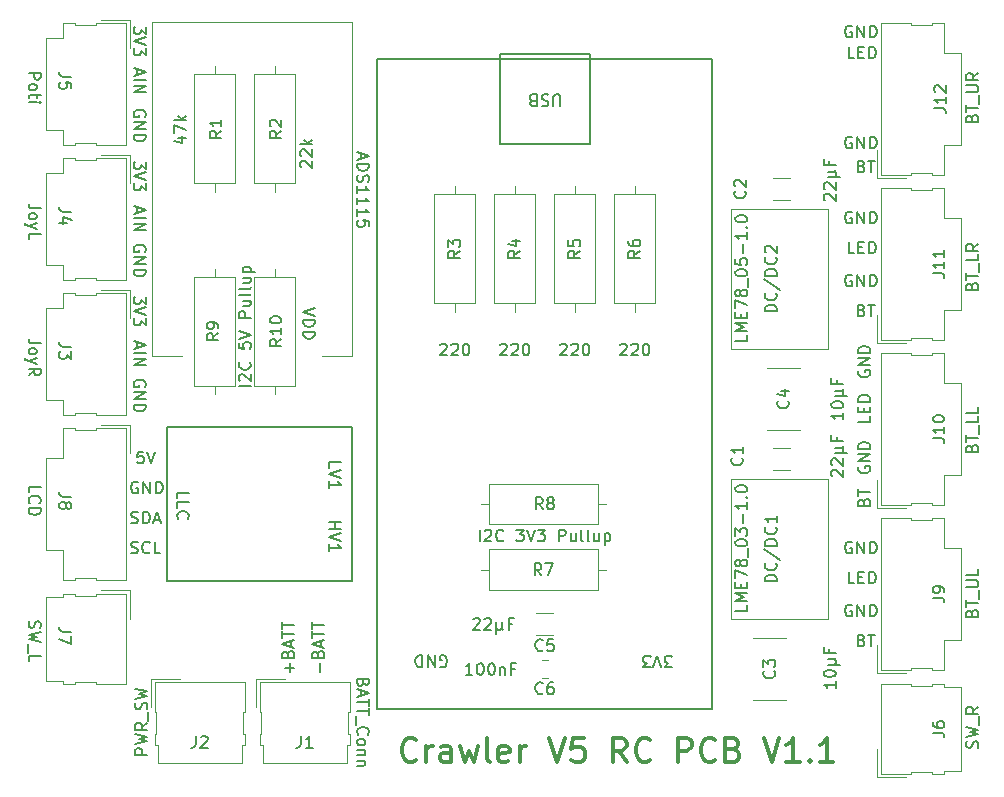
<source format=gbr>
%TF.GenerationSoftware,KiCad,Pcbnew,8.0.1*%
%TF.CreationDate,2024-08-10T06:45:53+02:00*%
%TF.ProjectId,2024-05-23 RC PCB,32303234-2d30-4352-9d32-332052432050,rev?*%
%TF.SameCoordinates,Original*%
%TF.FileFunction,Legend,Top*%
%TF.FilePolarity,Positive*%
%FSLAX46Y46*%
G04 Gerber Fmt 4.6, Leading zero omitted, Abs format (unit mm)*
G04 Created by KiCad (PCBNEW 8.0.1) date 2024-08-10 06:45:53*
%MOMM*%
%LPD*%
G01*
G04 APERTURE LIST*
%ADD10C,0.150000*%
%ADD11C,0.300000*%
%ADD12C,0.120000*%
%ADD13C,0.100000*%
G04 APERTURE END LIST*
D10*
X144015819Y-82324411D02*
X144015819Y-82895839D01*
X144015819Y-82610125D02*
X143015819Y-82610125D01*
X143015819Y-82610125D02*
X143158676Y-82705363D01*
X143158676Y-82705363D02*
X143253914Y-82800601D01*
X143253914Y-82800601D02*
X143301533Y-82895839D01*
X143015819Y-81705363D02*
X143015819Y-81610125D01*
X143015819Y-81610125D02*
X143063438Y-81514887D01*
X143063438Y-81514887D02*
X143111057Y-81467268D01*
X143111057Y-81467268D02*
X143206295Y-81419649D01*
X143206295Y-81419649D02*
X143396771Y-81372030D01*
X143396771Y-81372030D02*
X143634866Y-81372030D01*
X143634866Y-81372030D02*
X143825342Y-81419649D01*
X143825342Y-81419649D02*
X143920580Y-81467268D01*
X143920580Y-81467268D02*
X143968200Y-81514887D01*
X143968200Y-81514887D02*
X144015819Y-81610125D01*
X144015819Y-81610125D02*
X144015819Y-81705363D01*
X144015819Y-81705363D02*
X143968200Y-81800601D01*
X143968200Y-81800601D02*
X143920580Y-81848220D01*
X143920580Y-81848220D02*
X143825342Y-81895839D01*
X143825342Y-81895839D02*
X143634866Y-81943458D01*
X143634866Y-81943458D02*
X143396771Y-81943458D01*
X143396771Y-81943458D02*
X143206295Y-81895839D01*
X143206295Y-81895839D02*
X143111057Y-81848220D01*
X143111057Y-81848220D02*
X143063438Y-81800601D01*
X143063438Y-81800601D02*
X143015819Y-81705363D01*
X143349152Y-80943458D02*
X144349152Y-80943458D01*
X143872961Y-80467268D02*
X143968200Y-80419649D01*
X143968200Y-80419649D02*
X144015819Y-80324411D01*
X143872961Y-80943458D02*
X143968200Y-80895839D01*
X143968200Y-80895839D02*
X144015819Y-80800601D01*
X144015819Y-80800601D02*
X144015819Y-80610125D01*
X144015819Y-80610125D02*
X143968200Y-80514887D01*
X143968200Y-80514887D02*
X143872961Y-80467268D01*
X143872961Y-80467268D02*
X143349152Y-80467268D01*
X143492009Y-79562506D02*
X143492009Y-79895839D01*
X144015819Y-79895839D02*
X143015819Y-79895839D01*
X143015819Y-79895839D02*
X143015819Y-79419649D01*
X145387588Y-26858145D02*
X145292350Y-26810526D01*
X145292350Y-26810526D02*
X145149493Y-26810526D01*
X145149493Y-26810526D02*
X145006636Y-26858145D01*
X145006636Y-26858145D02*
X144911398Y-26953383D01*
X144911398Y-26953383D02*
X144863779Y-27048621D01*
X144863779Y-27048621D02*
X144816160Y-27239097D01*
X144816160Y-27239097D02*
X144816160Y-27381954D01*
X144816160Y-27381954D02*
X144863779Y-27572430D01*
X144863779Y-27572430D02*
X144911398Y-27667668D01*
X144911398Y-27667668D02*
X145006636Y-27762907D01*
X145006636Y-27762907D02*
X145149493Y-27810526D01*
X145149493Y-27810526D02*
X145244731Y-27810526D01*
X145244731Y-27810526D02*
X145387588Y-27762907D01*
X145387588Y-27762907D02*
X145435207Y-27715287D01*
X145435207Y-27715287D02*
X145435207Y-27381954D01*
X145435207Y-27381954D02*
X145244731Y-27381954D01*
X145863779Y-27810526D02*
X145863779Y-26810526D01*
X145863779Y-26810526D02*
X146435207Y-27810526D01*
X146435207Y-27810526D02*
X146435207Y-26810526D01*
X146911398Y-27810526D02*
X146911398Y-26810526D01*
X146911398Y-26810526D02*
X147149493Y-26810526D01*
X147149493Y-26810526D02*
X147292350Y-26858145D01*
X147292350Y-26858145D02*
X147387588Y-26953383D01*
X147387588Y-26953383D02*
X147435207Y-27048621D01*
X147435207Y-27048621D02*
X147482826Y-27239097D01*
X147482826Y-27239097D02*
X147482826Y-27381954D01*
X147482826Y-27381954D02*
X147435207Y-27572430D01*
X147435207Y-27572430D02*
X147387588Y-27667668D01*
X147387588Y-27667668D02*
X147292350Y-27762907D01*
X147292350Y-27762907D02*
X147149493Y-27810526D01*
X147149493Y-27810526D02*
X146911398Y-27810526D01*
X113318453Y-77070764D02*
X113366072Y-77023145D01*
X113366072Y-77023145D02*
X113461310Y-76975526D01*
X113461310Y-76975526D02*
X113699405Y-76975526D01*
X113699405Y-76975526D02*
X113794643Y-77023145D01*
X113794643Y-77023145D02*
X113842262Y-77070764D01*
X113842262Y-77070764D02*
X113889881Y-77166002D01*
X113889881Y-77166002D02*
X113889881Y-77261240D01*
X113889881Y-77261240D02*
X113842262Y-77404097D01*
X113842262Y-77404097D02*
X113270834Y-77975526D01*
X113270834Y-77975526D02*
X113889881Y-77975526D01*
X114270834Y-77070764D02*
X114318453Y-77023145D01*
X114318453Y-77023145D02*
X114413691Y-76975526D01*
X114413691Y-76975526D02*
X114651786Y-76975526D01*
X114651786Y-76975526D02*
X114747024Y-77023145D01*
X114747024Y-77023145D02*
X114794643Y-77070764D01*
X114794643Y-77070764D02*
X114842262Y-77166002D01*
X114842262Y-77166002D02*
X114842262Y-77261240D01*
X114842262Y-77261240D02*
X114794643Y-77404097D01*
X114794643Y-77404097D02*
X114223215Y-77975526D01*
X114223215Y-77975526D02*
X114842262Y-77975526D01*
X115270834Y-77308859D02*
X115270834Y-78308859D01*
X115747024Y-77832668D02*
X115794643Y-77927907D01*
X115794643Y-77927907D02*
X115889881Y-77975526D01*
X115270834Y-77832668D02*
X115318453Y-77927907D01*
X115318453Y-77927907D02*
X115413691Y-77975526D01*
X115413691Y-77975526D02*
X115604167Y-77975526D01*
X115604167Y-77975526D02*
X115699405Y-77927907D01*
X115699405Y-77927907D02*
X115747024Y-77832668D01*
X115747024Y-77832668D02*
X115747024Y-77308859D01*
X116651786Y-77451716D02*
X116318453Y-77451716D01*
X116318453Y-77975526D02*
X116318453Y-76975526D01*
X116318453Y-76975526D02*
X116794643Y-76975526D01*
X146935112Y-59893737D02*
X146935112Y-60369927D01*
X146935112Y-60369927D02*
X145935112Y-60369927D01*
X146411302Y-59560403D02*
X146411302Y-59227070D01*
X146935112Y-59084213D02*
X146935112Y-59560403D01*
X146935112Y-59560403D02*
X145935112Y-59560403D01*
X145935112Y-59560403D02*
X145935112Y-59084213D01*
X146935112Y-58655641D02*
X145935112Y-58655641D01*
X145935112Y-58655641D02*
X145935112Y-58417546D01*
X145935112Y-58417546D02*
X145982731Y-58274689D01*
X145982731Y-58274689D02*
X146077969Y-58179451D01*
X146077969Y-58179451D02*
X146173207Y-58131832D01*
X146173207Y-58131832D02*
X146363683Y-58084213D01*
X146363683Y-58084213D02*
X146506540Y-58084213D01*
X146506540Y-58084213D02*
X146697016Y-58131832D01*
X146697016Y-58131832D02*
X146792254Y-58179451D01*
X146792254Y-58179451D02*
X146887493Y-58274689D01*
X146887493Y-58274689D02*
X146935112Y-58417546D01*
X146935112Y-58417546D02*
X146935112Y-58655641D01*
X104031283Y-82458819D02*
X103983664Y-82601676D01*
X103983664Y-82601676D02*
X103936045Y-82649295D01*
X103936045Y-82649295D02*
X103840807Y-82696914D01*
X103840807Y-82696914D02*
X103697950Y-82696914D01*
X103697950Y-82696914D02*
X103602712Y-82649295D01*
X103602712Y-82649295D02*
X103555093Y-82601676D01*
X103555093Y-82601676D02*
X103507473Y-82506438D01*
X103507473Y-82506438D02*
X103507473Y-82125486D01*
X103507473Y-82125486D02*
X104507473Y-82125486D01*
X104507473Y-82125486D02*
X104507473Y-82458819D01*
X104507473Y-82458819D02*
X104459854Y-82554057D01*
X104459854Y-82554057D02*
X104412235Y-82601676D01*
X104412235Y-82601676D02*
X104316997Y-82649295D01*
X104316997Y-82649295D02*
X104221759Y-82649295D01*
X104221759Y-82649295D02*
X104126521Y-82601676D01*
X104126521Y-82601676D02*
X104078902Y-82554057D01*
X104078902Y-82554057D02*
X104031283Y-82458819D01*
X104031283Y-82458819D02*
X104031283Y-82125486D01*
X103793188Y-83077867D02*
X103793188Y-83554057D01*
X103507473Y-82982629D02*
X104507473Y-83315962D01*
X104507473Y-83315962D02*
X103507473Y-83649295D01*
X104507473Y-83839772D02*
X104507473Y-84411200D01*
X103507473Y-84125486D02*
X104507473Y-84125486D01*
X104507473Y-84601677D02*
X104507473Y-85173105D01*
X103507473Y-84887391D02*
X104507473Y-84887391D01*
X103412235Y-85268344D02*
X103412235Y-86030248D01*
X103602712Y-86839772D02*
X103555093Y-86792153D01*
X103555093Y-86792153D02*
X103507473Y-86649296D01*
X103507473Y-86649296D02*
X103507473Y-86554058D01*
X103507473Y-86554058D02*
X103555093Y-86411201D01*
X103555093Y-86411201D02*
X103650331Y-86315963D01*
X103650331Y-86315963D02*
X103745569Y-86268344D01*
X103745569Y-86268344D02*
X103936045Y-86220725D01*
X103936045Y-86220725D02*
X104078902Y-86220725D01*
X104078902Y-86220725D02*
X104269378Y-86268344D01*
X104269378Y-86268344D02*
X104364616Y-86315963D01*
X104364616Y-86315963D02*
X104459854Y-86411201D01*
X104459854Y-86411201D02*
X104507473Y-86554058D01*
X104507473Y-86554058D02*
X104507473Y-86649296D01*
X104507473Y-86649296D02*
X104459854Y-86792153D01*
X104459854Y-86792153D02*
X104412235Y-86839772D01*
X103507473Y-87411201D02*
X103555093Y-87315963D01*
X103555093Y-87315963D02*
X103602712Y-87268344D01*
X103602712Y-87268344D02*
X103697950Y-87220725D01*
X103697950Y-87220725D02*
X103983664Y-87220725D01*
X103983664Y-87220725D02*
X104078902Y-87268344D01*
X104078902Y-87268344D02*
X104126521Y-87315963D01*
X104126521Y-87315963D02*
X104174140Y-87411201D01*
X104174140Y-87411201D02*
X104174140Y-87554058D01*
X104174140Y-87554058D02*
X104126521Y-87649296D01*
X104126521Y-87649296D02*
X104078902Y-87696915D01*
X104078902Y-87696915D02*
X103983664Y-87744534D01*
X103983664Y-87744534D02*
X103697950Y-87744534D01*
X103697950Y-87744534D02*
X103602712Y-87696915D01*
X103602712Y-87696915D02*
X103555093Y-87649296D01*
X103555093Y-87649296D02*
X103507473Y-87554058D01*
X103507473Y-87554058D02*
X103507473Y-87411201D01*
X104174140Y-88173106D02*
X103507473Y-88173106D01*
X104078902Y-88173106D02*
X104126521Y-88220725D01*
X104126521Y-88220725D02*
X104174140Y-88315963D01*
X104174140Y-88315963D02*
X104174140Y-88458820D01*
X104174140Y-88458820D02*
X104126521Y-88554058D01*
X104126521Y-88554058D02*
X104031283Y-88601677D01*
X104031283Y-88601677D02*
X103507473Y-88601677D01*
X104174140Y-89077868D02*
X103507473Y-89077868D01*
X104078902Y-89077868D02*
X104126521Y-89125487D01*
X104126521Y-89125487D02*
X104174140Y-89220725D01*
X104174140Y-89220725D02*
X104174140Y-89363582D01*
X104174140Y-89363582D02*
X104126521Y-89458820D01*
X104126521Y-89458820D02*
X104031283Y-89506439D01*
X104031283Y-89506439D02*
X103507473Y-89506439D01*
X145387588Y-70545438D02*
X145292350Y-70497819D01*
X145292350Y-70497819D02*
X145149493Y-70497819D01*
X145149493Y-70497819D02*
X145006636Y-70545438D01*
X145006636Y-70545438D02*
X144911398Y-70640676D01*
X144911398Y-70640676D02*
X144863779Y-70735914D01*
X144863779Y-70735914D02*
X144816160Y-70926390D01*
X144816160Y-70926390D02*
X144816160Y-71069247D01*
X144816160Y-71069247D02*
X144863779Y-71259723D01*
X144863779Y-71259723D02*
X144911398Y-71354961D01*
X144911398Y-71354961D02*
X145006636Y-71450200D01*
X145006636Y-71450200D02*
X145149493Y-71497819D01*
X145149493Y-71497819D02*
X145244731Y-71497819D01*
X145244731Y-71497819D02*
X145387588Y-71450200D01*
X145387588Y-71450200D02*
X145435207Y-71402580D01*
X145435207Y-71402580D02*
X145435207Y-71069247D01*
X145435207Y-71069247D02*
X145244731Y-71069247D01*
X145863779Y-71497819D02*
X145863779Y-70497819D01*
X145863779Y-70497819D02*
X146435207Y-71497819D01*
X146435207Y-71497819D02*
X146435207Y-70497819D01*
X146911398Y-71497819D02*
X146911398Y-70497819D01*
X146911398Y-70497819D02*
X147149493Y-70497819D01*
X147149493Y-70497819D02*
X147292350Y-70545438D01*
X147292350Y-70545438D02*
X147387588Y-70640676D01*
X147387588Y-70640676D02*
X147435207Y-70735914D01*
X147435207Y-70735914D02*
X147482826Y-70926390D01*
X147482826Y-70926390D02*
X147482826Y-71069247D01*
X147482826Y-71069247D02*
X147435207Y-71259723D01*
X147435207Y-71259723D02*
X147387588Y-71354961D01*
X147387588Y-71354961D02*
X147292350Y-71450200D01*
X147292350Y-71450200D02*
X147149493Y-71497819D01*
X147149493Y-71497819D02*
X146911398Y-71497819D01*
X75696180Y-30816779D02*
X76696180Y-30816779D01*
X76696180Y-30816779D02*
X76696180Y-31197731D01*
X76696180Y-31197731D02*
X76648561Y-31292969D01*
X76648561Y-31292969D02*
X76600942Y-31340588D01*
X76600942Y-31340588D02*
X76505704Y-31388207D01*
X76505704Y-31388207D02*
X76362847Y-31388207D01*
X76362847Y-31388207D02*
X76267609Y-31340588D01*
X76267609Y-31340588D02*
X76219990Y-31292969D01*
X76219990Y-31292969D02*
X76172371Y-31197731D01*
X76172371Y-31197731D02*
X76172371Y-30816779D01*
X75696180Y-31959636D02*
X75743800Y-31864398D01*
X75743800Y-31864398D02*
X75791419Y-31816779D01*
X75791419Y-31816779D02*
X75886657Y-31769160D01*
X75886657Y-31769160D02*
X76172371Y-31769160D01*
X76172371Y-31769160D02*
X76267609Y-31816779D01*
X76267609Y-31816779D02*
X76315228Y-31864398D01*
X76315228Y-31864398D02*
X76362847Y-31959636D01*
X76362847Y-31959636D02*
X76362847Y-32102493D01*
X76362847Y-32102493D02*
X76315228Y-32197731D01*
X76315228Y-32197731D02*
X76267609Y-32245350D01*
X76267609Y-32245350D02*
X76172371Y-32292969D01*
X76172371Y-32292969D02*
X75886657Y-32292969D01*
X75886657Y-32292969D02*
X75791419Y-32245350D01*
X75791419Y-32245350D02*
X75743800Y-32197731D01*
X75743800Y-32197731D02*
X75696180Y-32102493D01*
X75696180Y-32102493D02*
X75696180Y-31959636D01*
X76362847Y-32578684D02*
X76362847Y-32959636D01*
X76696180Y-32721541D02*
X75839038Y-32721541D01*
X75839038Y-32721541D02*
X75743800Y-32769160D01*
X75743800Y-32769160D02*
X75696180Y-32864398D01*
X75696180Y-32864398D02*
X75696180Y-32959636D01*
X75696180Y-33292970D02*
X76362847Y-33292970D01*
X76696180Y-33292970D02*
X76648561Y-33245351D01*
X76648561Y-33245351D02*
X76600942Y-33292970D01*
X76600942Y-33292970D02*
X76648561Y-33340589D01*
X76648561Y-33340589D02*
X76696180Y-33292970D01*
X76696180Y-33292970D02*
X76600942Y-33292970D01*
X85586180Y-49771541D02*
X85586180Y-50390588D01*
X85586180Y-50390588D02*
X85205228Y-50057255D01*
X85205228Y-50057255D02*
X85205228Y-50200112D01*
X85205228Y-50200112D02*
X85157609Y-50295350D01*
X85157609Y-50295350D02*
X85109990Y-50342969D01*
X85109990Y-50342969D02*
X85014752Y-50390588D01*
X85014752Y-50390588D02*
X84776657Y-50390588D01*
X84776657Y-50390588D02*
X84681419Y-50342969D01*
X84681419Y-50342969D02*
X84633800Y-50295350D01*
X84633800Y-50295350D02*
X84586180Y-50200112D01*
X84586180Y-50200112D02*
X84586180Y-49914398D01*
X84586180Y-49914398D02*
X84633800Y-49819160D01*
X84633800Y-49819160D02*
X84681419Y-49771541D01*
X85586180Y-50676303D02*
X84586180Y-51009636D01*
X84586180Y-51009636D02*
X85586180Y-51342969D01*
X85586180Y-51581065D02*
X85586180Y-52200112D01*
X85586180Y-52200112D02*
X85205228Y-51866779D01*
X85205228Y-51866779D02*
X85205228Y-52009636D01*
X85205228Y-52009636D02*
X85157609Y-52104874D01*
X85157609Y-52104874D02*
X85109990Y-52152493D01*
X85109990Y-52152493D02*
X85014752Y-52200112D01*
X85014752Y-52200112D02*
X84776657Y-52200112D01*
X84776657Y-52200112D02*
X84681419Y-52152493D01*
X84681419Y-52152493D02*
X84633800Y-52104874D01*
X84633800Y-52104874D02*
X84586180Y-52009636D01*
X84586180Y-52009636D02*
X84586180Y-51723922D01*
X84586180Y-51723922D02*
X84633800Y-51628684D01*
X84633800Y-51628684D02*
X84681419Y-51581065D01*
X88358152Y-36318649D02*
X89024819Y-36318649D01*
X87977200Y-36556744D02*
X88691485Y-36794839D01*
X88691485Y-36794839D02*
X88691485Y-36175792D01*
X88024819Y-35890077D02*
X88024819Y-35223411D01*
X88024819Y-35223411D02*
X89024819Y-35651982D01*
X89024819Y-34842458D02*
X88024819Y-34842458D01*
X88643866Y-34747220D02*
X89024819Y-34461506D01*
X88358152Y-34461506D02*
X88739104Y-34842458D01*
X120686160Y-53829057D02*
X120733779Y-53781438D01*
X120733779Y-53781438D02*
X120829017Y-53733819D01*
X120829017Y-53733819D02*
X121067112Y-53733819D01*
X121067112Y-53733819D02*
X121162350Y-53781438D01*
X121162350Y-53781438D02*
X121209969Y-53829057D01*
X121209969Y-53829057D02*
X121257588Y-53924295D01*
X121257588Y-53924295D02*
X121257588Y-54019533D01*
X121257588Y-54019533D02*
X121209969Y-54162390D01*
X121209969Y-54162390D02*
X120638541Y-54733819D01*
X120638541Y-54733819D02*
X121257588Y-54733819D01*
X121638541Y-53829057D02*
X121686160Y-53781438D01*
X121686160Y-53781438D02*
X121781398Y-53733819D01*
X121781398Y-53733819D02*
X122019493Y-53733819D01*
X122019493Y-53733819D02*
X122114731Y-53781438D01*
X122114731Y-53781438D02*
X122162350Y-53829057D01*
X122162350Y-53829057D02*
X122209969Y-53924295D01*
X122209969Y-53924295D02*
X122209969Y-54019533D01*
X122209969Y-54019533D02*
X122162350Y-54162390D01*
X122162350Y-54162390D02*
X121590922Y-54733819D01*
X121590922Y-54733819D02*
X122209969Y-54733819D01*
X122829017Y-53733819D02*
X122924255Y-53733819D01*
X122924255Y-53733819D02*
X123019493Y-53781438D01*
X123019493Y-53781438D02*
X123067112Y-53829057D01*
X123067112Y-53829057D02*
X123114731Y-53924295D01*
X123114731Y-53924295D02*
X123162350Y-54114771D01*
X123162350Y-54114771D02*
X123162350Y-54352866D01*
X123162350Y-54352866D02*
X123114731Y-54543342D01*
X123114731Y-54543342D02*
X123067112Y-54638580D01*
X123067112Y-54638580D02*
X123019493Y-54686200D01*
X123019493Y-54686200D02*
X122924255Y-54733819D01*
X122924255Y-54733819D02*
X122829017Y-54733819D01*
X122829017Y-54733819D02*
X122733779Y-54686200D01*
X122733779Y-54686200D02*
X122686160Y-54638580D01*
X122686160Y-54638580D02*
X122638541Y-54543342D01*
X122638541Y-54543342D02*
X122590922Y-54352866D01*
X122590922Y-54352866D02*
X122590922Y-54114771D01*
X122590922Y-54114771D02*
X122638541Y-53924295D01*
X122638541Y-53924295D02*
X122686160Y-53829057D01*
X122686160Y-53829057D02*
X122733779Y-53781438D01*
X122733779Y-53781438D02*
X122829017Y-53733819D01*
X85538561Y-34515588D02*
X85586180Y-34420350D01*
X85586180Y-34420350D02*
X85586180Y-34277493D01*
X85586180Y-34277493D02*
X85538561Y-34134636D01*
X85538561Y-34134636D02*
X85443323Y-34039398D01*
X85443323Y-34039398D02*
X85348085Y-33991779D01*
X85348085Y-33991779D02*
X85157609Y-33944160D01*
X85157609Y-33944160D02*
X85014752Y-33944160D01*
X85014752Y-33944160D02*
X84824276Y-33991779D01*
X84824276Y-33991779D02*
X84729038Y-34039398D01*
X84729038Y-34039398D02*
X84633800Y-34134636D01*
X84633800Y-34134636D02*
X84586180Y-34277493D01*
X84586180Y-34277493D02*
X84586180Y-34372731D01*
X84586180Y-34372731D02*
X84633800Y-34515588D01*
X84633800Y-34515588D02*
X84681419Y-34563207D01*
X84681419Y-34563207D02*
X85014752Y-34563207D01*
X85014752Y-34563207D02*
X85014752Y-34372731D01*
X84586180Y-34991779D02*
X85586180Y-34991779D01*
X85586180Y-34991779D02*
X84586180Y-35563207D01*
X84586180Y-35563207D02*
X85586180Y-35563207D01*
X84586180Y-36039398D02*
X85586180Y-36039398D01*
X85586180Y-36039398D02*
X85586180Y-36277493D01*
X85586180Y-36277493D02*
X85538561Y-36420350D01*
X85538561Y-36420350D02*
X85443323Y-36515588D01*
X85443323Y-36515588D02*
X85348085Y-36563207D01*
X85348085Y-36563207D02*
X85157609Y-36610826D01*
X85157609Y-36610826D02*
X85014752Y-36610826D01*
X85014752Y-36610826D02*
X84824276Y-36563207D01*
X84824276Y-36563207D02*
X84729038Y-36515588D01*
X84729038Y-36515588D02*
X84633800Y-36420350D01*
X84633800Y-36420350D02*
X84586180Y-36277493D01*
X84586180Y-36277493D02*
X84586180Y-36039398D01*
X75743800Y-77251160D02*
X75696180Y-77394017D01*
X75696180Y-77394017D02*
X75696180Y-77632112D01*
X75696180Y-77632112D02*
X75743800Y-77727350D01*
X75743800Y-77727350D02*
X75791419Y-77774969D01*
X75791419Y-77774969D02*
X75886657Y-77822588D01*
X75886657Y-77822588D02*
X75981895Y-77822588D01*
X75981895Y-77822588D02*
X76077133Y-77774969D01*
X76077133Y-77774969D02*
X76124752Y-77727350D01*
X76124752Y-77727350D02*
X76172371Y-77632112D01*
X76172371Y-77632112D02*
X76219990Y-77441636D01*
X76219990Y-77441636D02*
X76267609Y-77346398D01*
X76267609Y-77346398D02*
X76315228Y-77298779D01*
X76315228Y-77298779D02*
X76410466Y-77251160D01*
X76410466Y-77251160D02*
X76505704Y-77251160D01*
X76505704Y-77251160D02*
X76600942Y-77298779D01*
X76600942Y-77298779D02*
X76648561Y-77346398D01*
X76648561Y-77346398D02*
X76696180Y-77441636D01*
X76696180Y-77441636D02*
X76696180Y-77679731D01*
X76696180Y-77679731D02*
X76648561Y-77822588D01*
X76696180Y-78155922D02*
X75696180Y-78394017D01*
X75696180Y-78394017D02*
X76410466Y-78584493D01*
X76410466Y-78584493D02*
X75696180Y-78774969D01*
X75696180Y-78774969D02*
X76696180Y-79013065D01*
X75600942Y-79155922D02*
X75600942Y-79917826D01*
X75696180Y-80632112D02*
X75696180Y-80155922D01*
X75696180Y-80155922D02*
X76696180Y-80155922D01*
X145387588Y-75879438D02*
X145292350Y-75831819D01*
X145292350Y-75831819D02*
X145149493Y-75831819D01*
X145149493Y-75831819D02*
X145006636Y-75879438D01*
X145006636Y-75879438D02*
X144911398Y-75974676D01*
X144911398Y-75974676D02*
X144863779Y-76069914D01*
X144863779Y-76069914D02*
X144816160Y-76260390D01*
X144816160Y-76260390D02*
X144816160Y-76403247D01*
X144816160Y-76403247D02*
X144863779Y-76593723D01*
X144863779Y-76593723D02*
X144911398Y-76688961D01*
X144911398Y-76688961D02*
X145006636Y-76784200D01*
X145006636Y-76784200D02*
X145149493Y-76831819D01*
X145149493Y-76831819D02*
X145244731Y-76831819D01*
X145244731Y-76831819D02*
X145387588Y-76784200D01*
X145387588Y-76784200D02*
X145435207Y-76736580D01*
X145435207Y-76736580D02*
X145435207Y-76403247D01*
X145435207Y-76403247D02*
X145244731Y-76403247D01*
X145863779Y-76831819D02*
X145863779Y-75831819D01*
X145863779Y-75831819D02*
X146435207Y-76831819D01*
X146435207Y-76831819D02*
X146435207Y-75831819D01*
X146911398Y-76831819D02*
X146911398Y-75831819D01*
X146911398Y-75831819D02*
X147149493Y-75831819D01*
X147149493Y-75831819D02*
X147292350Y-75879438D01*
X147292350Y-75879438D02*
X147387588Y-75974676D01*
X147387588Y-75974676D02*
X147435207Y-76069914D01*
X147435207Y-76069914D02*
X147482826Y-76260390D01*
X147482826Y-76260390D02*
X147482826Y-76403247D01*
X147482826Y-76403247D02*
X147435207Y-76593723D01*
X147435207Y-76593723D02*
X147387588Y-76688961D01*
X147387588Y-76688961D02*
X147292350Y-76784200D01*
X147292350Y-76784200D02*
X147149493Y-76831819D01*
X147149493Y-76831819D02*
X146911398Y-76831819D01*
X75696180Y-66344969D02*
X75696180Y-65868779D01*
X75696180Y-65868779D02*
X76696180Y-65868779D01*
X75791419Y-67249731D02*
X75743800Y-67202112D01*
X75743800Y-67202112D02*
X75696180Y-67059255D01*
X75696180Y-67059255D02*
X75696180Y-66964017D01*
X75696180Y-66964017D02*
X75743800Y-66821160D01*
X75743800Y-66821160D02*
X75839038Y-66725922D01*
X75839038Y-66725922D02*
X75934276Y-66678303D01*
X75934276Y-66678303D02*
X76124752Y-66630684D01*
X76124752Y-66630684D02*
X76267609Y-66630684D01*
X76267609Y-66630684D02*
X76458085Y-66678303D01*
X76458085Y-66678303D02*
X76553323Y-66725922D01*
X76553323Y-66725922D02*
X76648561Y-66821160D01*
X76648561Y-66821160D02*
X76696180Y-66964017D01*
X76696180Y-66964017D02*
X76696180Y-67059255D01*
X76696180Y-67059255D02*
X76648561Y-67202112D01*
X76648561Y-67202112D02*
X76600942Y-67249731D01*
X75696180Y-67678303D02*
X76696180Y-67678303D01*
X76696180Y-67678303D02*
X76696180Y-67916398D01*
X76696180Y-67916398D02*
X76648561Y-68059255D01*
X76648561Y-68059255D02*
X76553323Y-68154493D01*
X76553323Y-68154493D02*
X76458085Y-68202112D01*
X76458085Y-68202112D02*
X76267609Y-68249731D01*
X76267609Y-68249731D02*
X76124752Y-68249731D01*
X76124752Y-68249731D02*
X75934276Y-68202112D01*
X75934276Y-68202112D02*
X75839038Y-68154493D01*
X75839038Y-68154493D02*
X75743800Y-68059255D01*
X75743800Y-68059255D02*
X75696180Y-67916398D01*
X75696180Y-67916398D02*
X75696180Y-67678303D01*
X110526160Y-53829057D02*
X110573779Y-53781438D01*
X110573779Y-53781438D02*
X110669017Y-53733819D01*
X110669017Y-53733819D02*
X110907112Y-53733819D01*
X110907112Y-53733819D02*
X111002350Y-53781438D01*
X111002350Y-53781438D02*
X111049969Y-53829057D01*
X111049969Y-53829057D02*
X111097588Y-53924295D01*
X111097588Y-53924295D02*
X111097588Y-54019533D01*
X111097588Y-54019533D02*
X111049969Y-54162390D01*
X111049969Y-54162390D02*
X110478541Y-54733819D01*
X110478541Y-54733819D02*
X111097588Y-54733819D01*
X111478541Y-53829057D02*
X111526160Y-53781438D01*
X111526160Y-53781438D02*
X111621398Y-53733819D01*
X111621398Y-53733819D02*
X111859493Y-53733819D01*
X111859493Y-53733819D02*
X111954731Y-53781438D01*
X111954731Y-53781438D02*
X112002350Y-53829057D01*
X112002350Y-53829057D02*
X112049969Y-53924295D01*
X112049969Y-53924295D02*
X112049969Y-54019533D01*
X112049969Y-54019533D02*
X112002350Y-54162390D01*
X112002350Y-54162390D02*
X111430922Y-54733819D01*
X111430922Y-54733819D02*
X112049969Y-54733819D01*
X112669017Y-53733819D02*
X112764255Y-53733819D01*
X112764255Y-53733819D02*
X112859493Y-53781438D01*
X112859493Y-53781438D02*
X112907112Y-53829057D01*
X112907112Y-53829057D02*
X112954731Y-53924295D01*
X112954731Y-53924295D02*
X113002350Y-54114771D01*
X113002350Y-54114771D02*
X113002350Y-54352866D01*
X113002350Y-54352866D02*
X112954731Y-54543342D01*
X112954731Y-54543342D02*
X112907112Y-54638580D01*
X112907112Y-54638580D02*
X112859493Y-54686200D01*
X112859493Y-54686200D02*
X112764255Y-54733819D01*
X112764255Y-54733819D02*
X112669017Y-54733819D01*
X112669017Y-54733819D02*
X112573779Y-54686200D01*
X112573779Y-54686200D02*
X112526160Y-54638580D01*
X112526160Y-54638580D02*
X112478541Y-54543342D01*
X112478541Y-54543342D02*
X112430922Y-54352866D01*
X112430922Y-54352866D02*
X112430922Y-54114771D01*
X112430922Y-54114771D02*
X112478541Y-53924295D01*
X112478541Y-53924295D02*
X112526160Y-53829057D01*
X112526160Y-53829057D02*
X112573779Y-53781438D01*
X112573779Y-53781438D02*
X112669017Y-53733819D01*
X85721112Y-88563927D02*
X84721112Y-88563927D01*
X84721112Y-88563927D02*
X84721112Y-88182975D01*
X84721112Y-88182975D02*
X84768731Y-88087737D01*
X84768731Y-88087737D02*
X84816350Y-88040118D01*
X84816350Y-88040118D02*
X84911588Y-87992499D01*
X84911588Y-87992499D02*
X85054445Y-87992499D01*
X85054445Y-87992499D02*
X85149683Y-88040118D01*
X85149683Y-88040118D02*
X85197302Y-88087737D01*
X85197302Y-88087737D02*
X85244921Y-88182975D01*
X85244921Y-88182975D02*
X85244921Y-88563927D01*
X84721112Y-87659165D02*
X85721112Y-87421070D01*
X85721112Y-87421070D02*
X85006826Y-87230594D01*
X85006826Y-87230594D02*
X85721112Y-87040118D01*
X85721112Y-87040118D02*
X84721112Y-86802023D01*
X85721112Y-85849642D02*
X85244921Y-86182975D01*
X85721112Y-86421070D02*
X84721112Y-86421070D01*
X84721112Y-86421070D02*
X84721112Y-86040118D01*
X84721112Y-86040118D02*
X84768731Y-85944880D01*
X84768731Y-85944880D02*
X84816350Y-85897261D01*
X84816350Y-85897261D02*
X84911588Y-85849642D01*
X84911588Y-85849642D02*
X85054445Y-85849642D01*
X85054445Y-85849642D02*
X85149683Y-85897261D01*
X85149683Y-85897261D02*
X85197302Y-85944880D01*
X85197302Y-85944880D02*
X85244921Y-86040118D01*
X85244921Y-86040118D02*
X85244921Y-86421070D01*
X85816350Y-85659166D02*
X85816350Y-84897261D01*
X85673493Y-84706784D02*
X85721112Y-84563927D01*
X85721112Y-84563927D02*
X85721112Y-84325832D01*
X85721112Y-84325832D02*
X85673493Y-84230594D01*
X85673493Y-84230594D02*
X85625873Y-84182975D01*
X85625873Y-84182975D02*
X85530635Y-84135356D01*
X85530635Y-84135356D02*
X85435397Y-84135356D01*
X85435397Y-84135356D02*
X85340159Y-84182975D01*
X85340159Y-84182975D02*
X85292540Y-84230594D01*
X85292540Y-84230594D02*
X85244921Y-84325832D01*
X85244921Y-84325832D02*
X85197302Y-84516308D01*
X85197302Y-84516308D02*
X85149683Y-84611546D01*
X85149683Y-84611546D02*
X85102064Y-84659165D01*
X85102064Y-84659165D02*
X85006826Y-84706784D01*
X85006826Y-84706784D02*
X84911588Y-84706784D01*
X84911588Y-84706784D02*
X84816350Y-84659165D01*
X84816350Y-84659165D02*
X84768731Y-84611546D01*
X84768731Y-84611546D02*
X84721112Y-84516308D01*
X84721112Y-84516308D02*
X84721112Y-84278213D01*
X84721112Y-84278213D02*
X84768731Y-84135356D01*
X84721112Y-83802022D02*
X85721112Y-83563927D01*
X85721112Y-83563927D02*
X85006826Y-83373451D01*
X85006826Y-83373451D02*
X85721112Y-83182975D01*
X85721112Y-83182975D02*
X84721112Y-82944880D01*
X115606160Y-53829057D02*
X115653779Y-53781438D01*
X115653779Y-53781438D02*
X115749017Y-53733819D01*
X115749017Y-53733819D02*
X115987112Y-53733819D01*
X115987112Y-53733819D02*
X116082350Y-53781438D01*
X116082350Y-53781438D02*
X116129969Y-53829057D01*
X116129969Y-53829057D02*
X116177588Y-53924295D01*
X116177588Y-53924295D02*
X116177588Y-54019533D01*
X116177588Y-54019533D02*
X116129969Y-54162390D01*
X116129969Y-54162390D02*
X115558541Y-54733819D01*
X115558541Y-54733819D02*
X116177588Y-54733819D01*
X116558541Y-53829057D02*
X116606160Y-53781438D01*
X116606160Y-53781438D02*
X116701398Y-53733819D01*
X116701398Y-53733819D02*
X116939493Y-53733819D01*
X116939493Y-53733819D02*
X117034731Y-53781438D01*
X117034731Y-53781438D02*
X117082350Y-53829057D01*
X117082350Y-53829057D02*
X117129969Y-53924295D01*
X117129969Y-53924295D02*
X117129969Y-54019533D01*
X117129969Y-54019533D02*
X117082350Y-54162390D01*
X117082350Y-54162390D02*
X116510922Y-54733819D01*
X116510922Y-54733819D02*
X117129969Y-54733819D01*
X117749017Y-53733819D02*
X117844255Y-53733819D01*
X117844255Y-53733819D02*
X117939493Y-53781438D01*
X117939493Y-53781438D02*
X117987112Y-53829057D01*
X117987112Y-53829057D02*
X118034731Y-53924295D01*
X118034731Y-53924295D02*
X118082350Y-54114771D01*
X118082350Y-54114771D02*
X118082350Y-54352866D01*
X118082350Y-54352866D02*
X118034731Y-54543342D01*
X118034731Y-54543342D02*
X117987112Y-54638580D01*
X117987112Y-54638580D02*
X117939493Y-54686200D01*
X117939493Y-54686200D02*
X117844255Y-54733819D01*
X117844255Y-54733819D02*
X117749017Y-54733819D01*
X117749017Y-54733819D02*
X117653779Y-54686200D01*
X117653779Y-54686200D02*
X117606160Y-54638580D01*
X117606160Y-54638580D02*
X117558541Y-54543342D01*
X117558541Y-54543342D02*
X117510922Y-54352866D01*
X117510922Y-54352866D02*
X117510922Y-54114771D01*
X117510922Y-54114771D02*
X117558541Y-53924295D01*
X117558541Y-53924295D02*
X117606160Y-53829057D01*
X117606160Y-53829057D02*
X117653779Y-53781438D01*
X117653779Y-53781438D02*
X117749017Y-53733819D01*
X97787866Y-81578927D02*
X97787866Y-80817023D01*
X98168819Y-81197975D02*
X97406914Y-81197975D01*
X97645009Y-80007499D02*
X97692628Y-79864642D01*
X97692628Y-79864642D02*
X97740247Y-79817023D01*
X97740247Y-79817023D02*
X97835485Y-79769404D01*
X97835485Y-79769404D02*
X97978342Y-79769404D01*
X97978342Y-79769404D02*
X98073580Y-79817023D01*
X98073580Y-79817023D02*
X98121200Y-79864642D01*
X98121200Y-79864642D02*
X98168819Y-79959880D01*
X98168819Y-79959880D02*
X98168819Y-80340832D01*
X98168819Y-80340832D02*
X97168819Y-80340832D01*
X97168819Y-80340832D02*
X97168819Y-80007499D01*
X97168819Y-80007499D02*
X97216438Y-79912261D01*
X97216438Y-79912261D02*
X97264057Y-79864642D01*
X97264057Y-79864642D02*
X97359295Y-79817023D01*
X97359295Y-79817023D02*
X97454533Y-79817023D01*
X97454533Y-79817023D02*
X97549771Y-79864642D01*
X97549771Y-79864642D02*
X97597390Y-79912261D01*
X97597390Y-79912261D02*
X97645009Y-80007499D01*
X97645009Y-80007499D02*
X97645009Y-80340832D01*
X97883104Y-79388451D02*
X97883104Y-78912261D01*
X98168819Y-79483689D02*
X97168819Y-79150356D01*
X97168819Y-79150356D02*
X98168819Y-78817023D01*
X97168819Y-78626546D02*
X97168819Y-78055118D01*
X98168819Y-78340832D02*
X97168819Y-78340832D01*
X97168819Y-77864641D02*
X97168819Y-77293213D01*
X98168819Y-77578927D02*
X97168819Y-77578927D01*
X155555302Y-34635887D02*
X155602921Y-34493030D01*
X155602921Y-34493030D02*
X155650540Y-34445411D01*
X155650540Y-34445411D02*
X155745778Y-34397792D01*
X155745778Y-34397792D02*
X155888635Y-34397792D01*
X155888635Y-34397792D02*
X155983873Y-34445411D01*
X155983873Y-34445411D02*
X156031493Y-34493030D01*
X156031493Y-34493030D02*
X156079112Y-34588268D01*
X156079112Y-34588268D02*
X156079112Y-34969220D01*
X156079112Y-34969220D02*
X155079112Y-34969220D01*
X155079112Y-34969220D02*
X155079112Y-34635887D01*
X155079112Y-34635887D02*
X155126731Y-34540649D01*
X155126731Y-34540649D02*
X155174350Y-34493030D01*
X155174350Y-34493030D02*
X155269588Y-34445411D01*
X155269588Y-34445411D02*
X155364826Y-34445411D01*
X155364826Y-34445411D02*
X155460064Y-34493030D01*
X155460064Y-34493030D02*
X155507683Y-34540649D01*
X155507683Y-34540649D02*
X155555302Y-34635887D01*
X155555302Y-34635887D02*
X155555302Y-34969220D01*
X155079112Y-34112077D02*
X155079112Y-33540649D01*
X156079112Y-33826363D02*
X155079112Y-33826363D01*
X156174350Y-33445411D02*
X156174350Y-32683506D01*
X155079112Y-32445410D02*
X155888635Y-32445410D01*
X155888635Y-32445410D02*
X155983873Y-32397791D01*
X155983873Y-32397791D02*
X156031493Y-32350172D01*
X156031493Y-32350172D02*
X156079112Y-32254934D01*
X156079112Y-32254934D02*
X156079112Y-32064458D01*
X156079112Y-32064458D02*
X156031493Y-31969220D01*
X156031493Y-31969220D02*
X155983873Y-31921601D01*
X155983873Y-31921601D02*
X155888635Y-31873982D01*
X155888635Y-31873982D02*
X155079112Y-31873982D01*
X156079112Y-30826363D02*
X155602921Y-31159696D01*
X156079112Y-31397791D02*
X155079112Y-31397791D01*
X155079112Y-31397791D02*
X155079112Y-31016839D01*
X155079112Y-31016839D02*
X155126731Y-30921601D01*
X155126731Y-30921601D02*
X155174350Y-30873982D01*
X155174350Y-30873982D02*
X155269588Y-30826363D01*
X155269588Y-30826363D02*
X155412445Y-30826363D01*
X155412445Y-30826363D02*
X155507683Y-30873982D01*
X155507683Y-30873982D02*
X155555302Y-30921601D01*
X155555302Y-30921601D02*
X155602921Y-31016839D01*
X155602921Y-31016839D02*
X155602921Y-31397791D01*
X156031493Y-87975839D02*
X156079112Y-87832982D01*
X156079112Y-87832982D02*
X156079112Y-87594887D01*
X156079112Y-87594887D02*
X156031493Y-87499649D01*
X156031493Y-87499649D02*
X155983873Y-87452030D01*
X155983873Y-87452030D02*
X155888635Y-87404411D01*
X155888635Y-87404411D02*
X155793397Y-87404411D01*
X155793397Y-87404411D02*
X155698159Y-87452030D01*
X155698159Y-87452030D02*
X155650540Y-87499649D01*
X155650540Y-87499649D02*
X155602921Y-87594887D01*
X155602921Y-87594887D02*
X155555302Y-87785363D01*
X155555302Y-87785363D02*
X155507683Y-87880601D01*
X155507683Y-87880601D02*
X155460064Y-87928220D01*
X155460064Y-87928220D02*
X155364826Y-87975839D01*
X155364826Y-87975839D02*
X155269588Y-87975839D01*
X155269588Y-87975839D02*
X155174350Y-87928220D01*
X155174350Y-87928220D02*
X155126731Y-87880601D01*
X155126731Y-87880601D02*
X155079112Y-87785363D01*
X155079112Y-87785363D02*
X155079112Y-87547268D01*
X155079112Y-87547268D02*
X155126731Y-87404411D01*
X155079112Y-87071077D02*
X156079112Y-86832982D01*
X156079112Y-86832982D02*
X155364826Y-86642506D01*
X155364826Y-86642506D02*
X156079112Y-86452030D01*
X156079112Y-86452030D02*
X155079112Y-86213935D01*
X156174350Y-86071078D02*
X156174350Y-85309173D01*
X156079112Y-84499649D02*
X155602921Y-84832982D01*
X156079112Y-85071077D02*
X155079112Y-85071077D01*
X155079112Y-85071077D02*
X155079112Y-84690125D01*
X155079112Y-84690125D02*
X155126731Y-84594887D01*
X155126731Y-84594887D02*
X155174350Y-84547268D01*
X155174350Y-84547268D02*
X155269588Y-84499649D01*
X155269588Y-84499649D02*
X155412445Y-84499649D01*
X155412445Y-84499649D02*
X155507683Y-84547268D01*
X155507683Y-84547268D02*
X155555302Y-84594887D01*
X155555302Y-84594887D02*
X155602921Y-84690125D01*
X155602921Y-84690125D02*
X155602921Y-85071077D01*
X146213112Y-78848009D02*
X146355969Y-78895628D01*
X146355969Y-78895628D02*
X146403588Y-78943247D01*
X146403588Y-78943247D02*
X146451207Y-79038485D01*
X146451207Y-79038485D02*
X146451207Y-79181342D01*
X146451207Y-79181342D02*
X146403588Y-79276580D01*
X146403588Y-79276580D02*
X146355969Y-79324200D01*
X146355969Y-79324200D02*
X146260731Y-79371819D01*
X146260731Y-79371819D02*
X145879779Y-79371819D01*
X145879779Y-79371819D02*
X145879779Y-78371819D01*
X145879779Y-78371819D02*
X146213112Y-78371819D01*
X146213112Y-78371819D02*
X146308350Y-78419438D01*
X146308350Y-78419438D02*
X146355969Y-78467057D01*
X146355969Y-78467057D02*
X146403588Y-78562295D01*
X146403588Y-78562295D02*
X146403588Y-78657533D01*
X146403588Y-78657533D02*
X146355969Y-78752771D01*
X146355969Y-78752771D02*
X146308350Y-78800390D01*
X146308350Y-78800390D02*
X146213112Y-78848009D01*
X146213112Y-78848009D02*
X145879779Y-78848009D01*
X146736922Y-78371819D02*
X147308350Y-78371819D01*
X147022636Y-79371819D02*
X147022636Y-78371819D01*
X76696180Y-53708493D02*
X75981895Y-53708493D01*
X75981895Y-53708493D02*
X75839038Y-53660874D01*
X75839038Y-53660874D02*
X75743800Y-53565636D01*
X75743800Y-53565636D02*
X75696180Y-53422779D01*
X75696180Y-53422779D02*
X75696180Y-53327541D01*
X75696180Y-54327541D02*
X75743800Y-54232303D01*
X75743800Y-54232303D02*
X75791419Y-54184684D01*
X75791419Y-54184684D02*
X75886657Y-54137065D01*
X75886657Y-54137065D02*
X76172371Y-54137065D01*
X76172371Y-54137065D02*
X76267609Y-54184684D01*
X76267609Y-54184684D02*
X76315228Y-54232303D01*
X76315228Y-54232303D02*
X76362847Y-54327541D01*
X76362847Y-54327541D02*
X76362847Y-54470398D01*
X76362847Y-54470398D02*
X76315228Y-54565636D01*
X76315228Y-54565636D02*
X76267609Y-54613255D01*
X76267609Y-54613255D02*
X76172371Y-54660874D01*
X76172371Y-54660874D02*
X75886657Y-54660874D01*
X75886657Y-54660874D02*
X75791419Y-54613255D01*
X75791419Y-54613255D02*
X75743800Y-54565636D01*
X75743800Y-54565636D02*
X75696180Y-54470398D01*
X75696180Y-54470398D02*
X75696180Y-54327541D01*
X76362847Y-54994208D02*
X75696180Y-55232303D01*
X76362847Y-55470398D02*
X75696180Y-55232303D01*
X75696180Y-55232303D02*
X75458085Y-55137065D01*
X75458085Y-55137065D02*
X75410466Y-55089446D01*
X75410466Y-55089446D02*
X75362847Y-54994208D01*
X75696180Y-56422779D02*
X76172371Y-56089446D01*
X75696180Y-55851351D02*
X76696180Y-55851351D01*
X76696180Y-55851351D02*
X76696180Y-56232303D01*
X76696180Y-56232303D02*
X76648561Y-56327541D01*
X76648561Y-56327541D02*
X76600942Y-56375160D01*
X76600942Y-56375160D02*
X76505704Y-56422779D01*
X76505704Y-56422779D02*
X76362847Y-56422779D01*
X76362847Y-56422779D02*
X76267609Y-56375160D01*
X76267609Y-56375160D02*
X76219990Y-56327541D01*
X76219990Y-56327541D02*
X76172371Y-56232303D01*
X76172371Y-56232303D02*
X76172371Y-55851351D01*
X145387588Y-47939438D02*
X145292350Y-47891819D01*
X145292350Y-47891819D02*
X145149493Y-47891819D01*
X145149493Y-47891819D02*
X145006636Y-47939438D01*
X145006636Y-47939438D02*
X144911398Y-48034676D01*
X144911398Y-48034676D02*
X144863779Y-48129914D01*
X144863779Y-48129914D02*
X144816160Y-48320390D01*
X144816160Y-48320390D02*
X144816160Y-48463247D01*
X144816160Y-48463247D02*
X144863779Y-48653723D01*
X144863779Y-48653723D02*
X144911398Y-48748961D01*
X144911398Y-48748961D02*
X145006636Y-48844200D01*
X145006636Y-48844200D02*
X145149493Y-48891819D01*
X145149493Y-48891819D02*
X145244731Y-48891819D01*
X145244731Y-48891819D02*
X145387588Y-48844200D01*
X145387588Y-48844200D02*
X145435207Y-48796580D01*
X145435207Y-48796580D02*
X145435207Y-48463247D01*
X145435207Y-48463247D02*
X145244731Y-48463247D01*
X145863779Y-48891819D02*
X145863779Y-47891819D01*
X145863779Y-47891819D02*
X146435207Y-48891819D01*
X146435207Y-48891819D02*
X146435207Y-47891819D01*
X146911398Y-48891819D02*
X146911398Y-47891819D01*
X146911398Y-47891819D02*
X147149493Y-47891819D01*
X147149493Y-47891819D02*
X147292350Y-47939438D01*
X147292350Y-47939438D02*
X147387588Y-48034676D01*
X147387588Y-48034676D02*
X147435207Y-48129914D01*
X147435207Y-48129914D02*
X147482826Y-48320390D01*
X147482826Y-48320390D02*
X147482826Y-48463247D01*
X147482826Y-48463247D02*
X147435207Y-48653723D01*
X147435207Y-48653723D02*
X147387588Y-48748961D01*
X147387588Y-48748961D02*
X147292350Y-48844200D01*
X147292350Y-48844200D02*
X147149493Y-48891819D01*
X147149493Y-48891819D02*
X146911398Y-48891819D01*
X84364160Y-68910200D02*
X84507017Y-68957819D01*
X84507017Y-68957819D02*
X84745112Y-68957819D01*
X84745112Y-68957819D02*
X84840350Y-68910200D01*
X84840350Y-68910200D02*
X84887969Y-68862580D01*
X84887969Y-68862580D02*
X84935588Y-68767342D01*
X84935588Y-68767342D02*
X84935588Y-68672104D01*
X84935588Y-68672104D02*
X84887969Y-68576866D01*
X84887969Y-68576866D02*
X84840350Y-68529247D01*
X84840350Y-68529247D02*
X84745112Y-68481628D01*
X84745112Y-68481628D02*
X84554636Y-68434009D01*
X84554636Y-68434009D02*
X84459398Y-68386390D01*
X84459398Y-68386390D02*
X84411779Y-68338771D01*
X84411779Y-68338771D02*
X84364160Y-68243533D01*
X84364160Y-68243533D02*
X84364160Y-68148295D01*
X84364160Y-68148295D02*
X84411779Y-68053057D01*
X84411779Y-68053057D02*
X84459398Y-68005438D01*
X84459398Y-68005438D02*
X84554636Y-67957819D01*
X84554636Y-67957819D02*
X84792731Y-67957819D01*
X84792731Y-67957819D02*
X84935588Y-68005438D01*
X85364160Y-68957819D02*
X85364160Y-67957819D01*
X85364160Y-67957819D02*
X85602255Y-67957819D01*
X85602255Y-67957819D02*
X85745112Y-68005438D01*
X85745112Y-68005438D02*
X85840350Y-68100676D01*
X85840350Y-68100676D02*
X85887969Y-68195914D01*
X85887969Y-68195914D02*
X85935588Y-68386390D01*
X85935588Y-68386390D02*
X85935588Y-68529247D01*
X85935588Y-68529247D02*
X85887969Y-68719723D01*
X85887969Y-68719723D02*
X85840350Y-68814961D01*
X85840350Y-68814961D02*
X85745112Y-68910200D01*
X85745112Y-68910200D02*
X85602255Y-68957819D01*
X85602255Y-68957819D02*
X85364160Y-68957819D01*
X86316541Y-68672104D02*
X86792731Y-68672104D01*
X86221303Y-68957819D02*
X86554636Y-67957819D01*
X86554636Y-67957819D02*
X86887969Y-68957819D01*
X84935588Y-65465438D02*
X84840350Y-65417819D01*
X84840350Y-65417819D02*
X84697493Y-65417819D01*
X84697493Y-65417819D02*
X84554636Y-65465438D01*
X84554636Y-65465438D02*
X84459398Y-65560676D01*
X84459398Y-65560676D02*
X84411779Y-65655914D01*
X84411779Y-65655914D02*
X84364160Y-65846390D01*
X84364160Y-65846390D02*
X84364160Y-65989247D01*
X84364160Y-65989247D02*
X84411779Y-66179723D01*
X84411779Y-66179723D02*
X84459398Y-66274961D01*
X84459398Y-66274961D02*
X84554636Y-66370200D01*
X84554636Y-66370200D02*
X84697493Y-66417819D01*
X84697493Y-66417819D02*
X84792731Y-66417819D01*
X84792731Y-66417819D02*
X84935588Y-66370200D01*
X84935588Y-66370200D02*
X84983207Y-66322580D01*
X84983207Y-66322580D02*
X84983207Y-65989247D01*
X84983207Y-65989247D02*
X84792731Y-65989247D01*
X85411779Y-66417819D02*
X85411779Y-65417819D01*
X85411779Y-65417819D02*
X85983207Y-66417819D01*
X85983207Y-66417819D02*
X85983207Y-65417819D01*
X86459398Y-66417819D02*
X86459398Y-65417819D01*
X86459398Y-65417819D02*
X86697493Y-65417819D01*
X86697493Y-65417819D02*
X86840350Y-65465438D01*
X86840350Y-65465438D02*
X86935588Y-65560676D01*
X86935588Y-65560676D02*
X86983207Y-65655914D01*
X86983207Y-65655914D02*
X87030826Y-65846390D01*
X87030826Y-65846390D02*
X87030826Y-65989247D01*
X87030826Y-65989247D02*
X86983207Y-66179723D01*
X86983207Y-66179723D02*
X86935588Y-66274961D01*
X86935588Y-66274961D02*
X86840350Y-66370200D01*
X86840350Y-66370200D02*
X86697493Y-66417819D01*
X86697493Y-66417819D02*
X86459398Y-66417819D01*
X85395969Y-62877819D02*
X84919779Y-62877819D01*
X84919779Y-62877819D02*
X84872160Y-63354009D01*
X84872160Y-63354009D02*
X84919779Y-63306390D01*
X84919779Y-63306390D02*
X85015017Y-63258771D01*
X85015017Y-63258771D02*
X85253112Y-63258771D01*
X85253112Y-63258771D02*
X85348350Y-63306390D01*
X85348350Y-63306390D02*
X85395969Y-63354009D01*
X85395969Y-63354009D02*
X85443588Y-63449247D01*
X85443588Y-63449247D02*
X85443588Y-63687342D01*
X85443588Y-63687342D02*
X85395969Y-63782580D01*
X85395969Y-63782580D02*
X85348350Y-63830200D01*
X85348350Y-63830200D02*
X85253112Y-63877819D01*
X85253112Y-63877819D02*
X85015017Y-63877819D01*
X85015017Y-63877819D02*
X84919779Y-63830200D01*
X84919779Y-63830200D02*
X84872160Y-63782580D01*
X85729303Y-62877819D02*
X86062636Y-63877819D01*
X86062636Y-63877819D02*
X86395969Y-62877819D01*
X84871895Y-30515160D02*
X84871895Y-30991350D01*
X84586180Y-30419922D02*
X85586180Y-30753255D01*
X85586180Y-30753255D02*
X84586180Y-31086588D01*
X84586180Y-31419922D02*
X85586180Y-31419922D01*
X84586180Y-31896112D02*
X85586180Y-31896112D01*
X85586180Y-31896112D02*
X84586180Y-32467540D01*
X84586180Y-32467540D02*
X85586180Y-32467540D01*
X143111057Y-41620839D02*
X143063438Y-41573220D01*
X143063438Y-41573220D02*
X143015819Y-41477982D01*
X143015819Y-41477982D02*
X143015819Y-41239887D01*
X143015819Y-41239887D02*
X143063438Y-41144649D01*
X143063438Y-41144649D02*
X143111057Y-41097030D01*
X143111057Y-41097030D02*
X143206295Y-41049411D01*
X143206295Y-41049411D02*
X143301533Y-41049411D01*
X143301533Y-41049411D02*
X143444390Y-41097030D01*
X143444390Y-41097030D02*
X144015819Y-41668458D01*
X144015819Y-41668458D02*
X144015819Y-41049411D01*
X143111057Y-40668458D02*
X143063438Y-40620839D01*
X143063438Y-40620839D02*
X143015819Y-40525601D01*
X143015819Y-40525601D02*
X143015819Y-40287506D01*
X143015819Y-40287506D02*
X143063438Y-40192268D01*
X143063438Y-40192268D02*
X143111057Y-40144649D01*
X143111057Y-40144649D02*
X143206295Y-40097030D01*
X143206295Y-40097030D02*
X143301533Y-40097030D01*
X143301533Y-40097030D02*
X143444390Y-40144649D01*
X143444390Y-40144649D02*
X144015819Y-40716077D01*
X144015819Y-40716077D02*
X144015819Y-40097030D01*
X143349152Y-39668458D02*
X144349152Y-39668458D01*
X143872961Y-39192268D02*
X143968200Y-39144649D01*
X143968200Y-39144649D02*
X144015819Y-39049411D01*
X143872961Y-39668458D02*
X143968200Y-39620839D01*
X143968200Y-39620839D02*
X144015819Y-39525601D01*
X144015819Y-39525601D02*
X144015819Y-39335125D01*
X144015819Y-39335125D02*
X143968200Y-39239887D01*
X143968200Y-39239887D02*
X143872961Y-39192268D01*
X143872961Y-39192268D02*
X143349152Y-39192268D01*
X143492009Y-38287506D02*
X143492009Y-38620839D01*
X144015819Y-38620839D02*
X143015819Y-38620839D01*
X143015819Y-38620839D02*
X143015819Y-38144649D01*
X94484112Y-57321927D02*
X93484112Y-57321927D01*
X93579350Y-56893356D02*
X93531731Y-56845737D01*
X93531731Y-56845737D02*
X93484112Y-56750499D01*
X93484112Y-56750499D02*
X93484112Y-56512404D01*
X93484112Y-56512404D02*
X93531731Y-56417166D01*
X93531731Y-56417166D02*
X93579350Y-56369547D01*
X93579350Y-56369547D02*
X93674588Y-56321928D01*
X93674588Y-56321928D02*
X93769826Y-56321928D01*
X93769826Y-56321928D02*
X93912683Y-56369547D01*
X93912683Y-56369547D02*
X94484112Y-56940975D01*
X94484112Y-56940975D02*
X94484112Y-56321928D01*
X94388873Y-55321928D02*
X94436493Y-55369547D01*
X94436493Y-55369547D02*
X94484112Y-55512404D01*
X94484112Y-55512404D02*
X94484112Y-55607642D01*
X94484112Y-55607642D02*
X94436493Y-55750499D01*
X94436493Y-55750499D02*
X94341254Y-55845737D01*
X94341254Y-55845737D02*
X94246016Y-55893356D01*
X94246016Y-55893356D02*
X94055540Y-55940975D01*
X94055540Y-55940975D02*
X93912683Y-55940975D01*
X93912683Y-55940975D02*
X93722207Y-55893356D01*
X93722207Y-55893356D02*
X93626969Y-55845737D01*
X93626969Y-55845737D02*
X93531731Y-55750499D01*
X93531731Y-55750499D02*
X93484112Y-55607642D01*
X93484112Y-55607642D02*
X93484112Y-55512404D01*
X93484112Y-55512404D02*
X93531731Y-55369547D01*
X93531731Y-55369547D02*
X93579350Y-55321928D01*
X93484112Y-53655261D02*
X93484112Y-54131451D01*
X93484112Y-54131451D02*
X93960302Y-54179070D01*
X93960302Y-54179070D02*
X93912683Y-54131451D01*
X93912683Y-54131451D02*
X93865064Y-54036213D01*
X93865064Y-54036213D02*
X93865064Y-53798118D01*
X93865064Y-53798118D02*
X93912683Y-53702880D01*
X93912683Y-53702880D02*
X93960302Y-53655261D01*
X93960302Y-53655261D02*
X94055540Y-53607642D01*
X94055540Y-53607642D02*
X94293635Y-53607642D01*
X94293635Y-53607642D02*
X94388873Y-53655261D01*
X94388873Y-53655261D02*
X94436493Y-53702880D01*
X94436493Y-53702880D02*
X94484112Y-53798118D01*
X94484112Y-53798118D02*
X94484112Y-54036213D01*
X94484112Y-54036213D02*
X94436493Y-54131451D01*
X94436493Y-54131451D02*
X94388873Y-54179070D01*
X93484112Y-53321927D02*
X94484112Y-52988594D01*
X94484112Y-52988594D02*
X93484112Y-52655261D01*
X94484112Y-51560022D02*
X93484112Y-51560022D01*
X93484112Y-51560022D02*
X93484112Y-51179070D01*
X93484112Y-51179070D02*
X93531731Y-51083832D01*
X93531731Y-51083832D02*
X93579350Y-51036213D01*
X93579350Y-51036213D02*
X93674588Y-50988594D01*
X93674588Y-50988594D02*
X93817445Y-50988594D01*
X93817445Y-50988594D02*
X93912683Y-51036213D01*
X93912683Y-51036213D02*
X93960302Y-51083832D01*
X93960302Y-51083832D02*
X94007921Y-51179070D01*
X94007921Y-51179070D02*
X94007921Y-51560022D01*
X93817445Y-50131451D02*
X94484112Y-50131451D01*
X93817445Y-50560022D02*
X94341254Y-50560022D01*
X94341254Y-50560022D02*
X94436493Y-50512403D01*
X94436493Y-50512403D02*
X94484112Y-50417165D01*
X94484112Y-50417165D02*
X94484112Y-50274308D01*
X94484112Y-50274308D02*
X94436493Y-50179070D01*
X94436493Y-50179070D02*
X94388873Y-50131451D01*
X94484112Y-49512403D02*
X94436493Y-49607641D01*
X94436493Y-49607641D02*
X94341254Y-49655260D01*
X94341254Y-49655260D02*
X93484112Y-49655260D01*
X94484112Y-48988593D02*
X94436493Y-49083831D01*
X94436493Y-49083831D02*
X94341254Y-49131450D01*
X94341254Y-49131450D02*
X93484112Y-49131450D01*
X93817445Y-48179069D02*
X94484112Y-48179069D01*
X93817445Y-48607640D02*
X94341254Y-48607640D01*
X94341254Y-48607640D02*
X94436493Y-48560021D01*
X94436493Y-48560021D02*
X94484112Y-48464783D01*
X94484112Y-48464783D02*
X94484112Y-48321926D01*
X94484112Y-48321926D02*
X94436493Y-48226688D01*
X94436493Y-48226688D02*
X94388873Y-48179069D01*
X93817445Y-47702878D02*
X94817445Y-47702878D01*
X93865064Y-47702878D02*
X93817445Y-47607640D01*
X93817445Y-47607640D02*
X93817445Y-47417164D01*
X93817445Y-47417164D02*
X93865064Y-47321926D01*
X93865064Y-47321926D02*
X93912683Y-47274307D01*
X93912683Y-47274307D02*
X94007921Y-47226688D01*
X94007921Y-47226688D02*
X94293635Y-47226688D01*
X94293635Y-47226688D02*
X94388873Y-47274307D01*
X94388873Y-47274307D02*
X94436493Y-47321926D01*
X94436493Y-47321926D02*
X94484112Y-47417164D01*
X94484112Y-47417164D02*
X94484112Y-47607640D01*
X94484112Y-47607640D02*
X94436493Y-47702878D01*
X145593969Y-46097819D02*
X145117779Y-46097819D01*
X145117779Y-46097819D02*
X145117779Y-45097819D01*
X145927303Y-45574009D02*
X146260636Y-45574009D01*
X146403493Y-46097819D02*
X145927303Y-46097819D01*
X145927303Y-46097819D02*
X145927303Y-45097819D01*
X145927303Y-45097819D02*
X146403493Y-45097819D01*
X146832065Y-46097819D02*
X146832065Y-45097819D01*
X146832065Y-45097819D02*
X147070160Y-45097819D01*
X147070160Y-45097819D02*
X147213017Y-45145438D01*
X147213017Y-45145438D02*
X147308255Y-45240676D01*
X147308255Y-45240676D02*
X147355874Y-45335914D01*
X147355874Y-45335914D02*
X147403493Y-45526390D01*
X147403493Y-45526390D02*
X147403493Y-45669247D01*
X147403493Y-45669247D02*
X147355874Y-45859723D01*
X147355874Y-45859723D02*
X147308255Y-45954961D01*
X147308255Y-45954961D02*
X147213017Y-46050200D01*
X147213017Y-46050200D02*
X147070160Y-46097819D01*
X147070160Y-46097819D02*
X146832065Y-46097819D01*
X145593969Y-29587819D02*
X145117779Y-29587819D01*
X145117779Y-29587819D02*
X145117779Y-28587819D01*
X145927303Y-29064009D02*
X146260636Y-29064009D01*
X146403493Y-29587819D02*
X145927303Y-29587819D01*
X145927303Y-29587819D02*
X145927303Y-28587819D01*
X145927303Y-28587819D02*
X146403493Y-28587819D01*
X146832065Y-29587819D02*
X146832065Y-28587819D01*
X146832065Y-28587819D02*
X147070160Y-28587819D01*
X147070160Y-28587819D02*
X147213017Y-28635438D01*
X147213017Y-28635438D02*
X147308255Y-28730676D01*
X147308255Y-28730676D02*
X147355874Y-28825914D01*
X147355874Y-28825914D02*
X147403493Y-29016390D01*
X147403493Y-29016390D02*
X147403493Y-29159247D01*
X147403493Y-29159247D02*
X147355874Y-29349723D01*
X147355874Y-29349723D02*
X147308255Y-29444961D01*
X147308255Y-29444961D02*
X147213017Y-29540200D01*
X147213017Y-29540200D02*
X147070160Y-29587819D01*
X147070160Y-29587819D02*
X146832065Y-29587819D01*
X125766160Y-53829057D02*
X125813779Y-53781438D01*
X125813779Y-53781438D02*
X125909017Y-53733819D01*
X125909017Y-53733819D02*
X126147112Y-53733819D01*
X126147112Y-53733819D02*
X126242350Y-53781438D01*
X126242350Y-53781438D02*
X126289969Y-53829057D01*
X126289969Y-53829057D02*
X126337588Y-53924295D01*
X126337588Y-53924295D02*
X126337588Y-54019533D01*
X126337588Y-54019533D02*
X126289969Y-54162390D01*
X126289969Y-54162390D02*
X125718541Y-54733819D01*
X125718541Y-54733819D02*
X126337588Y-54733819D01*
X126718541Y-53829057D02*
X126766160Y-53781438D01*
X126766160Y-53781438D02*
X126861398Y-53733819D01*
X126861398Y-53733819D02*
X127099493Y-53733819D01*
X127099493Y-53733819D02*
X127194731Y-53781438D01*
X127194731Y-53781438D02*
X127242350Y-53829057D01*
X127242350Y-53829057D02*
X127289969Y-53924295D01*
X127289969Y-53924295D02*
X127289969Y-54019533D01*
X127289969Y-54019533D02*
X127242350Y-54162390D01*
X127242350Y-54162390D02*
X126670922Y-54733819D01*
X126670922Y-54733819D02*
X127289969Y-54733819D01*
X127909017Y-53733819D02*
X128004255Y-53733819D01*
X128004255Y-53733819D02*
X128099493Y-53781438D01*
X128099493Y-53781438D02*
X128147112Y-53829057D01*
X128147112Y-53829057D02*
X128194731Y-53924295D01*
X128194731Y-53924295D02*
X128242350Y-54114771D01*
X128242350Y-54114771D02*
X128242350Y-54352866D01*
X128242350Y-54352866D02*
X128194731Y-54543342D01*
X128194731Y-54543342D02*
X128147112Y-54638580D01*
X128147112Y-54638580D02*
X128099493Y-54686200D01*
X128099493Y-54686200D02*
X128004255Y-54733819D01*
X128004255Y-54733819D02*
X127909017Y-54733819D01*
X127909017Y-54733819D02*
X127813779Y-54686200D01*
X127813779Y-54686200D02*
X127766160Y-54638580D01*
X127766160Y-54638580D02*
X127718541Y-54543342D01*
X127718541Y-54543342D02*
X127670922Y-54352866D01*
X127670922Y-54352866D02*
X127670922Y-54114771D01*
X127670922Y-54114771D02*
X127718541Y-53924295D01*
X127718541Y-53924295D02*
X127766160Y-53829057D01*
X127766160Y-53829057D02*
X127813779Y-53781438D01*
X127813779Y-53781438D02*
X127909017Y-53733819D01*
X85538561Y-57375588D02*
X85586180Y-57280350D01*
X85586180Y-57280350D02*
X85586180Y-57137493D01*
X85586180Y-57137493D02*
X85538561Y-56994636D01*
X85538561Y-56994636D02*
X85443323Y-56899398D01*
X85443323Y-56899398D02*
X85348085Y-56851779D01*
X85348085Y-56851779D02*
X85157609Y-56804160D01*
X85157609Y-56804160D02*
X85014752Y-56804160D01*
X85014752Y-56804160D02*
X84824276Y-56851779D01*
X84824276Y-56851779D02*
X84729038Y-56899398D01*
X84729038Y-56899398D02*
X84633800Y-56994636D01*
X84633800Y-56994636D02*
X84586180Y-57137493D01*
X84586180Y-57137493D02*
X84586180Y-57232731D01*
X84586180Y-57232731D02*
X84633800Y-57375588D01*
X84633800Y-57375588D02*
X84681419Y-57423207D01*
X84681419Y-57423207D02*
X85014752Y-57423207D01*
X85014752Y-57423207D02*
X85014752Y-57232731D01*
X84586180Y-57851779D02*
X85586180Y-57851779D01*
X85586180Y-57851779D02*
X84586180Y-58423207D01*
X84586180Y-58423207D02*
X85586180Y-58423207D01*
X84586180Y-58899398D02*
X85586180Y-58899398D01*
X85586180Y-58899398D02*
X85586180Y-59137493D01*
X85586180Y-59137493D02*
X85538561Y-59280350D01*
X85538561Y-59280350D02*
X85443323Y-59375588D01*
X85443323Y-59375588D02*
X85348085Y-59423207D01*
X85348085Y-59423207D02*
X85157609Y-59470826D01*
X85157609Y-59470826D02*
X85014752Y-59470826D01*
X85014752Y-59470826D02*
X84824276Y-59423207D01*
X84824276Y-59423207D02*
X84729038Y-59375588D01*
X84729038Y-59375588D02*
X84633800Y-59280350D01*
X84633800Y-59280350D02*
X84586180Y-59137493D01*
X84586180Y-59137493D02*
X84586180Y-58899398D01*
X145387588Y-42605438D02*
X145292350Y-42557819D01*
X145292350Y-42557819D02*
X145149493Y-42557819D01*
X145149493Y-42557819D02*
X145006636Y-42605438D01*
X145006636Y-42605438D02*
X144911398Y-42700676D01*
X144911398Y-42700676D02*
X144863779Y-42795914D01*
X144863779Y-42795914D02*
X144816160Y-42986390D01*
X144816160Y-42986390D02*
X144816160Y-43129247D01*
X144816160Y-43129247D02*
X144863779Y-43319723D01*
X144863779Y-43319723D02*
X144911398Y-43414961D01*
X144911398Y-43414961D02*
X145006636Y-43510200D01*
X145006636Y-43510200D02*
X145149493Y-43557819D01*
X145149493Y-43557819D02*
X145244731Y-43557819D01*
X145244731Y-43557819D02*
X145387588Y-43510200D01*
X145387588Y-43510200D02*
X145435207Y-43462580D01*
X145435207Y-43462580D02*
X145435207Y-43129247D01*
X145435207Y-43129247D02*
X145244731Y-43129247D01*
X145863779Y-43557819D02*
X145863779Y-42557819D01*
X145863779Y-42557819D02*
X146435207Y-43557819D01*
X146435207Y-43557819D02*
X146435207Y-42557819D01*
X146911398Y-43557819D02*
X146911398Y-42557819D01*
X146911398Y-42557819D02*
X147149493Y-42557819D01*
X147149493Y-42557819D02*
X147292350Y-42605438D01*
X147292350Y-42605438D02*
X147387588Y-42700676D01*
X147387588Y-42700676D02*
X147435207Y-42795914D01*
X147435207Y-42795914D02*
X147482826Y-42986390D01*
X147482826Y-42986390D02*
X147482826Y-43129247D01*
X147482826Y-43129247D02*
X147435207Y-43319723D01*
X147435207Y-43319723D02*
X147387588Y-43414961D01*
X147387588Y-43414961D02*
X147292350Y-43510200D01*
X147292350Y-43510200D02*
X147149493Y-43557819D01*
X147149493Y-43557819D02*
X146911398Y-43557819D01*
X85586180Y-38341541D02*
X85586180Y-38960588D01*
X85586180Y-38960588D02*
X85205228Y-38627255D01*
X85205228Y-38627255D02*
X85205228Y-38770112D01*
X85205228Y-38770112D02*
X85157609Y-38865350D01*
X85157609Y-38865350D02*
X85109990Y-38912969D01*
X85109990Y-38912969D02*
X85014752Y-38960588D01*
X85014752Y-38960588D02*
X84776657Y-38960588D01*
X84776657Y-38960588D02*
X84681419Y-38912969D01*
X84681419Y-38912969D02*
X84633800Y-38865350D01*
X84633800Y-38865350D02*
X84586180Y-38770112D01*
X84586180Y-38770112D02*
X84586180Y-38484398D01*
X84586180Y-38484398D02*
X84633800Y-38389160D01*
X84633800Y-38389160D02*
X84681419Y-38341541D01*
X85586180Y-39246303D02*
X84586180Y-39579636D01*
X84586180Y-39579636D02*
X85586180Y-39912969D01*
X85586180Y-40151065D02*
X85586180Y-40770112D01*
X85586180Y-40770112D02*
X85205228Y-40436779D01*
X85205228Y-40436779D02*
X85205228Y-40579636D01*
X85205228Y-40579636D02*
X85157609Y-40674874D01*
X85157609Y-40674874D02*
X85109990Y-40722493D01*
X85109990Y-40722493D02*
X85014752Y-40770112D01*
X85014752Y-40770112D02*
X84776657Y-40770112D01*
X84776657Y-40770112D02*
X84681419Y-40722493D01*
X84681419Y-40722493D02*
X84633800Y-40674874D01*
X84633800Y-40674874D02*
X84586180Y-40579636D01*
X84586180Y-40579636D02*
X84586180Y-40293922D01*
X84586180Y-40293922D02*
X84633800Y-40198684D01*
X84633800Y-40198684D02*
X84681419Y-40151065D01*
X155555302Y-76545887D02*
X155602921Y-76403030D01*
X155602921Y-76403030D02*
X155650540Y-76355411D01*
X155650540Y-76355411D02*
X155745778Y-76307792D01*
X155745778Y-76307792D02*
X155888635Y-76307792D01*
X155888635Y-76307792D02*
X155983873Y-76355411D01*
X155983873Y-76355411D02*
X156031493Y-76403030D01*
X156031493Y-76403030D02*
X156079112Y-76498268D01*
X156079112Y-76498268D02*
X156079112Y-76879220D01*
X156079112Y-76879220D02*
X155079112Y-76879220D01*
X155079112Y-76879220D02*
X155079112Y-76545887D01*
X155079112Y-76545887D02*
X155126731Y-76450649D01*
X155126731Y-76450649D02*
X155174350Y-76403030D01*
X155174350Y-76403030D02*
X155269588Y-76355411D01*
X155269588Y-76355411D02*
X155364826Y-76355411D01*
X155364826Y-76355411D02*
X155460064Y-76403030D01*
X155460064Y-76403030D02*
X155507683Y-76450649D01*
X155507683Y-76450649D02*
X155555302Y-76545887D01*
X155555302Y-76545887D02*
X155555302Y-76879220D01*
X155079112Y-76022077D02*
X155079112Y-75450649D01*
X156079112Y-75736363D02*
X155079112Y-75736363D01*
X156174350Y-75355411D02*
X156174350Y-74593506D01*
X155079112Y-74355410D02*
X155888635Y-74355410D01*
X155888635Y-74355410D02*
X155983873Y-74307791D01*
X155983873Y-74307791D02*
X156031493Y-74260172D01*
X156031493Y-74260172D02*
X156079112Y-74164934D01*
X156079112Y-74164934D02*
X156079112Y-73974458D01*
X156079112Y-73974458D02*
X156031493Y-73879220D01*
X156031493Y-73879220D02*
X155983873Y-73831601D01*
X155983873Y-73831601D02*
X155888635Y-73783982D01*
X155888635Y-73783982D02*
X155079112Y-73783982D01*
X156079112Y-72831601D02*
X156079112Y-73307791D01*
X156079112Y-73307791D02*
X155079112Y-73307791D01*
X98788057Y-38826839D02*
X98740438Y-38779220D01*
X98740438Y-38779220D02*
X98692819Y-38683982D01*
X98692819Y-38683982D02*
X98692819Y-38445887D01*
X98692819Y-38445887D02*
X98740438Y-38350649D01*
X98740438Y-38350649D02*
X98788057Y-38303030D01*
X98788057Y-38303030D02*
X98883295Y-38255411D01*
X98883295Y-38255411D02*
X98978533Y-38255411D01*
X98978533Y-38255411D02*
X99121390Y-38303030D01*
X99121390Y-38303030D02*
X99692819Y-38874458D01*
X99692819Y-38874458D02*
X99692819Y-38255411D01*
X98788057Y-37874458D02*
X98740438Y-37826839D01*
X98740438Y-37826839D02*
X98692819Y-37731601D01*
X98692819Y-37731601D02*
X98692819Y-37493506D01*
X98692819Y-37493506D02*
X98740438Y-37398268D01*
X98740438Y-37398268D02*
X98788057Y-37350649D01*
X98788057Y-37350649D02*
X98883295Y-37303030D01*
X98883295Y-37303030D02*
X98978533Y-37303030D01*
X98978533Y-37303030D02*
X99121390Y-37350649D01*
X99121390Y-37350649D02*
X99692819Y-37922077D01*
X99692819Y-37922077D02*
X99692819Y-37303030D01*
X99692819Y-36874458D02*
X98692819Y-36874458D01*
X99311866Y-36779220D02*
X99692819Y-36493506D01*
X99026152Y-36493506D02*
X99407104Y-36874458D01*
X84871895Y-53629160D02*
X84871895Y-54105350D01*
X84586180Y-53533922D02*
X85586180Y-53867255D01*
X85586180Y-53867255D02*
X84586180Y-54200588D01*
X84586180Y-54533922D02*
X85586180Y-54533922D01*
X84586180Y-55010112D02*
X85586180Y-55010112D01*
X85586180Y-55010112D02*
X84586180Y-55581540D01*
X84586180Y-55581540D02*
X85586180Y-55581540D01*
X76696180Y-42278493D02*
X75981895Y-42278493D01*
X75981895Y-42278493D02*
X75839038Y-42230874D01*
X75839038Y-42230874D02*
X75743800Y-42135636D01*
X75743800Y-42135636D02*
X75696180Y-41992779D01*
X75696180Y-41992779D02*
X75696180Y-41897541D01*
X75696180Y-42897541D02*
X75743800Y-42802303D01*
X75743800Y-42802303D02*
X75791419Y-42754684D01*
X75791419Y-42754684D02*
X75886657Y-42707065D01*
X75886657Y-42707065D02*
X76172371Y-42707065D01*
X76172371Y-42707065D02*
X76267609Y-42754684D01*
X76267609Y-42754684D02*
X76315228Y-42802303D01*
X76315228Y-42802303D02*
X76362847Y-42897541D01*
X76362847Y-42897541D02*
X76362847Y-43040398D01*
X76362847Y-43040398D02*
X76315228Y-43135636D01*
X76315228Y-43135636D02*
X76267609Y-43183255D01*
X76267609Y-43183255D02*
X76172371Y-43230874D01*
X76172371Y-43230874D02*
X75886657Y-43230874D01*
X75886657Y-43230874D02*
X75791419Y-43183255D01*
X75791419Y-43183255D02*
X75743800Y-43135636D01*
X75743800Y-43135636D02*
X75696180Y-43040398D01*
X75696180Y-43040398D02*
X75696180Y-42897541D01*
X76362847Y-43564208D02*
X75696180Y-43802303D01*
X76362847Y-44040398D02*
X75696180Y-43802303D01*
X75696180Y-43802303D02*
X75458085Y-43707065D01*
X75458085Y-43707065D02*
X75410466Y-43659446D01*
X75410466Y-43659446D02*
X75362847Y-43564208D01*
X75696180Y-44897541D02*
X75696180Y-44421351D01*
X75696180Y-44421351D02*
X76696180Y-44421351D01*
X85586180Y-26911541D02*
X85586180Y-27530588D01*
X85586180Y-27530588D02*
X85205228Y-27197255D01*
X85205228Y-27197255D02*
X85205228Y-27340112D01*
X85205228Y-27340112D02*
X85157609Y-27435350D01*
X85157609Y-27435350D02*
X85109990Y-27482969D01*
X85109990Y-27482969D02*
X85014752Y-27530588D01*
X85014752Y-27530588D02*
X84776657Y-27530588D01*
X84776657Y-27530588D02*
X84681419Y-27482969D01*
X84681419Y-27482969D02*
X84633800Y-27435350D01*
X84633800Y-27435350D02*
X84586180Y-27340112D01*
X84586180Y-27340112D02*
X84586180Y-27054398D01*
X84586180Y-27054398D02*
X84633800Y-26959160D01*
X84633800Y-26959160D02*
X84681419Y-26911541D01*
X85586180Y-27816303D02*
X84586180Y-28149636D01*
X84586180Y-28149636D02*
X85586180Y-28482969D01*
X85586180Y-28721065D02*
X85586180Y-29340112D01*
X85586180Y-29340112D02*
X85205228Y-29006779D01*
X85205228Y-29006779D02*
X85205228Y-29149636D01*
X85205228Y-29149636D02*
X85157609Y-29244874D01*
X85157609Y-29244874D02*
X85109990Y-29292493D01*
X85109990Y-29292493D02*
X85014752Y-29340112D01*
X85014752Y-29340112D02*
X84776657Y-29340112D01*
X84776657Y-29340112D02*
X84681419Y-29292493D01*
X84681419Y-29292493D02*
X84633800Y-29244874D01*
X84633800Y-29244874D02*
X84586180Y-29149636D01*
X84586180Y-29149636D02*
X84586180Y-28863922D01*
X84586180Y-28863922D02*
X84633800Y-28768684D01*
X84633800Y-28768684D02*
X84681419Y-28721065D01*
X113875779Y-70481819D02*
X113875779Y-69481819D01*
X114304350Y-69577057D02*
X114351969Y-69529438D01*
X114351969Y-69529438D02*
X114447207Y-69481819D01*
X114447207Y-69481819D02*
X114685302Y-69481819D01*
X114685302Y-69481819D02*
X114780540Y-69529438D01*
X114780540Y-69529438D02*
X114828159Y-69577057D01*
X114828159Y-69577057D02*
X114875778Y-69672295D01*
X114875778Y-69672295D02*
X114875778Y-69767533D01*
X114875778Y-69767533D02*
X114828159Y-69910390D01*
X114828159Y-69910390D02*
X114256731Y-70481819D01*
X114256731Y-70481819D02*
X114875778Y-70481819D01*
X115875778Y-70386580D02*
X115828159Y-70434200D01*
X115828159Y-70434200D02*
X115685302Y-70481819D01*
X115685302Y-70481819D02*
X115590064Y-70481819D01*
X115590064Y-70481819D02*
X115447207Y-70434200D01*
X115447207Y-70434200D02*
X115351969Y-70338961D01*
X115351969Y-70338961D02*
X115304350Y-70243723D01*
X115304350Y-70243723D02*
X115256731Y-70053247D01*
X115256731Y-70053247D02*
X115256731Y-69910390D01*
X115256731Y-69910390D02*
X115304350Y-69719914D01*
X115304350Y-69719914D02*
X115351969Y-69624676D01*
X115351969Y-69624676D02*
X115447207Y-69529438D01*
X115447207Y-69529438D02*
X115590064Y-69481819D01*
X115590064Y-69481819D02*
X115685302Y-69481819D01*
X115685302Y-69481819D02*
X115828159Y-69529438D01*
X115828159Y-69529438D02*
X115875778Y-69577057D01*
X116971017Y-69481819D02*
X117590064Y-69481819D01*
X117590064Y-69481819D02*
X117256731Y-69862771D01*
X117256731Y-69862771D02*
X117399588Y-69862771D01*
X117399588Y-69862771D02*
X117494826Y-69910390D01*
X117494826Y-69910390D02*
X117542445Y-69958009D01*
X117542445Y-69958009D02*
X117590064Y-70053247D01*
X117590064Y-70053247D02*
X117590064Y-70291342D01*
X117590064Y-70291342D02*
X117542445Y-70386580D01*
X117542445Y-70386580D02*
X117494826Y-70434200D01*
X117494826Y-70434200D02*
X117399588Y-70481819D01*
X117399588Y-70481819D02*
X117113874Y-70481819D01*
X117113874Y-70481819D02*
X117018636Y-70434200D01*
X117018636Y-70434200D02*
X116971017Y-70386580D01*
X117875779Y-69481819D02*
X118209112Y-70481819D01*
X118209112Y-70481819D02*
X118542445Y-69481819D01*
X118780541Y-69481819D02*
X119399588Y-69481819D01*
X119399588Y-69481819D02*
X119066255Y-69862771D01*
X119066255Y-69862771D02*
X119209112Y-69862771D01*
X119209112Y-69862771D02*
X119304350Y-69910390D01*
X119304350Y-69910390D02*
X119351969Y-69958009D01*
X119351969Y-69958009D02*
X119399588Y-70053247D01*
X119399588Y-70053247D02*
X119399588Y-70291342D01*
X119399588Y-70291342D02*
X119351969Y-70386580D01*
X119351969Y-70386580D02*
X119304350Y-70434200D01*
X119304350Y-70434200D02*
X119209112Y-70481819D01*
X119209112Y-70481819D02*
X118923398Y-70481819D01*
X118923398Y-70481819D02*
X118828160Y-70434200D01*
X118828160Y-70434200D02*
X118780541Y-70386580D01*
X120590065Y-70481819D02*
X120590065Y-69481819D01*
X120590065Y-69481819D02*
X120971017Y-69481819D01*
X120971017Y-69481819D02*
X121066255Y-69529438D01*
X121066255Y-69529438D02*
X121113874Y-69577057D01*
X121113874Y-69577057D02*
X121161493Y-69672295D01*
X121161493Y-69672295D02*
X121161493Y-69815152D01*
X121161493Y-69815152D02*
X121113874Y-69910390D01*
X121113874Y-69910390D02*
X121066255Y-69958009D01*
X121066255Y-69958009D02*
X120971017Y-70005628D01*
X120971017Y-70005628D02*
X120590065Y-70005628D01*
X122018636Y-69815152D02*
X122018636Y-70481819D01*
X121590065Y-69815152D02*
X121590065Y-70338961D01*
X121590065Y-70338961D02*
X121637684Y-70434200D01*
X121637684Y-70434200D02*
X121732922Y-70481819D01*
X121732922Y-70481819D02*
X121875779Y-70481819D01*
X121875779Y-70481819D02*
X121971017Y-70434200D01*
X121971017Y-70434200D02*
X122018636Y-70386580D01*
X122637684Y-70481819D02*
X122542446Y-70434200D01*
X122542446Y-70434200D02*
X122494827Y-70338961D01*
X122494827Y-70338961D02*
X122494827Y-69481819D01*
X123161494Y-70481819D02*
X123066256Y-70434200D01*
X123066256Y-70434200D02*
X123018637Y-70338961D01*
X123018637Y-70338961D02*
X123018637Y-69481819D01*
X123971018Y-69815152D02*
X123971018Y-70481819D01*
X123542447Y-69815152D02*
X123542447Y-70338961D01*
X123542447Y-70338961D02*
X123590066Y-70434200D01*
X123590066Y-70434200D02*
X123685304Y-70481819D01*
X123685304Y-70481819D02*
X123828161Y-70481819D01*
X123828161Y-70481819D02*
X123923399Y-70434200D01*
X123923399Y-70434200D02*
X123971018Y-70386580D01*
X124447209Y-69815152D02*
X124447209Y-70815152D01*
X124447209Y-69862771D02*
X124542447Y-69815152D01*
X124542447Y-69815152D02*
X124732923Y-69815152D01*
X124732923Y-69815152D02*
X124828161Y-69862771D01*
X124828161Y-69862771D02*
X124875780Y-69910390D01*
X124875780Y-69910390D02*
X124923399Y-70005628D01*
X124923399Y-70005628D02*
X124923399Y-70291342D01*
X124923399Y-70291342D02*
X124875780Y-70386580D01*
X124875780Y-70386580D02*
X124828161Y-70434200D01*
X124828161Y-70434200D02*
X124732923Y-70481819D01*
X124732923Y-70481819D02*
X124542447Y-70481819D01*
X124542447Y-70481819D02*
X124447209Y-70434200D01*
X146411302Y-67148594D02*
X146458921Y-67005737D01*
X146458921Y-67005737D02*
X146506540Y-66958118D01*
X146506540Y-66958118D02*
X146601778Y-66910499D01*
X146601778Y-66910499D02*
X146744635Y-66910499D01*
X146744635Y-66910499D02*
X146839873Y-66958118D01*
X146839873Y-66958118D02*
X146887493Y-67005737D01*
X146887493Y-67005737D02*
X146935112Y-67100975D01*
X146935112Y-67100975D02*
X146935112Y-67481927D01*
X146935112Y-67481927D02*
X145935112Y-67481927D01*
X145935112Y-67481927D02*
X145935112Y-67148594D01*
X145935112Y-67148594D02*
X145982731Y-67053356D01*
X145982731Y-67053356D02*
X146030350Y-67005737D01*
X146030350Y-67005737D02*
X146125588Y-66958118D01*
X146125588Y-66958118D02*
X146220826Y-66958118D01*
X146220826Y-66958118D02*
X146316064Y-67005737D01*
X146316064Y-67005737D02*
X146363683Y-67053356D01*
X146363683Y-67053356D02*
X146411302Y-67148594D01*
X146411302Y-67148594D02*
X146411302Y-67481927D01*
X145935112Y-66624784D02*
X145935112Y-66053356D01*
X146935112Y-66339070D02*
X145935112Y-66339070D01*
X145593969Y-74037819D02*
X145117779Y-74037819D01*
X145117779Y-74037819D02*
X145117779Y-73037819D01*
X145927303Y-73514009D02*
X146260636Y-73514009D01*
X146403493Y-74037819D02*
X145927303Y-74037819D01*
X145927303Y-74037819D02*
X145927303Y-73037819D01*
X145927303Y-73037819D02*
X146403493Y-73037819D01*
X146832065Y-74037819D02*
X146832065Y-73037819D01*
X146832065Y-73037819D02*
X147070160Y-73037819D01*
X147070160Y-73037819D02*
X147213017Y-73085438D01*
X147213017Y-73085438D02*
X147308255Y-73180676D01*
X147308255Y-73180676D02*
X147355874Y-73275914D01*
X147355874Y-73275914D02*
X147403493Y-73466390D01*
X147403493Y-73466390D02*
X147403493Y-73609247D01*
X147403493Y-73609247D02*
X147355874Y-73799723D01*
X147355874Y-73799723D02*
X147308255Y-73894961D01*
X147308255Y-73894961D02*
X147213017Y-73990200D01*
X147213017Y-73990200D02*
X147070160Y-74037819D01*
X147070160Y-74037819D02*
X146832065Y-74037819D01*
X145387588Y-36255438D02*
X145292350Y-36207819D01*
X145292350Y-36207819D02*
X145149493Y-36207819D01*
X145149493Y-36207819D02*
X145006636Y-36255438D01*
X145006636Y-36255438D02*
X144911398Y-36350676D01*
X144911398Y-36350676D02*
X144863779Y-36445914D01*
X144863779Y-36445914D02*
X144816160Y-36636390D01*
X144816160Y-36636390D02*
X144816160Y-36779247D01*
X144816160Y-36779247D02*
X144863779Y-36969723D01*
X144863779Y-36969723D02*
X144911398Y-37064961D01*
X144911398Y-37064961D02*
X145006636Y-37160200D01*
X145006636Y-37160200D02*
X145149493Y-37207819D01*
X145149493Y-37207819D02*
X145244731Y-37207819D01*
X145244731Y-37207819D02*
X145387588Y-37160200D01*
X145387588Y-37160200D02*
X145435207Y-37112580D01*
X145435207Y-37112580D02*
X145435207Y-36779247D01*
X145435207Y-36779247D02*
X145244731Y-36779247D01*
X145863779Y-37207819D02*
X145863779Y-36207819D01*
X145863779Y-36207819D02*
X146435207Y-37207819D01*
X146435207Y-37207819D02*
X146435207Y-36207819D01*
X146911398Y-37207819D02*
X146911398Y-36207819D01*
X146911398Y-36207819D02*
X147149493Y-36207819D01*
X147149493Y-36207819D02*
X147292350Y-36255438D01*
X147292350Y-36255438D02*
X147387588Y-36350676D01*
X147387588Y-36350676D02*
X147435207Y-36445914D01*
X147435207Y-36445914D02*
X147482826Y-36636390D01*
X147482826Y-36636390D02*
X147482826Y-36779247D01*
X147482826Y-36779247D02*
X147435207Y-36969723D01*
X147435207Y-36969723D02*
X147387588Y-37064961D01*
X147387588Y-37064961D02*
X147292350Y-37160200D01*
X147292350Y-37160200D02*
X147149493Y-37207819D01*
X147149493Y-37207819D02*
X146911398Y-37207819D01*
X143744350Y-64989546D02*
X143696731Y-64941927D01*
X143696731Y-64941927D02*
X143649112Y-64846689D01*
X143649112Y-64846689D02*
X143649112Y-64608594D01*
X143649112Y-64608594D02*
X143696731Y-64513356D01*
X143696731Y-64513356D02*
X143744350Y-64465737D01*
X143744350Y-64465737D02*
X143839588Y-64418118D01*
X143839588Y-64418118D02*
X143934826Y-64418118D01*
X143934826Y-64418118D02*
X144077683Y-64465737D01*
X144077683Y-64465737D02*
X144649112Y-65037165D01*
X144649112Y-65037165D02*
X144649112Y-64418118D01*
X143744350Y-64037165D02*
X143696731Y-63989546D01*
X143696731Y-63989546D02*
X143649112Y-63894308D01*
X143649112Y-63894308D02*
X143649112Y-63656213D01*
X143649112Y-63656213D02*
X143696731Y-63560975D01*
X143696731Y-63560975D02*
X143744350Y-63513356D01*
X143744350Y-63513356D02*
X143839588Y-63465737D01*
X143839588Y-63465737D02*
X143934826Y-63465737D01*
X143934826Y-63465737D02*
X144077683Y-63513356D01*
X144077683Y-63513356D02*
X144649112Y-64084784D01*
X144649112Y-64084784D02*
X144649112Y-63465737D01*
X143982445Y-63037165D02*
X144982445Y-63037165D01*
X144506254Y-62560975D02*
X144601493Y-62513356D01*
X144601493Y-62513356D02*
X144649112Y-62418118D01*
X144506254Y-63037165D02*
X144601493Y-62989546D01*
X144601493Y-62989546D02*
X144649112Y-62894308D01*
X144649112Y-62894308D02*
X144649112Y-62703832D01*
X144649112Y-62703832D02*
X144601493Y-62608594D01*
X144601493Y-62608594D02*
X144506254Y-62560975D01*
X144506254Y-62560975D02*
X143982445Y-62560975D01*
X144125302Y-61656213D02*
X144125302Y-61989546D01*
X144649112Y-61989546D02*
X143649112Y-61989546D01*
X143649112Y-61989546D02*
X143649112Y-61513356D01*
X144649112Y-59592118D02*
X144649112Y-60163546D01*
X144649112Y-59877832D02*
X143649112Y-59877832D01*
X143649112Y-59877832D02*
X143791969Y-59973070D01*
X143791969Y-59973070D02*
X143887207Y-60068308D01*
X143887207Y-60068308D02*
X143934826Y-60163546D01*
X143649112Y-58973070D02*
X143649112Y-58877832D01*
X143649112Y-58877832D02*
X143696731Y-58782594D01*
X143696731Y-58782594D02*
X143744350Y-58734975D01*
X143744350Y-58734975D02*
X143839588Y-58687356D01*
X143839588Y-58687356D02*
X144030064Y-58639737D01*
X144030064Y-58639737D02*
X144268159Y-58639737D01*
X144268159Y-58639737D02*
X144458635Y-58687356D01*
X144458635Y-58687356D02*
X144553873Y-58734975D01*
X144553873Y-58734975D02*
X144601493Y-58782594D01*
X144601493Y-58782594D02*
X144649112Y-58877832D01*
X144649112Y-58877832D02*
X144649112Y-58973070D01*
X144649112Y-58973070D02*
X144601493Y-59068308D01*
X144601493Y-59068308D02*
X144553873Y-59115927D01*
X144553873Y-59115927D02*
X144458635Y-59163546D01*
X144458635Y-59163546D02*
X144268159Y-59211165D01*
X144268159Y-59211165D02*
X144030064Y-59211165D01*
X144030064Y-59211165D02*
X143839588Y-59163546D01*
X143839588Y-59163546D02*
X143744350Y-59115927D01*
X143744350Y-59115927D02*
X143696731Y-59068308D01*
X143696731Y-59068308D02*
X143649112Y-58973070D01*
X143982445Y-58211165D02*
X144982445Y-58211165D01*
X144506254Y-57734975D02*
X144601493Y-57687356D01*
X144601493Y-57687356D02*
X144649112Y-57592118D01*
X144506254Y-58211165D02*
X144601493Y-58163546D01*
X144601493Y-58163546D02*
X144649112Y-58068308D01*
X144649112Y-58068308D02*
X144649112Y-57877832D01*
X144649112Y-57877832D02*
X144601493Y-57782594D01*
X144601493Y-57782594D02*
X144506254Y-57734975D01*
X144506254Y-57734975D02*
X143982445Y-57734975D01*
X144125302Y-56830213D02*
X144125302Y-57163546D01*
X144649112Y-57163546D02*
X143649112Y-57163546D01*
X143649112Y-57163546D02*
X143649112Y-56687356D01*
X113254881Y-81785526D02*
X112683453Y-81785526D01*
X112969167Y-81785526D02*
X112969167Y-80785526D01*
X112969167Y-80785526D02*
X112873929Y-80928383D01*
X112873929Y-80928383D02*
X112778691Y-81023621D01*
X112778691Y-81023621D02*
X112683453Y-81071240D01*
X113873929Y-80785526D02*
X113969167Y-80785526D01*
X113969167Y-80785526D02*
X114064405Y-80833145D01*
X114064405Y-80833145D02*
X114112024Y-80880764D01*
X114112024Y-80880764D02*
X114159643Y-80976002D01*
X114159643Y-80976002D02*
X114207262Y-81166478D01*
X114207262Y-81166478D02*
X114207262Y-81404573D01*
X114207262Y-81404573D02*
X114159643Y-81595049D01*
X114159643Y-81595049D02*
X114112024Y-81690287D01*
X114112024Y-81690287D02*
X114064405Y-81737907D01*
X114064405Y-81737907D02*
X113969167Y-81785526D01*
X113969167Y-81785526D02*
X113873929Y-81785526D01*
X113873929Y-81785526D02*
X113778691Y-81737907D01*
X113778691Y-81737907D02*
X113731072Y-81690287D01*
X113731072Y-81690287D02*
X113683453Y-81595049D01*
X113683453Y-81595049D02*
X113635834Y-81404573D01*
X113635834Y-81404573D02*
X113635834Y-81166478D01*
X113635834Y-81166478D02*
X113683453Y-80976002D01*
X113683453Y-80976002D02*
X113731072Y-80880764D01*
X113731072Y-80880764D02*
X113778691Y-80833145D01*
X113778691Y-80833145D02*
X113873929Y-80785526D01*
X114826310Y-80785526D02*
X114921548Y-80785526D01*
X114921548Y-80785526D02*
X115016786Y-80833145D01*
X115016786Y-80833145D02*
X115064405Y-80880764D01*
X115064405Y-80880764D02*
X115112024Y-80976002D01*
X115112024Y-80976002D02*
X115159643Y-81166478D01*
X115159643Y-81166478D02*
X115159643Y-81404573D01*
X115159643Y-81404573D02*
X115112024Y-81595049D01*
X115112024Y-81595049D02*
X115064405Y-81690287D01*
X115064405Y-81690287D02*
X115016786Y-81737907D01*
X115016786Y-81737907D02*
X114921548Y-81785526D01*
X114921548Y-81785526D02*
X114826310Y-81785526D01*
X114826310Y-81785526D02*
X114731072Y-81737907D01*
X114731072Y-81737907D02*
X114683453Y-81690287D01*
X114683453Y-81690287D02*
X114635834Y-81595049D01*
X114635834Y-81595049D02*
X114588215Y-81404573D01*
X114588215Y-81404573D02*
X114588215Y-81166478D01*
X114588215Y-81166478D02*
X114635834Y-80976002D01*
X114635834Y-80976002D02*
X114683453Y-80880764D01*
X114683453Y-80880764D02*
X114731072Y-80833145D01*
X114731072Y-80833145D02*
X114826310Y-80785526D01*
X115588215Y-81118859D02*
X115588215Y-81785526D01*
X115588215Y-81214097D02*
X115635834Y-81166478D01*
X115635834Y-81166478D02*
X115731072Y-81118859D01*
X115731072Y-81118859D02*
X115873929Y-81118859D01*
X115873929Y-81118859D02*
X115969167Y-81166478D01*
X115969167Y-81166478D02*
X116016786Y-81261716D01*
X116016786Y-81261716D02*
X116016786Y-81785526D01*
X116826310Y-81261716D02*
X116492977Y-81261716D01*
X116492977Y-81785526D02*
X116492977Y-80785526D01*
X116492977Y-80785526D02*
X116969167Y-80785526D01*
X155555302Y-48859887D02*
X155602921Y-48717030D01*
X155602921Y-48717030D02*
X155650540Y-48669411D01*
X155650540Y-48669411D02*
X155745778Y-48621792D01*
X155745778Y-48621792D02*
X155888635Y-48621792D01*
X155888635Y-48621792D02*
X155983873Y-48669411D01*
X155983873Y-48669411D02*
X156031493Y-48717030D01*
X156031493Y-48717030D02*
X156079112Y-48812268D01*
X156079112Y-48812268D02*
X156079112Y-49193220D01*
X156079112Y-49193220D02*
X155079112Y-49193220D01*
X155079112Y-49193220D02*
X155079112Y-48859887D01*
X155079112Y-48859887D02*
X155126731Y-48764649D01*
X155126731Y-48764649D02*
X155174350Y-48717030D01*
X155174350Y-48717030D02*
X155269588Y-48669411D01*
X155269588Y-48669411D02*
X155364826Y-48669411D01*
X155364826Y-48669411D02*
X155460064Y-48717030D01*
X155460064Y-48717030D02*
X155507683Y-48764649D01*
X155507683Y-48764649D02*
X155555302Y-48859887D01*
X155555302Y-48859887D02*
X155555302Y-49193220D01*
X155079112Y-48336077D02*
X155079112Y-47764649D01*
X156079112Y-48050363D02*
X155079112Y-48050363D01*
X156174350Y-47669411D02*
X156174350Y-46907506D01*
X156079112Y-46193220D02*
X156079112Y-46669410D01*
X156079112Y-46669410D02*
X155079112Y-46669410D01*
X156079112Y-45288458D02*
X155602921Y-45621791D01*
X156079112Y-45859886D02*
X155079112Y-45859886D01*
X155079112Y-45859886D02*
X155079112Y-45478934D01*
X155079112Y-45478934D02*
X155126731Y-45383696D01*
X155126731Y-45383696D02*
X155174350Y-45336077D01*
X155174350Y-45336077D02*
X155269588Y-45288458D01*
X155269588Y-45288458D02*
X155412445Y-45288458D01*
X155412445Y-45288458D02*
X155507683Y-45336077D01*
X155507683Y-45336077D02*
X155555302Y-45383696D01*
X155555302Y-45383696D02*
X155602921Y-45478934D01*
X155602921Y-45478934D02*
X155602921Y-45859886D01*
X100326159Y-81578927D02*
X100326159Y-80817023D01*
X100183302Y-80007499D02*
X100230921Y-79864642D01*
X100230921Y-79864642D02*
X100278540Y-79817023D01*
X100278540Y-79817023D02*
X100373778Y-79769404D01*
X100373778Y-79769404D02*
X100516635Y-79769404D01*
X100516635Y-79769404D02*
X100611873Y-79817023D01*
X100611873Y-79817023D02*
X100659493Y-79864642D01*
X100659493Y-79864642D02*
X100707112Y-79959880D01*
X100707112Y-79959880D02*
X100707112Y-80340832D01*
X100707112Y-80340832D02*
X99707112Y-80340832D01*
X99707112Y-80340832D02*
X99707112Y-80007499D01*
X99707112Y-80007499D02*
X99754731Y-79912261D01*
X99754731Y-79912261D02*
X99802350Y-79864642D01*
X99802350Y-79864642D02*
X99897588Y-79817023D01*
X99897588Y-79817023D02*
X99992826Y-79817023D01*
X99992826Y-79817023D02*
X100088064Y-79864642D01*
X100088064Y-79864642D02*
X100135683Y-79912261D01*
X100135683Y-79912261D02*
X100183302Y-80007499D01*
X100183302Y-80007499D02*
X100183302Y-80340832D01*
X100421397Y-79388451D02*
X100421397Y-78912261D01*
X100707112Y-79483689D02*
X99707112Y-79150356D01*
X99707112Y-79150356D02*
X100707112Y-78817023D01*
X99707112Y-78626546D02*
X99707112Y-78055118D01*
X100707112Y-78340832D02*
X99707112Y-78340832D01*
X99707112Y-77864641D02*
X99707112Y-77293213D01*
X100707112Y-77578927D02*
X99707112Y-77578927D01*
X145982731Y-64164118D02*
X145935112Y-64259356D01*
X145935112Y-64259356D02*
X145935112Y-64402213D01*
X145935112Y-64402213D02*
X145982731Y-64545070D01*
X145982731Y-64545070D02*
X146077969Y-64640308D01*
X146077969Y-64640308D02*
X146173207Y-64687927D01*
X146173207Y-64687927D02*
X146363683Y-64735546D01*
X146363683Y-64735546D02*
X146506540Y-64735546D01*
X146506540Y-64735546D02*
X146697016Y-64687927D01*
X146697016Y-64687927D02*
X146792254Y-64640308D01*
X146792254Y-64640308D02*
X146887493Y-64545070D01*
X146887493Y-64545070D02*
X146935112Y-64402213D01*
X146935112Y-64402213D02*
X146935112Y-64306975D01*
X146935112Y-64306975D02*
X146887493Y-64164118D01*
X146887493Y-64164118D02*
X146839873Y-64116499D01*
X146839873Y-64116499D02*
X146506540Y-64116499D01*
X146506540Y-64116499D02*
X146506540Y-64306975D01*
X146935112Y-63687927D02*
X145935112Y-63687927D01*
X145935112Y-63687927D02*
X146935112Y-63116499D01*
X146935112Y-63116499D02*
X145935112Y-63116499D01*
X146935112Y-62640308D02*
X145935112Y-62640308D01*
X145935112Y-62640308D02*
X145935112Y-62402213D01*
X145935112Y-62402213D02*
X145982731Y-62259356D01*
X145982731Y-62259356D02*
X146077969Y-62164118D01*
X146077969Y-62164118D02*
X146173207Y-62116499D01*
X146173207Y-62116499D02*
X146363683Y-62068880D01*
X146363683Y-62068880D02*
X146506540Y-62068880D01*
X146506540Y-62068880D02*
X146697016Y-62116499D01*
X146697016Y-62116499D02*
X146792254Y-62164118D01*
X146792254Y-62164118D02*
X146887493Y-62259356D01*
X146887493Y-62259356D02*
X146935112Y-62402213D01*
X146935112Y-62402213D02*
X146935112Y-62640308D01*
X146213112Y-50908009D02*
X146355969Y-50955628D01*
X146355969Y-50955628D02*
X146403588Y-51003247D01*
X146403588Y-51003247D02*
X146451207Y-51098485D01*
X146451207Y-51098485D02*
X146451207Y-51241342D01*
X146451207Y-51241342D02*
X146403588Y-51336580D01*
X146403588Y-51336580D02*
X146355969Y-51384200D01*
X146355969Y-51384200D02*
X146260731Y-51431819D01*
X146260731Y-51431819D02*
X145879779Y-51431819D01*
X145879779Y-51431819D02*
X145879779Y-50431819D01*
X145879779Y-50431819D02*
X146213112Y-50431819D01*
X146213112Y-50431819D02*
X146308350Y-50479438D01*
X146308350Y-50479438D02*
X146355969Y-50527057D01*
X146355969Y-50527057D02*
X146403588Y-50622295D01*
X146403588Y-50622295D02*
X146403588Y-50717533D01*
X146403588Y-50717533D02*
X146355969Y-50812771D01*
X146355969Y-50812771D02*
X146308350Y-50860390D01*
X146308350Y-50860390D02*
X146213112Y-50908009D01*
X146213112Y-50908009D02*
X145879779Y-50908009D01*
X146736922Y-50431819D02*
X147308350Y-50431819D01*
X147022636Y-51431819D02*
X147022636Y-50431819D01*
X146213112Y-38716716D02*
X146355969Y-38764335D01*
X146355969Y-38764335D02*
X146403588Y-38811954D01*
X146403588Y-38811954D02*
X146451207Y-38907192D01*
X146451207Y-38907192D02*
X146451207Y-39050049D01*
X146451207Y-39050049D02*
X146403588Y-39145287D01*
X146403588Y-39145287D02*
X146355969Y-39192907D01*
X146355969Y-39192907D02*
X146260731Y-39240526D01*
X146260731Y-39240526D02*
X145879779Y-39240526D01*
X145879779Y-39240526D02*
X145879779Y-38240526D01*
X145879779Y-38240526D02*
X146213112Y-38240526D01*
X146213112Y-38240526D02*
X146308350Y-38288145D01*
X146308350Y-38288145D02*
X146355969Y-38335764D01*
X146355969Y-38335764D02*
X146403588Y-38431002D01*
X146403588Y-38431002D02*
X146403588Y-38526240D01*
X146403588Y-38526240D02*
X146355969Y-38621478D01*
X146355969Y-38621478D02*
X146308350Y-38669097D01*
X146308350Y-38669097D02*
X146213112Y-38716716D01*
X146213112Y-38716716D02*
X145879779Y-38716716D01*
X146736922Y-38240526D02*
X147308350Y-38240526D01*
X147022636Y-39240526D02*
X147022636Y-38240526D01*
X155555302Y-62575887D02*
X155602921Y-62433030D01*
X155602921Y-62433030D02*
X155650540Y-62385411D01*
X155650540Y-62385411D02*
X155745778Y-62337792D01*
X155745778Y-62337792D02*
X155888635Y-62337792D01*
X155888635Y-62337792D02*
X155983873Y-62385411D01*
X155983873Y-62385411D02*
X156031493Y-62433030D01*
X156031493Y-62433030D02*
X156079112Y-62528268D01*
X156079112Y-62528268D02*
X156079112Y-62909220D01*
X156079112Y-62909220D02*
X155079112Y-62909220D01*
X155079112Y-62909220D02*
X155079112Y-62575887D01*
X155079112Y-62575887D02*
X155126731Y-62480649D01*
X155126731Y-62480649D02*
X155174350Y-62433030D01*
X155174350Y-62433030D02*
X155269588Y-62385411D01*
X155269588Y-62385411D02*
X155364826Y-62385411D01*
X155364826Y-62385411D02*
X155460064Y-62433030D01*
X155460064Y-62433030D02*
X155507683Y-62480649D01*
X155507683Y-62480649D02*
X155555302Y-62575887D01*
X155555302Y-62575887D02*
X155555302Y-62909220D01*
X155079112Y-62052077D02*
X155079112Y-61480649D01*
X156079112Y-61766363D02*
X155079112Y-61766363D01*
X156174350Y-61385411D02*
X156174350Y-60623506D01*
X156079112Y-59909220D02*
X156079112Y-60385410D01*
X156079112Y-60385410D02*
X155079112Y-60385410D01*
X156079112Y-59099696D02*
X156079112Y-59575886D01*
X156079112Y-59575886D02*
X155079112Y-59575886D01*
X85538561Y-45945588D02*
X85586180Y-45850350D01*
X85586180Y-45850350D02*
X85586180Y-45707493D01*
X85586180Y-45707493D02*
X85538561Y-45564636D01*
X85538561Y-45564636D02*
X85443323Y-45469398D01*
X85443323Y-45469398D02*
X85348085Y-45421779D01*
X85348085Y-45421779D02*
X85157609Y-45374160D01*
X85157609Y-45374160D02*
X85014752Y-45374160D01*
X85014752Y-45374160D02*
X84824276Y-45421779D01*
X84824276Y-45421779D02*
X84729038Y-45469398D01*
X84729038Y-45469398D02*
X84633800Y-45564636D01*
X84633800Y-45564636D02*
X84586180Y-45707493D01*
X84586180Y-45707493D02*
X84586180Y-45802731D01*
X84586180Y-45802731D02*
X84633800Y-45945588D01*
X84633800Y-45945588D02*
X84681419Y-45993207D01*
X84681419Y-45993207D02*
X85014752Y-45993207D01*
X85014752Y-45993207D02*
X85014752Y-45802731D01*
X84586180Y-46421779D02*
X85586180Y-46421779D01*
X85586180Y-46421779D02*
X84586180Y-46993207D01*
X84586180Y-46993207D02*
X85586180Y-46993207D01*
X84586180Y-47469398D02*
X85586180Y-47469398D01*
X85586180Y-47469398D02*
X85586180Y-47707493D01*
X85586180Y-47707493D02*
X85538561Y-47850350D01*
X85538561Y-47850350D02*
X85443323Y-47945588D01*
X85443323Y-47945588D02*
X85348085Y-47993207D01*
X85348085Y-47993207D02*
X85157609Y-48040826D01*
X85157609Y-48040826D02*
X85014752Y-48040826D01*
X85014752Y-48040826D02*
X84824276Y-47993207D01*
X84824276Y-47993207D02*
X84729038Y-47945588D01*
X84729038Y-47945588D02*
X84633800Y-47850350D01*
X84633800Y-47850350D02*
X84586180Y-47707493D01*
X84586180Y-47707493D02*
X84586180Y-47469398D01*
X84871895Y-42199160D02*
X84871895Y-42675350D01*
X84586180Y-42103922D02*
X85586180Y-42437255D01*
X85586180Y-42437255D02*
X84586180Y-42770588D01*
X84586180Y-43103922D02*
X85586180Y-43103922D01*
X84586180Y-43580112D02*
X85586180Y-43580112D01*
X85586180Y-43580112D02*
X84586180Y-44151540D01*
X84586180Y-44151540D02*
X85586180Y-44151540D01*
X145982731Y-56036118D02*
X145935112Y-56131356D01*
X145935112Y-56131356D02*
X145935112Y-56274213D01*
X145935112Y-56274213D02*
X145982731Y-56417070D01*
X145982731Y-56417070D02*
X146077969Y-56512308D01*
X146077969Y-56512308D02*
X146173207Y-56559927D01*
X146173207Y-56559927D02*
X146363683Y-56607546D01*
X146363683Y-56607546D02*
X146506540Y-56607546D01*
X146506540Y-56607546D02*
X146697016Y-56559927D01*
X146697016Y-56559927D02*
X146792254Y-56512308D01*
X146792254Y-56512308D02*
X146887493Y-56417070D01*
X146887493Y-56417070D02*
X146935112Y-56274213D01*
X146935112Y-56274213D02*
X146935112Y-56178975D01*
X146935112Y-56178975D02*
X146887493Y-56036118D01*
X146887493Y-56036118D02*
X146839873Y-55988499D01*
X146839873Y-55988499D02*
X146506540Y-55988499D01*
X146506540Y-55988499D02*
X146506540Y-56178975D01*
X146935112Y-55559927D02*
X145935112Y-55559927D01*
X145935112Y-55559927D02*
X146935112Y-54988499D01*
X146935112Y-54988499D02*
X145935112Y-54988499D01*
X146935112Y-54512308D02*
X145935112Y-54512308D01*
X145935112Y-54512308D02*
X145935112Y-54274213D01*
X145935112Y-54274213D02*
X145982731Y-54131356D01*
X145982731Y-54131356D02*
X146077969Y-54036118D01*
X146077969Y-54036118D02*
X146173207Y-53988499D01*
X146173207Y-53988499D02*
X146363683Y-53940880D01*
X146363683Y-53940880D02*
X146506540Y-53940880D01*
X146506540Y-53940880D02*
X146697016Y-53988499D01*
X146697016Y-53988499D02*
X146792254Y-54036118D01*
X146792254Y-54036118D02*
X146887493Y-54131356D01*
X146887493Y-54131356D02*
X146935112Y-54274213D01*
X146935112Y-54274213D02*
X146935112Y-54512308D01*
X84364160Y-71450200D02*
X84507017Y-71497819D01*
X84507017Y-71497819D02*
X84745112Y-71497819D01*
X84745112Y-71497819D02*
X84840350Y-71450200D01*
X84840350Y-71450200D02*
X84887969Y-71402580D01*
X84887969Y-71402580D02*
X84935588Y-71307342D01*
X84935588Y-71307342D02*
X84935588Y-71212104D01*
X84935588Y-71212104D02*
X84887969Y-71116866D01*
X84887969Y-71116866D02*
X84840350Y-71069247D01*
X84840350Y-71069247D02*
X84745112Y-71021628D01*
X84745112Y-71021628D02*
X84554636Y-70974009D01*
X84554636Y-70974009D02*
X84459398Y-70926390D01*
X84459398Y-70926390D02*
X84411779Y-70878771D01*
X84411779Y-70878771D02*
X84364160Y-70783533D01*
X84364160Y-70783533D02*
X84364160Y-70688295D01*
X84364160Y-70688295D02*
X84411779Y-70593057D01*
X84411779Y-70593057D02*
X84459398Y-70545438D01*
X84459398Y-70545438D02*
X84554636Y-70497819D01*
X84554636Y-70497819D02*
X84792731Y-70497819D01*
X84792731Y-70497819D02*
X84935588Y-70545438D01*
X85935588Y-71402580D02*
X85887969Y-71450200D01*
X85887969Y-71450200D02*
X85745112Y-71497819D01*
X85745112Y-71497819D02*
X85649874Y-71497819D01*
X85649874Y-71497819D02*
X85507017Y-71450200D01*
X85507017Y-71450200D02*
X85411779Y-71354961D01*
X85411779Y-71354961D02*
X85364160Y-71259723D01*
X85364160Y-71259723D02*
X85316541Y-71069247D01*
X85316541Y-71069247D02*
X85316541Y-70926390D01*
X85316541Y-70926390D02*
X85364160Y-70735914D01*
X85364160Y-70735914D02*
X85411779Y-70640676D01*
X85411779Y-70640676D02*
X85507017Y-70545438D01*
X85507017Y-70545438D02*
X85649874Y-70497819D01*
X85649874Y-70497819D02*
X85745112Y-70497819D01*
X85745112Y-70497819D02*
X85887969Y-70545438D01*
X85887969Y-70545438D02*
X85935588Y-70593057D01*
X86840350Y-71497819D02*
X86364160Y-71497819D01*
X86364160Y-71497819D02*
X86364160Y-70497819D01*
D11*
X108497415Y-88957161D02*
X108402177Y-89052400D01*
X108402177Y-89052400D02*
X108116463Y-89147638D01*
X108116463Y-89147638D02*
X107925987Y-89147638D01*
X107925987Y-89147638D02*
X107640272Y-89052400D01*
X107640272Y-89052400D02*
X107449796Y-88861923D01*
X107449796Y-88861923D02*
X107354558Y-88671447D01*
X107354558Y-88671447D02*
X107259320Y-88290495D01*
X107259320Y-88290495D02*
X107259320Y-88004780D01*
X107259320Y-88004780D02*
X107354558Y-87623828D01*
X107354558Y-87623828D02*
X107449796Y-87433352D01*
X107449796Y-87433352D02*
X107640272Y-87242876D01*
X107640272Y-87242876D02*
X107925987Y-87147638D01*
X107925987Y-87147638D02*
X108116463Y-87147638D01*
X108116463Y-87147638D02*
X108402177Y-87242876D01*
X108402177Y-87242876D02*
X108497415Y-87338114D01*
X109354558Y-89147638D02*
X109354558Y-87814304D01*
X109354558Y-88195257D02*
X109449796Y-88004780D01*
X109449796Y-88004780D02*
X109545034Y-87909542D01*
X109545034Y-87909542D02*
X109735510Y-87814304D01*
X109735510Y-87814304D02*
X109925987Y-87814304D01*
X111449796Y-89147638D02*
X111449796Y-88100019D01*
X111449796Y-88100019D02*
X111354558Y-87909542D01*
X111354558Y-87909542D02*
X111164082Y-87814304D01*
X111164082Y-87814304D02*
X110783129Y-87814304D01*
X110783129Y-87814304D02*
X110592653Y-87909542D01*
X111449796Y-89052400D02*
X111259320Y-89147638D01*
X111259320Y-89147638D02*
X110783129Y-89147638D01*
X110783129Y-89147638D02*
X110592653Y-89052400D01*
X110592653Y-89052400D02*
X110497415Y-88861923D01*
X110497415Y-88861923D02*
X110497415Y-88671447D01*
X110497415Y-88671447D02*
X110592653Y-88480971D01*
X110592653Y-88480971D02*
X110783129Y-88385733D01*
X110783129Y-88385733D02*
X111259320Y-88385733D01*
X111259320Y-88385733D02*
X111449796Y-88290495D01*
X112211701Y-87814304D02*
X112592653Y-89147638D01*
X112592653Y-89147638D02*
X112973606Y-88195257D01*
X112973606Y-88195257D02*
X113354558Y-89147638D01*
X113354558Y-89147638D02*
X113735510Y-87814304D01*
X114783129Y-89147638D02*
X114592653Y-89052400D01*
X114592653Y-89052400D02*
X114497415Y-88861923D01*
X114497415Y-88861923D02*
X114497415Y-87147638D01*
X116306939Y-89052400D02*
X116116463Y-89147638D01*
X116116463Y-89147638D02*
X115735510Y-89147638D01*
X115735510Y-89147638D02*
X115545034Y-89052400D01*
X115545034Y-89052400D02*
X115449796Y-88861923D01*
X115449796Y-88861923D02*
X115449796Y-88100019D01*
X115449796Y-88100019D02*
X115545034Y-87909542D01*
X115545034Y-87909542D02*
X115735510Y-87814304D01*
X115735510Y-87814304D02*
X116116463Y-87814304D01*
X116116463Y-87814304D02*
X116306939Y-87909542D01*
X116306939Y-87909542D02*
X116402177Y-88100019D01*
X116402177Y-88100019D02*
X116402177Y-88290495D01*
X116402177Y-88290495D02*
X115449796Y-88480971D01*
X117259320Y-89147638D02*
X117259320Y-87814304D01*
X117259320Y-88195257D02*
X117354558Y-88004780D01*
X117354558Y-88004780D02*
X117449796Y-87909542D01*
X117449796Y-87909542D02*
X117640272Y-87814304D01*
X117640272Y-87814304D02*
X117830749Y-87814304D01*
X119735511Y-87147638D02*
X120402177Y-89147638D01*
X120402177Y-89147638D02*
X121068844Y-87147638D01*
X122687892Y-87147638D02*
X121735511Y-87147638D01*
X121735511Y-87147638D02*
X121640273Y-88100019D01*
X121640273Y-88100019D02*
X121735511Y-88004780D01*
X121735511Y-88004780D02*
X121925987Y-87909542D01*
X121925987Y-87909542D02*
X122402178Y-87909542D01*
X122402178Y-87909542D02*
X122592654Y-88004780D01*
X122592654Y-88004780D02*
X122687892Y-88100019D01*
X122687892Y-88100019D02*
X122783130Y-88290495D01*
X122783130Y-88290495D02*
X122783130Y-88766685D01*
X122783130Y-88766685D02*
X122687892Y-88957161D01*
X122687892Y-88957161D02*
X122592654Y-89052400D01*
X122592654Y-89052400D02*
X122402178Y-89147638D01*
X122402178Y-89147638D02*
X121925987Y-89147638D01*
X121925987Y-89147638D02*
X121735511Y-89052400D01*
X121735511Y-89052400D02*
X121640273Y-88957161D01*
X126306940Y-89147638D02*
X125640273Y-88195257D01*
X125164083Y-89147638D02*
X125164083Y-87147638D01*
X125164083Y-87147638D02*
X125925988Y-87147638D01*
X125925988Y-87147638D02*
X126116464Y-87242876D01*
X126116464Y-87242876D02*
X126211702Y-87338114D01*
X126211702Y-87338114D02*
X126306940Y-87528590D01*
X126306940Y-87528590D02*
X126306940Y-87814304D01*
X126306940Y-87814304D02*
X126211702Y-88004780D01*
X126211702Y-88004780D02*
X126116464Y-88100019D01*
X126116464Y-88100019D02*
X125925988Y-88195257D01*
X125925988Y-88195257D02*
X125164083Y-88195257D01*
X128306940Y-88957161D02*
X128211702Y-89052400D01*
X128211702Y-89052400D02*
X127925988Y-89147638D01*
X127925988Y-89147638D02*
X127735512Y-89147638D01*
X127735512Y-89147638D02*
X127449797Y-89052400D01*
X127449797Y-89052400D02*
X127259321Y-88861923D01*
X127259321Y-88861923D02*
X127164083Y-88671447D01*
X127164083Y-88671447D02*
X127068845Y-88290495D01*
X127068845Y-88290495D02*
X127068845Y-88004780D01*
X127068845Y-88004780D02*
X127164083Y-87623828D01*
X127164083Y-87623828D02*
X127259321Y-87433352D01*
X127259321Y-87433352D02*
X127449797Y-87242876D01*
X127449797Y-87242876D02*
X127735512Y-87147638D01*
X127735512Y-87147638D02*
X127925988Y-87147638D01*
X127925988Y-87147638D02*
X128211702Y-87242876D01*
X128211702Y-87242876D02*
X128306940Y-87338114D01*
X130687893Y-89147638D02*
X130687893Y-87147638D01*
X130687893Y-87147638D02*
X131449798Y-87147638D01*
X131449798Y-87147638D02*
X131640274Y-87242876D01*
X131640274Y-87242876D02*
X131735512Y-87338114D01*
X131735512Y-87338114D02*
X131830750Y-87528590D01*
X131830750Y-87528590D02*
X131830750Y-87814304D01*
X131830750Y-87814304D02*
X131735512Y-88004780D01*
X131735512Y-88004780D02*
X131640274Y-88100019D01*
X131640274Y-88100019D02*
X131449798Y-88195257D01*
X131449798Y-88195257D02*
X130687893Y-88195257D01*
X133830750Y-88957161D02*
X133735512Y-89052400D01*
X133735512Y-89052400D02*
X133449798Y-89147638D01*
X133449798Y-89147638D02*
X133259322Y-89147638D01*
X133259322Y-89147638D02*
X132973607Y-89052400D01*
X132973607Y-89052400D02*
X132783131Y-88861923D01*
X132783131Y-88861923D02*
X132687893Y-88671447D01*
X132687893Y-88671447D02*
X132592655Y-88290495D01*
X132592655Y-88290495D02*
X132592655Y-88004780D01*
X132592655Y-88004780D02*
X132687893Y-87623828D01*
X132687893Y-87623828D02*
X132783131Y-87433352D01*
X132783131Y-87433352D02*
X132973607Y-87242876D01*
X132973607Y-87242876D02*
X133259322Y-87147638D01*
X133259322Y-87147638D02*
X133449798Y-87147638D01*
X133449798Y-87147638D02*
X133735512Y-87242876D01*
X133735512Y-87242876D02*
X133830750Y-87338114D01*
X135354560Y-88100019D02*
X135640274Y-88195257D01*
X135640274Y-88195257D02*
X135735512Y-88290495D01*
X135735512Y-88290495D02*
X135830750Y-88480971D01*
X135830750Y-88480971D02*
X135830750Y-88766685D01*
X135830750Y-88766685D02*
X135735512Y-88957161D01*
X135735512Y-88957161D02*
X135640274Y-89052400D01*
X135640274Y-89052400D02*
X135449798Y-89147638D01*
X135449798Y-89147638D02*
X134687893Y-89147638D01*
X134687893Y-89147638D02*
X134687893Y-87147638D01*
X134687893Y-87147638D02*
X135354560Y-87147638D01*
X135354560Y-87147638D02*
X135545036Y-87242876D01*
X135545036Y-87242876D02*
X135640274Y-87338114D01*
X135640274Y-87338114D02*
X135735512Y-87528590D01*
X135735512Y-87528590D02*
X135735512Y-87719066D01*
X135735512Y-87719066D02*
X135640274Y-87909542D01*
X135640274Y-87909542D02*
X135545036Y-88004780D01*
X135545036Y-88004780D02*
X135354560Y-88100019D01*
X135354560Y-88100019D02*
X134687893Y-88100019D01*
X137925989Y-87147638D02*
X138592655Y-89147638D01*
X138592655Y-89147638D02*
X139259322Y-87147638D01*
X140973608Y-89147638D02*
X139830751Y-89147638D01*
X140402179Y-89147638D02*
X140402179Y-87147638D01*
X140402179Y-87147638D02*
X140211703Y-87433352D01*
X140211703Y-87433352D02*
X140021227Y-87623828D01*
X140021227Y-87623828D02*
X139830751Y-87719066D01*
X141830751Y-88957161D02*
X141925989Y-89052400D01*
X141925989Y-89052400D02*
X141830751Y-89147638D01*
X141830751Y-89147638D02*
X141735513Y-89052400D01*
X141735513Y-89052400D02*
X141830751Y-88957161D01*
X141830751Y-88957161D02*
X141830751Y-89147638D01*
X143830751Y-89147638D02*
X142687894Y-89147638D01*
X143259322Y-89147638D02*
X143259322Y-87147638D01*
X143259322Y-87147638D02*
X143068846Y-87433352D01*
X143068846Y-87433352D02*
X142878370Y-87623828D01*
X142878370Y-87623828D02*
X142687894Y-87719066D01*
D10*
X138790580Y-81446666D02*
X138838200Y-81494285D01*
X138838200Y-81494285D02*
X138885819Y-81637142D01*
X138885819Y-81637142D02*
X138885819Y-81732380D01*
X138885819Y-81732380D02*
X138838200Y-81875237D01*
X138838200Y-81875237D02*
X138742961Y-81970475D01*
X138742961Y-81970475D02*
X138647723Y-82018094D01*
X138647723Y-82018094D02*
X138457247Y-82065713D01*
X138457247Y-82065713D02*
X138314390Y-82065713D01*
X138314390Y-82065713D02*
X138123914Y-82018094D01*
X138123914Y-82018094D02*
X138028676Y-81970475D01*
X138028676Y-81970475D02*
X137933438Y-81875237D01*
X137933438Y-81875237D02*
X137885819Y-81732380D01*
X137885819Y-81732380D02*
X137885819Y-81637142D01*
X137885819Y-81637142D02*
X137933438Y-81494285D01*
X137933438Y-81494285D02*
X137981057Y-81446666D01*
X137885819Y-81113332D02*
X137885819Y-80494285D01*
X137885819Y-80494285D02*
X138266771Y-80827618D01*
X138266771Y-80827618D02*
X138266771Y-80684761D01*
X138266771Y-80684761D02*
X138314390Y-80589523D01*
X138314390Y-80589523D02*
X138362009Y-80541904D01*
X138362009Y-80541904D02*
X138457247Y-80494285D01*
X138457247Y-80494285D02*
X138695342Y-80494285D01*
X138695342Y-80494285D02*
X138790580Y-80541904D01*
X138790580Y-80541904D02*
X138838200Y-80589523D01*
X138838200Y-80589523D02*
X138885819Y-80684761D01*
X138885819Y-80684761D02*
X138885819Y-80970475D01*
X138885819Y-80970475D02*
X138838200Y-81065713D01*
X138838200Y-81065713D02*
X138790580Y-81113332D01*
X136075080Y-63412666D02*
X136122700Y-63460285D01*
X136122700Y-63460285D02*
X136170319Y-63603142D01*
X136170319Y-63603142D02*
X136170319Y-63698380D01*
X136170319Y-63698380D02*
X136122700Y-63841237D01*
X136122700Y-63841237D02*
X136027461Y-63936475D01*
X136027461Y-63936475D02*
X135932223Y-63984094D01*
X135932223Y-63984094D02*
X135741747Y-64031713D01*
X135741747Y-64031713D02*
X135598890Y-64031713D01*
X135598890Y-64031713D02*
X135408414Y-63984094D01*
X135408414Y-63984094D02*
X135313176Y-63936475D01*
X135313176Y-63936475D02*
X135217938Y-63841237D01*
X135217938Y-63841237D02*
X135170319Y-63698380D01*
X135170319Y-63698380D02*
X135170319Y-63603142D01*
X135170319Y-63603142D02*
X135217938Y-63460285D01*
X135217938Y-63460285D02*
X135265557Y-63412666D01*
X136170319Y-62460285D02*
X136170319Y-63031713D01*
X136170319Y-62745999D02*
X135170319Y-62745999D01*
X135170319Y-62745999D02*
X135313176Y-62841237D01*
X135313176Y-62841237D02*
X135408414Y-62936475D01*
X135408414Y-62936475D02*
X135456033Y-63031713D01*
X117295819Y-45886666D02*
X116819628Y-46219999D01*
X117295819Y-46458094D02*
X116295819Y-46458094D01*
X116295819Y-46458094D02*
X116295819Y-46077142D01*
X116295819Y-46077142D02*
X116343438Y-45981904D01*
X116343438Y-45981904D02*
X116391057Y-45934285D01*
X116391057Y-45934285D02*
X116486295Y-45886666D01*
X116486295Y-45886666D02*
X116629152Y-45886666D01*
X116629152Y-45886666D02*
X116724390Y-45934285D01*
X116724390Y-45934285D02*
X116772009Y-45981904D01*
X116772009Y-45981904D02*
X116819628Y-46077142D01*
X116819628Y-46077142D02*
X116819628Y-46458094D01*
X116629152Y-45029523D02*
X117295819Y-45029523D01*
X116248200Y-45267618D02*
X116962485Y-45505713D01*
X116962485Y-45505713D02*
X116962485Y-44886666D01*
X97096819Y-53347857D02*
X96620628Y-53681190D01*
X97096819Y-53919285D02*
X96096819Y-53919285D01*
X96096819Y-53919285D02*
X96096819Y-53538333D01*
X96096819Y-53538333D02*
X96144438Y-53443095D01*
X96144438Y-53443095D02*
X96192057Y-53395476D01*
X96192057Y-53395476D02*
X96287295Y-53347857D01*
X96287295Y-53347857D02*
X96430152Y-53347857D01*
X96430152Y-53347857D02*
X96525390Y-53395476D01*
X96525390Y-53395476D02*
X96573009Y-53443095D01*
X96573009Y-53443095D02*
X96620628Y-53538333D01*
X96620628Y-53538333D02*
X96620628Y-53919285D01*
X97096819Y-52395476D02*
X97096819Y-52966904D01*
X97096819Y-52681190D02*
X96096819Y-52681190D01*
X96096819Y-52681190D02*
X96239676Y-52776428D01*
X96239676Y-52776428D02*
X96334914Y-52871666D01*
X96334914Y-52871666D02*
X96382533Y-52966904D01*
X96096819Y-51776428D02*
X96096819Y-51681190D01*
X96096819Y-51681190D02*
X96144438Y-51585952D01*
X96144438Y-51585952D02*
X96192057Y-51538333D01*
X96192057Y-51538333D02*
X96287295Y-51490714D01*
X96287295Y-51490714D02*
X96477771Y-51443095D01*
X96477771Y-51443095D02*
X96715866Y-51443095D01*
X96715866Y-51443095D02*
X96906342Y-51490714D01*
X96906342Y-51490714D02*
X97001580Y-51538333D01*
X97001580Y-51538333D02*
X97049200Y-51585952D01*
X97049200Y-51585952D02*
X97096819Y-51681190D01*
X97096819Y-51681190D02*
X97096819Y-51776428D01*
X97096819Y-51776428D02*
X97049200Y-51871666D01*
X97049200Y-51871666D02*
X97001580Y-51919285D01*
X97001580Y-51919285D02*
X96906342Y-51966904D01*
X96906342Y-51966904D02*
X96715866Y-52014523D01*
X96715866Y-52014523D02*
X96477771Y-52014523D01*
X96477771Y-52014523D02*
X96287295Y-51966904D01*
X96287295Y-51966904D02*
X96192057Y-51919285D01*
X96192057Y-51919285D02*
X96144438Y-51871666D01*
X96144438Y-51871666D02*
X96096819Y-51776428D01*
X91762819Y-52871666D02*
X91286628Y-53204999D01*
X91762819Y-53443094D02*
X90762819Y-53443094D01*
X90762819Y-53443094D02*
X90762819Y-53062142D01*
X90762819Y-53062142D02*
X90810438Y-52966904D01*
X90810438Y-52966904D02*
X90858057Y-52919285D01*
X90858057Y-52919285D02*
X90953295Y-52871666D01*
X90953295Y-52871666D02*
X91096152Y-52871666D01*
X91096152Y-52871666D02*
X91191390Y-52919285D01*
X91191390Y-52919285D02*
X91239009Y-52966904D01*
X91239009Y-52966904D02*
X91286628Y-53062142D01*
X91286628Y-53062142D02*
X91286628Y-53443094D01*
X91762819Y-52395475D02*
X91762819Y-52204999D01*
X91762819Y-52204999D02*
X91715200Y-52109761D01*
X91715200Y-52109761D02*
X91667580Y-52062142D01*
X91667580Y-52062142D02*
X91524723Y-51966904D01*
X91524723Y-51966904D02*
X91334247Y-51919285D01*
X91334247Y-51919285D02*
X90953295Y-51919285D01*
X90953295Y-51919285D02*
X90858057Y-51966904D01*
X90858057Y-51966904D02*
X90810438Y-52014523D01*
X90810438Y-52014523D02*
X90762819Y-52109761D01*
X90762819Y-52109761D02*
X90762819Y-52300237D01*
X90762819Y-52300237D02*
X90810438Y-52395475D01*
X90810438Y-52395475D02*
X90858057Y-52443094D01*
X90858057Y-52443094D02*
X90953295Y-52490713D01*
X90953295Y-52490713D02*
X91191390Y-52490713D01*
X91191390Y-52490713D02*
X91286628Y-52443094D01*
X91286628Y-52443094D02*
X91334247Y-52395475D01*
X91334247Y-52395475D02*
X91381866Y-52300237D01*
X91381866Y-52300237D02*
X91381866Y-52109761D01*
X91381866Y-52109761D02*
X91334247Y-52014523D01*
X91334247Y-52014523D02*
X91286628Y-51966904D01*
X91286628Y-51966904D02*
X91191390Y-51919285D01*
X79287180Y-54022666D02*
X78572895Y-54022666D01*
X78572895Y-54022666D02*
X78430038Y-53975047D01*
X78430038Y-53975047D02*
X78334800Y-53879809D01*
X78334800Y-53879809D02*
X78287180Y-53736952D01*
X78287180Y-53736952D02*
X78287180Y-53641714D01*
X79287180Y-54403619D02*
X79287180Y-55022666D01*
X79287180Y-55022666D02*
X78906228Y-54689333D01*
X78906228Y-54689333D02*
X78906228Y-54832190D01*
X78906228Y-54832190D02*
X78858609Y-54927428D01*
X78858609Y-54927428D02*
X78810990Y-54975047D01*
X78810990Y-54975047D02*
X78715752Y-55022666D01*
X78715752Y-55022666D02*
X78477657Y-55022666D01*
X78477657Y-55022666D02*
X78382419Y-54975047D01*
X78382419Y-54975047D02*
X78334800Y-54927428D01*
X78334800Y-54927428D02*
X78287180Y-54832190D01*
X78287180Y-54832190D02*
X78287180Y-54546476D01*
X78287180Y-54546476D02*
X78334800Y-54451238D01*
X78334800Y-54451238D02*
X78382419Y-54403619D01*
X122375819Y-45886666D02*
X121899628Y-46219999D01*
X122375819Y-46458094D02*
X121375819Y-46458094D01*
X121375819Y-46458094D02*
X121375819Y-46077142D01*
X121375819Y-46077142D02*
X121423438Y-45981904D01*
X121423438Y-45981904D02*
X121471057Y-45934285D01*
X121471057Y-45934285D02*
X121566295Y-45886666D01*
X121566295Y-45886666D02*
X121709152Y-45886666D01*
X121709152Y-45886666D02*
X121804390Y-45934285D01*
X121804390Y-45934285D02*
X121852009Y-45981904D01*
X121852009Y-45981904D02*
X121899628Y-46077142D01*
X121899628Y-46077142D02*
X121899628Y-46458094D01*
X121375819Y-44981904D02*
X121375819Y-45458094D01*
X121375819Y-45458094D02*
X121852009Y-45505713D01*
X121852009Y-45505713D02*
X121804390Y-45458094D01*
X121804390Y-45458094D02*
X121756771Y-45362856D01*
X121756771Y-45362856D02*
X121756771Y-45124761D01*
X121756771Y-45124761D02*
X121804390Y-45029523D01*
X121804390Y-45029523D02*
X121852009Y-44981904D01*
X121852009Y-44981904D02*
X121947247Y-44934285D01*
X121947247Y-44934285D02*
X122185342Y-44934285D01*
X122185342Y-44934285D02*
X122280580Y-44981904D01*
X122280580Y-44981904D02*
X122328200Y-45029523D01*
X122328200Y-45029523D02*
X122375819Y-45124761D01*
X122375819Y-45124761D02*
X122375819Y-45362856D01*
X122375819Y-45362856D02*
X122328200Y-45458094D01*
X122328200Y-45458094D02*
X122280580Y-45505713D01*
X119093333Y-73352819D02*
X118760000Y-72876628D01*
X118521905Y-73352819D02*
X118521905Y-72352819D01*
X118521905Y-72352819D02*
X118902857Y-72352819D01*
X118902857Y-72352819D02*
X118998095Y-72400438D01*
X118998095Y-72400438D02*
X119045714Y-72448057D01*
X119045714Y-72448057D02*
X119093333Y-72543295D01*
X119093333Y-72543295D02*
X119093333Y-72686152D01*
X119093333Y-72686152D02*
X119045714Y-72781390D01*
X119045714Y-72781390D02*
X118998095Y-72829009D01*
X118998095Y-72829009D02*
X118902857Y-72876628D01*
X118902857Y-72876628D02*
X118521905Y-72876628D01*
X119426667Y-72352819D02*
X120093333Y-72352819D01*
X120093333Y-72352819D02*
X119664762Y-73352819D01*
X139025819Y-73881904D02*
X138025819Y-73881904D01*
X138025819Y-73881904D02*
X138025819Y-73643809D01*
X138025819Y-73643809D02*
X138073438Y-73500952D01*
X138073438Y-73500952D02*
X138168676Y-73405714D01*
X138168676Y-73405714D02*
X138263914Y-73358095D01*
X138263914Y-73358095D02*
X138454390Y-73310476D01*
X138454390Y-73310476D02*
X138597247Y-73310476D01*
X138597247Y-73310476D02*
X138787723Y-73358095D01*
X138787723Y-73358095D02*
X138882961Y-73405714D01*
X138882961Y-73405714D02*
X138978200Y-73500952D01*
X138978200Y-73500952D02*
X139025819Y-73643809D01*
X139025819Y-73643809D02*
X139025819Y-73881904D01*
X138930580Y-72310476D02*
X138978200Y-72358095D01*
X138978200Y-72358095D02*
X139025819Y-72500952D01*
X139025819Y-72500952D02*
X139025819Y-72596190D01*
X139025819Y-72596190D02*
X138978200Y-72739047D01*
X138978200Y-72739047D02*
X138882961Y-72834285D01*
X138882961Y-72834285D02*
X138787723Y-72881904D01*
X138787723Y-72881904D02*
X138597247Y-72929523D01*
X138597247Y-72929523D02*
X138454390Y-72929523D01*
X138454390Y-72929523D02*
X138263914Y-72881904D01*
X138263914Y-72881904D02*
X138168676Y-72834285D01*
X138168676Y-72834285D02*
X138073438Y-72739047D01*
X138073438Y-72739047D02*
X138025819Y-72596190D01*
X138025819Y-72596190D02*
X138025819Y-72500952D01*
X138025819Y-72500952D02*
X138073438Y-72358095D01*
X138073438Y-72358095D02*
X138121057Y-72310476D01*
X137978200Y-71167619D02*
X139263914Y-72024761D01*
X139025819Y-70834285D02*
X138025819Y-70834285D01*
X138025819Y-70834285D02*
X138025819Y-70596190D01*
X138025819Y-70596190D02*
X138073438Y-70453333D01*
X138073438Y-70453333D02*
X138168676Y-70358095D01*
X138168676Y-70358095D02*
X138263914Y-70310476D01*
X138263914Y-70310476D02*
X138454390Y-70262857D01*
X138454390Y-70262857D02*
X138597247Y-70262857D01*
X138597247Y-70262857D02*
X138787723Y-70310476D01*
X138787723Y-70310476D02*
X138882961Y-70358095D01*
X138882961Y-70358095D02*
X138978200Y-70453333D01*
X138978200Y-70453333D02*
X139025819Y-70596190D01*
X139025819Y-70596190D02*
X139025819Y-70834285D01*
X138930580Y-69262857D02*
X138978200Y-69310476D01*
X138978200Y-69310476D02*
X139025819Y-69453333D01*
X139025819Y-69453333D02*
X139025819Y-69548571D01*
X139025819Y-69548571D02*
X138978200Y-69691428D01*
X138978200Y-69691428D02*
X138882961Y-69786666D01*
X138882961Y-69786666D02*
X138787723Y-69834285D01*
X138787723Y-69834285D02*
X138597247Y-69881904D01*
X138597247Y-69881904D02*
X138454390Y-69881904D01*
X138454390Y-69881904D02*
X138263914Y-69834285D01*
X138263914Y-69834285D02*
X138168676Y-69786666D01*
X138168676Y-69786666D02*
X138073438Y-69691428D01*
X138073438Y-69691428D02*
X138025819Y-69548571D01*
X138025819Y-69548571D02*
X138025819Y-69453333D01*
X138025819Y-69453333D02*
X138073438Y-69310476D01*
X138073438Y-69310476D02*
X138121057Y-69262857D01*
X139025819Y-68310476D02*
X139025819Y-68881904D01*
X139025819Y-68596190D02*
X138025819Y-68596190D01*
X138025819Y-68596190D02*
X138168676Y-68691428D01*
X138168676Y-68691428D02*
X138263914Y-68786666D01*
X138263914Y-68786666D02*
X138311533Y-68881904D01*
X136522819Y-75895030D02*
X136522819Y-76371220D01*
X136522819Y-76371220D02*
X135522819Y-76371220D01*
X136522819Y-75561696D02*
X135522819Y-75561696D01*
X135522819Y-75561696D02*
X136237104Y-75228363D01*
X136237104Y-75228363D02*
X135522819Y-74895030D01*
X135522819Y-74895030D02*
X136522819Y-74895030D01*
X135999009Y-74418839D02*
X135999009Y-74085506D01*
X136522819Y-73942649D02*
X136522819Y-74418839D01*
X136522819Y-74418839D02*
X135522819Y-74418839D01*
X135522819Y-74418839D02*
X135522819Y-73942649D01*
X135522819Y-73609315D02*
X135522819Y-72942649D01*
X135522819Y-72942649D02*
X136522819Y-73371220D01*
X135951390Y-72418839D02*
X135903771Y-72514077D01*
X135903771Y-72514077D02*
X135856152Y-72561696D01*
X135856152Y-72561696D02*
X135760914Y-72609315D01*
X135760914Y-72609315D02*
X135713295Y-72609315D01*
X135713295Y-72609315D02*
X135618057Y-72561696D01*
X135618057Y-72561696D02*
X135570438Y-72514077D01*
X135570438Y-72514077D02*
X135522819Y-72418839D01*
X135522819Y-72418839D02*
X135522819Y-72228363D01*
X135522819Y-72228363D02*
X135570438Y-72133125D01*
X135570438Y-72133125D02*
X135618057Y-72085506D01*
X135618057Y-72085506D02*
X135713295Y-72037887D01*
X135713295Y-72037887D02*
X135760914Y-72037887D01*
X135760914Y-72037887D02*
X135856152Y-72085506D01*
X135856152Y-72085506D02*
X135903771Y-72133125D01*
X135903771Y-72133125D02*
X135951390Y-72228363D01*
X135951390Y-72228363D02*
X135951390Y-72418839D01*
X135951390Y-72418839D02*
X135999009Y-72514077D01*
X135999009Y-72514077D02*
X136046628Y-72561696D01*
X136046628Y-72561696D02*
X136141866Y-72609315D01*
X136141866Y-72609315D02*
X136332342Y-72609315D01*
X136332342Y-72609315D02*
X136427580Y-72561696D01*
X136427580Y-72561696D02*
X136475200Y-72514077D01*
X136475200Y-72514077D02*
X136522819Y-72418839D01*
X136522819Y-72418839D02*
X136522819Y-72228363D01*
X136522819Y-72228363D02*
X136475200Y-72133125D01*
X136475200Y-72133125D02*
X136427580Y-72085506D01*
X136427580Y-72085506D02*
X136332342Y-72037887D01*
X136332342Y-72037887D02*
X136141866Y-72037887D01*
X136141866Y-72037887D02*
X136046628Y-72085506D01*
X136046628Y-72085506D02*
X135999009Y-72133125D01*
X135999009Y-72133125D02*
X135951390Y-72228363D01*
X136618057Y-71847411D02*
X136618057Y-71085506D01*
X135522819Y-70656934D02*
X135522819Y-70561696D01*
X135522819Y-70561696D02*
X135570438Y-70466458D01*
X135570438Y-70466458D02*
X135618057Y-70418839D01*
X135618057Y-70418839D02*
X135713295Y-70371220D01*
X135713295Y-70371220D02*
X135903771Y-70323601D01*
X135903771Y-70323601D02*
X136141866Y-70323601D01*
X136141866Y-70323601D02*
X136332342Y-70371220D01*
X136332342Y-70371220D02*
X136427580Y-70418839D01*
X136427580Y-70418839D02*
X136475200Y-70466458D01*
X136475200Y-70466458D02*
X136522819Y-70561696D01*
X136522819Y-70561696D02*
X136522819Y-70656934D01*
X136522819Y-70656934D02*
X136475200Y-70752172D01*
X136475200Y-70752172D02*
X136427580Y-70799791D01*
X136427580Y-70799791D02*
X136332342Y-70847410D01*
X136332342Y-70847410D02*
X136141866Y-70895029D01*
X136141866Y-70895029D02*
X135903771Y-70895029D01*
X135903771Y-70895029D02*
X135713295Y-70847410D01*
X135713295Y-70847410D02*
X135618057Y-70799791D01*
X135618057Y-70799791D02*
X135570438Y-70752172D01*
X135570438Y-70752172D02*
X135522819Y-70656934D01*
X135522819Y-69990267D02*
X135522819Y-69371220D01*
X135522819Y-69371220D02*
X135903771Y-69704553D01*
X135903771Y-69704553D02*
X135903771Y-69561696D01*
X135903771Y-69561696D02*
X135951390Y-69466458D01*
X135951390Y-69466458D02*
X135999009Y-69418839D01*
X135999009Y-69418839D02*
X136094247Y-69371220D01*
X136094247Y-69371220D02*
X136332342Y-69371220D01*
X136332342Y-69371220D02*
X136427580Y-69418839D01*
X136427580Y-69418839D02*
X136475200Y-69466458D01*
X136475200Y-69466458D02*
X136522819Y-69561696D01*
X136522819Y-69561696D02*
X136522819Y-69847410D01*
X136522819Y-69847410D02*
X136475200Y-69942648D01*
X136475200Y-69942648D02*
X136427580Y-69990267D01*
X136141866Y-68942648D02*
X136141866Y-68180744D01*
X136522819Y-67180744D02*
X136522819Y-67752172D01*
X136522819Y-67466458D02*
X135522819Y-67466458D01*
X135522819Y-67466458D02*
X135665676Y-67561696D01*
X135665676Y-67561696D02*
X135760914Y-67656934D01*
X135760914Y-67656934D02*
X135808533Y-67752172D01*
X136427580Y-66752172D02*
X136475200Y-66704553D01*
X136475200Y-66704553D02*
X136522819Y-66752172D01*
X136522819Y-66752172D02*
X136475200Y-66799791D01*
X136475200Y-66799791D02*
X136427580Y-66752172D01*
X136427580Y-66752172D02*
X136522819Y-66752172D01*
X135522819Y-66085506D02*
X135522819Y-65990268D01*
X135522819Y-65990268D02*
X135570438Y-65895030D01*
X135570438Y-65895030D02*
X135618057Y-65847411D01*
X135618057Y-65847411D02*
X135713295Y-65799792D01*
X135713295Y-65799792D02*
X135903771Y-65752173D01*
X135903771Y-65752173D02*
X136141866Y-65752173D01*
X136141866Y-65752173D02*
X136332342Y-65799792D01*
X136332342Y-65799792D02*
X136427580Y-65847411D01*
X136427580Y-65847411D02*
X136475200Y-65895030D01*
X136475200Y-65895030D02*
X136522819Y-65990268D01*
X136522819Y-65990268D02*
X136522819Y-66085506D01*
X136522819Y-66085506D02*
X136475200Y-66180744D01*
X136475200Y-66180744D02*
X136427580Y-66228363D01*
X136427580Y-66228363D02*
X136332342Y-66275982D01*
X136332342Y-66275982D02*
X136141866Y-66323601D01*
X136141866Y-66323601D02*
X135903771Y-66323601D01*
X135903771Y-66323601D02*
X135713295Y-66275982D01*
X135713295Y-66275982D02*
X135618057Y-66228363D01*
X135618057Y-66228363D02*
X135570438Y-66180744D01*
X135570438Y-66180744D02*
X135522819Y-66085506D01*
X127455819Y-45886666D02*
X126979628Y-46219999D01*
X127455819Y-46458094D02*
X126455819Y-46458094D01*
X126455819Y-46458094D02*
X126455819Y-46077142D01*
X126455819Y-46077142D02*
X126503438Y-45981904D01*
X126503438Y-45981904D02*
X126551057Y-45934285D01*
X126551057Y-45934285D02*
X126646295Y-45886666D01*
X126646295Y-45886666D02*
X126789152Y-45886666D01*
X126789152Y-45886666D02*
X126884390Y-45934285D01*
X126884390Y-45934285D02*
X126932009Y-45981904D01*
X126932009Y-45981904D02*
X126979628Y-46077142D01*
X126979628Y-46077142D02*
X126979628Y-46458094D01*
X126455819Y-45029523D02*
X126455819Y-45219999D01*
X126455819Y-45219999D02*
X126503438Y-45315237D01*
X126503438Y-45315237D02*
X126551057Y-45362856D01*
X126551057Y-45362856D02*
X126693914Y-45458094D01*
X126693914Y-45458094D02*
X126884390Y-45505713D01*
X126884390Y-45505713D02*
X127265342Y-45505713D01*
X127265342Y-45505713D02*
X127360580Y-45458094D01*
X127360580Y-45458094D02*
X127408200Y-45410475D01*
X127408200Y-45410475D02*
X127455819Y-45315237D01*
X127455819Y-45315237D02*
X127455819Y-45124761D01*
X127455819Y-45124761D02*
X127408200Y-45029523D01*
X127408200Y-45029523D02*
X127360580Y-44981904D01*
X127360580Y-44981904D02*
X127265342Y-44934285D01*
X127265342Y-44934285D02*
X127027247Y-44934285D01*
X127027247Y-44934285D02*
X126932009Y-44981904D01*
X126932009Y-44981904D02*
X126884390Y-45029523D01*
X126884390Y-45029523D02*
X126836771Y-45124761D01*
X126836771Y-45124761D02*
X126836771Y-45315237D01*
X126836771Y-45315237D02*
X126884390Y-45410475D01*
X126884390Y-45410475D02*
X126932009Y-45458094D01*
X126932009Y-45458094D02*
X127027247Y-45505713D01*
X152226819Y-86693333D02*
X152941104Y-86693333D01*
X152941104Y-86693333D02*
X153083961Y-86740952D01*
X153083961Y-86740952D02*
X153179200Y-86836190D01*
X153179200Y-86836190D02*
X153226819Y-86979047D01*
X153226819Y-86979047D02*
X153226819Y-87074285D01*
X152226819Y-85788571D02*
X152226819Y-85979047D01*
X152226819Y-85979047D02*
X152274438Y-86074285D01*
X152274438Y-86074285D02*
X152322057Y-86121904D01*
X152322057Y-86121904D02*
X152464914Y-86217142D01*
X152464914Y-86217142D02*
X152655390Y-86264761D01*
X152655390Y-86264761D02*
X153036342Y-86264761D01*
X153036342Y-86264761D02*
X153131580Y-86217142D01*
X153131580Y-86217142D02*
X153179200Y-86169523D01*
X153179200Y-86169523D02*
X153226819Y-86074285D01*
X153226819Y-86074285D02*
X153226819Y-85883809D01*
X153226819Y-85883809D02*
X153179200Y-85788571D01*
X153179200Y-85788571D02*
X153131580Y-85740952D01*
X153131580Y-85740952D02*
X153036342Y-85693333D01*
X153036342Y-85693333D02*
X152798247Y-85693333D01*
X152798247Y-85693333D02*
X152703009Y-85740952D01*
X152703009Y-85740952D02*
X152655390Y-85788571D01*
X152655390Y-85788571D02*
X152607771Y-85883809D01*
X152607771Y-85883809D02*
X152607771Y-86074285D01*
X152607771Y-86074285D02*
X152655390Y-86169523D01*
X152655390Y-86169523D02*
X152703009Y-86217142D01*
X152703009Y-86217142D02*
X152798247Y-86264761D01*
X152226819Y-75263333D02*
X152941104Y-75263333D01*
X152941104Y-75263333D02*
X153083961Y-75310952D01*
X153083961Y-75310952D02*
X153179200Y-75406190D01*
X153179200Y-75406190D02*
X153226819Y-75549047D01*
X153226819Y-75549047D02*
X153226819Y-75644285D01*
X153226819Y-74739523D02*
X153226819Y-74549047D01*
X153226819Y-74549047D02*
X153179200Y-74453809D01*
X153179200Y-74453809D02*
X153131580Y-74406190D01*
X153131580Y-74406190D02*
X152988723Y-74310952D01*
X152988723Y-74310952D02*
X152798247Y-74263333D01*
X152798247Y-74263333D02*
X152417295Y-74263333D01*
X152417295Y-74263333D02*
X152322057Y-74310952D01*
X152322057Y-74310952D02*
X152274438Y-74358571D01*
X152274438Y-74358571D02*
X152226819Y-74453809D01*
X152226819Y-74453809D02*
X152226819Y-74644285D01*
X152226819Y-74644285D02*
X152274438Y-74739523D01*
X152274438Y-74739523D02*
X152322057Y-74787142D01*
X152322057Y-74787142D02*
X152417295Y-74834761D01*
X152417295Y-74834761D02*
X152655390Y-74834761D01*
X152655390Y-74834761D02*
X152750628Y-74787142D01*
X152750628Y-74787142D02*
X152798247Y-74739523D01*
X152798247Y-74739523D02*
X152845866Y-74644285D01*
X152845866Y-74644285D02*
X152845866Y-74453809D01*
X152845866Y-74453809D02*
X152798247Y-74358571D01*
X152798247Y-74358571D02*
X152750628Y-74310952D01*
X152750628Y-74310952D02*
X152655390Y-74263333D01*
X112215819Y-45886666D02*
X111739628Y-46219999D01*
X112215819Y-46458094D02*
X111215819Y-46458094D01*
X111215819Y-46458094D02*
X111215819Y-46077142D01*
X111215819Y-46077142D02*
X111263438Y-45981904D01*
X111263438Y-45981904D02*
X111311057Y-45934285D01*
X111311057Y-45934285D02*
X111406295Y-45886666D01*
X111406295Y-45886666D02*
X111549152Y-45886666D01*
X111549152Y-45886666D02*
X111644390Y-45934285D01*
X111644390Y-45934285D02*
X111692009Y-45981904D01*
X111692009Y-45981904D02*
X111739628Y-46077142D01*
X111739628Y-46077142D02*
X111739628Y-46458094D01*
X111215819Y-45553332D02*
X111215819Y-44934285D01*
X111215819Y-44934285D02*
X111596771Y-45267618D01*
X111596771Y-45267618D02*
X111596771Y-45124761D01*
X111596771Y-45124761D02*
X111644390Y-45029523D01*
X111644390Y-45029523D02*
X111692009Y-44981904D01*
X111692009Y-44981904D02*
X111787247Y-44934285D01*
X111787247Y-44934285D02*
X112025342Y-44934285D01*
X112025342Y-44934285D02*
X112120580Y-44981904D01*
X112120580Y-44981904D02*
X112168200Y-45029523D01*
X112168200Y-45029523D02*
X112215819Y-45124761D01*
X112215819Y-45124761D02*
X112215819Y-45410475D01*
X112215819Y-45410475D02*
X112168200Y-45505713D01*
X112168200Y-45505713D02*
X112120580Y-45553332D01*
X130148458Y-81160180D02*
X129529411Y-81160180D01*
X129529411Y-81160180D02*
X129862744Y-80779228D01*
X129862744Y-80779228D02*
X129719887Y-80779228D01*
X129719887Y-80779228D02*
X129624649Y-80731609D01*
X129624649Y-80731609D02*
X129577030Y-80683990D01*
X129577030Y-80683990D02*
X129529411Y-80588752D01*
X129529411Y-80588752D02*
X129529411Y-80350657D01*
X129529411Y-80350657D02*
X129577030Y-80255419D01*
X129577030Y-80255419D02*
X129624649Y-80207800D01*
X129624649Y-80207800D02*
X129719887Y-80160180D01*
X129719887Y-80160180D02*
X130005601Y-80160180D01*
X130005601Y-80160180D02*
X130100839Y-80207800D01*
X130100839Y-80207800D02*
X130148458Y-80255419D01*
X129243696Y-81160180D02*
X128910363Y-80160180D01*
X128910363Y-80160180D02*
X128577030Y-81160180D01*
X128338934Y-81160180D02*
X127719887Y-81160180D01*
X127719887Y-81160180D02*
X128053220Y-80779228D01*
X128053220Y-80779228D02*
X127910363Y-80779228D01*
X127910363Y-80779228D02*
X127815125Y-80731609D01*
X127815125Y-80731609D02*
X127767506Y-80683990D01*
X127767506Y-80683990D02*
X127719887Y-80588752D01*
X127719887Y-80588752D02*
X127719887Y-80350657D01*
X127719887Y-80350657D02*
X127767506Y-80255419D01*
X127767506Y-80255419D02*
X127815125Y-80207800D01*
X127815125Y-80207800D02*
X127910363Y-80160180D01*
X127910363Y-80160180D02*
X128196077Y-80160180D01*
X128196077Y-80160180D02*
X128291315Y-80207800D01*
X128291315Y-80207800D02*
X128338934Y-80255419D01*
X120694220Y-33642180D02*
X120694220Y-32832657D01*
X120694220Y-32832657D02*
X120646601Y-32737419D01*
X120646601Y-32737419D02*
X120598982Y-32689800D01*
X120598982Y-32689800D02*
X120503744Y-32642180D01*
X120503744Y-32642180D02*
X120313268Y-32642180D01*
X120313268Y-32642180D02*
X120218030Y-32689800D01*
X120218030Y-32689800D02*
X120170411Y-32737419D01*
X120170411Y-32737419D02*
X120122792Y-32832657D01*
X120122792Y-32832657D02*
X120122792Y-33642180D01*
X119694220Y-32689800D02*
X119551363Y-32642180D01*
X119551363Y-32642180D02*
X119313268Y-32642180D01*
X119313268Y-32642180D02*
X119218030Y-32689800D01*
X119218030Y-32689800D02*
X119170411Y-32737419D01*
X119170411Y-32737419D02*
X119122792Y-32832657D01*
X119122792Y-32832657D02*
X119122792Y-32927895D01*
X119122792Y-32927895D02*
X119170411Y-33023133D01*
X119170411Y-33023133D02*
X119218030Y-33070752D01*
X119218030Y-33070752D02*
X119313268Y-33118371D01*
X119313268Y-33118371D02*
X119503744Y-33165990D01*
X119503744Y-33165990D02*
X119598982Y-33213609D01*
X119598982Y-33213609D02*
X119646601Y-33261228D01*
X119646601Y-33261228D02*
X119694220Y-33356466D01*
X119694220Y-33356466D02*
X119694220Y-33451704D01*
X119694220Y-33451704D02*
X119646601Y-33546942D01*
X119646601Y-33546942D02*
X119598982Y-33594561D01*
X119598982Y-33594561D02*
X119503744Y-33642180D01*
X119503744Y-33642180D02*
X119265649Y-33642180D01*
X119265649Y-33642180D02*
X119122792Y-33594561D01*
X118360887Y-33165990D02*
X118218030Y-33118371D01*
X118218030Y-33118371D02*
X118170411Y-33070752D01*
X118170411Y-33070752D02*
X118122792Y-32975514D01*
X118122792Y-32975514D02*
X118122792Y-32832657D01*
X118122792Y-32832657D02*
X118170411Y-32737419D01*
X118170411Y-32737419D02*
X118218030Y-32689800D01*
X118218030Y-32689800D02*
X118313268Y-32642180D01*
X118313268Y-32642180D02*
X118694220Y-32642180D01*
X118694220Y-32642180D02*
X118694220Y-33642180D01*
X118694220Y-33642180D02*
X118360887Y-33642180D01*
X118360887Y-33642180D02*
X118265649Y-33594561D01*
X118265649Y-33594561D02*
X118218030Y-33546942D01*
X118218030Y-33546942D02*
X118170411Y-33451704D01*
X118170411Y-33451704D02*
X118170411Y-33356466D01*
X118170411Y-33356466D02*
X118218030Y-33261228D01*
X118218030Y-33261228D02*
X118265649Y-33213609D01*
X118265649Y-33213609D02*
X118360887Y-33165990D01*
X118360887Y-33165990D02*
X118694220Y-33165990D01*
X110529411Y-81092561D02*
X110624649Y-81140180D01*
X110624649Y-81140180D02*
X110767506Y-81140180D01*
X110767506Y-81140180D02*
X110910363Y-81092561D01*
X110910363Y-81092561D02*
X111005601Y-80997323D01*
X111005601Y-80997323D02*
X111053220Y-80902085D01*
X111053220Y-80902085D02*
X111100839Y-80711609D01*
X111100839Y-80711609D02*
X111100839Y-80568752D01*
X111100839Y-80568752D02*
X111053220Y-80378276D01*
X111053220Y-80378276D02*
X111005601Y-80283038D01*
X111005601Y-80283038D02*
X110910363Y-80187800D01*
X110910363Y-80187800D02*
X110767506Y-80140180D01*
X110767506Y-80140180D02*
X110672268Y-80140180D01*
X110672268Y-80140180D02*
X110529411Y-80187800D01*
X110529411Y-80187800D02*
X110481792Y-80235419D01*
X110481792Y-80235419D02*
X110481792Y-80568752D01*
X110481792Y-80568752D02*
X110672268Y-80568752D01*
X110053220Y-80140180D02*
X110053220Y-81140180D01*
X110053220Y-81140180D02*
X109481792Y-80140180D01*
X109481792Y-80140180D02*
X109481792Y-81140180D01*
X109005601Y-80140180D02*
X109005601Y-81140180D01*
X109005601Y-81140180D02*
X108767506Y-81140180D01*
X108767506Y-81140180D02*
X108624649Y-81092561D01*
X108624649Y-81092561D02*
X108529411Y-80997323D01*
X108529411Y-80997323D02*
X108481792Y-80902085D01*
X108481792Y-80902085D02*
X108434173Y-80711609D01*
X108434173Y-80711609D02*
X108434173Y-80568752D01*
X108434173Y-80568752D02*
X108481792Y-80378276D01*
X108481792Y-80378276D02*
X108529411Y-80283038D01*
X108529411Y-80283038D02*
X108624649Y-80187800D01*
X108624649Y-80187800D02*
X108767506Y-80140180D01*
X108767506Y-80140180D02*
X109005601Y-80140180D01*
X99938180Y-50739922D02*
X98938180Y-51073255D01*
X98938180Y-51073255D02*
X99938180Y-51406588D01*
X98938180Y-51739922D02*
X99938180Y-51739922D01*
X99938180Y-51739922D02*
X99938180Y-51978017D01*
X99938180Y-51978017D02*
X99890561Y-52120874D01*
X99890561Y-52120874D02*
X99795323Y-52216112D01*
X99795323Y-52216112D02*
X99700085Y-52263731D01*
X99700085Y-52263731D02*
X99509609Y-52311350D01*
X99509609Y-52311350D02*
X99366752Y-52311350D01*
X99366752Y-52311350D02*
X99176276Y-52263731D01*
X99176276Y-52263731D02*
X99081038Y-52216112D01*
X99081038Y-52216112D02*
X98985800Y-52120874D01*
X98985800Y-52120874D02*
X98938180Y-51978017D01*
X98938180Y-51978017D02*
X98938180Y-51739922D01*
X98938180Y-52739922D02*
X99938180Y-52739922D01*
X99938180Y-52739922D02*
X99938180Y-52978017D01*
X99938180Y-52978017D02*
X99890561Y-53120874D01*
X99890561Y-53120874D02*
X99795323Y-53216112D01*
X99795323Y-53216112D02*
X99700085Y-53263731D01*
X99700085Y-53263731D02*
X99509609Y-53311350D01*
X99509609Y-53311350D02*
X99366752Y-53311350D01*
X99366752Y-53311350D02*
X99176276Y-53263731D01*
X99176276Y-53263731D02*
X99081038Y-53216112D01*
X99081038Y-53216112D02*
X98985800Y-53120874D01*
X98985800Y-53120874D02*
X98938180Y-52978017D01*
X98938180Y-52978017D02*
X98938180Y-52739922D01*
X103795895Y-37627160D02*
X103795895Y-38103350D01*
X103510180Y-37531922D02*
X104510180Y-37865255D01*
X104510180Y-37865255D02*
X103510180Y-38198588D01*
X103510180Y-38531922D02*
X104510180Y-38531922D01*
X104510180Y-38531922D02*
X104510180Y-38770017D01*
X104510180Y-38770017D02*
X104462561Y-38912874D01*
X104462561Y-38912874D02*
X104367323Y-39008112D01*
X104367323Y-39008112D02*
X104272085Y-39055731D01*
X104272085Y-39055731D02*
X104081609Y-39103350D01*
X104081609Y-39103350D02*
X103938752Y-39103350D01*
X103938752Y-39103350D02*
X103748276Y-39055731D01*
X103748276Y-39055731D02*
X103653038Y-39008112D01*
X103653038Y-39008112D02*
X103557800Y-38912874D01*
X103557800Y-38912874D02*
X103510180Y-38770017D01*
X103510180Y-38770017D02*
X103510180Y-38531922D01*
X103557800Y-39484303D02*
X103510180Y-39627160D01*
X103510180Y-39627160D02*
X103510180Y-39865255D01*
X103510180Y-39865255D02*
X103557800Y-39960493D01*
X103557800Y-39960493D02*
X103605419Y-40008112D01*
X103605419Y-40008112D02*
X103700657Y-40055731D01*
X103700657Y-40055731D02*
X103795895Y-40055731D01*
X103795895Y-40055731D02*
X103891133Y-40008112D01*
X103891133Y-40008112D02*
X103938752Y-39960493D01*
X103938752Y-39960493D02*
X103986371Y-39865255D01*
X103986371Y-39865255D02*
X104033990Y-39674779D01*
X104033990Y-39674779D02*
X104081609Y-39579541D01*
X104081609Y-39579541D02*
X104129228Y-39531922D01*
X104129228Y-39531922D02*
X104224466Y-39484303D01*
X104224466Y-39484303D02*
X104319704Y-39484303D01*
X104319704Y-39484303D02*
X104414942Y-39531922D01*
X104414942Y-39531922D02*
X104462561Y-39579541D01*
X104462561Y-39579541D02*
X104510180Y-39674779D01*
X104510180Y-39674779D02*
X104510180Y-39912874D01*
X104510180Y-39912874D02*
X104462561Y-40055731D01*
X103510180Y-41008112D02*
X103510180Y-40436684D01*
X103510180Y-40722398D02*
X104510180Y-40722398D01*
X104510180Y-40722398D02*
X104367323Y-40627160D01*
X104367323Y-40627160D02*
X104272085Y-40531922D01*
X104272085Y-40531922D02*
X104224466Y-40436684D01*
X103510180Y-41960493D02*
X103510180Y-41389065D01*
X103510180Y-41674779D02*
X104510180Y-41674779D01*
X104510180Y-41674779D02*
X104367323Y-41579541D01*
X104367323Y-41579541D02*
X104272085Y-41484303D01*
X104272085Y-41484303D02*
X104224466Y-41389065D01*
X103510180Y-42912874D02*
X103510180Y-42341446D01*
X103510180Y-42627160D02*
X104510180Y-42627160D01*
X104510180Y-42627160D02*
X104367323Y-42531922D01*
X104367323Y-42531922D02*
X104272085Y-42436684D01*
X104272085Y-42436684D02*
X104224466Y-42341446D01*
X104510180Y-43817636D02*
X104510180Y-43341446D01*
X104510180Y-43341446D02*
X104033990Y-43293827D01*
X104033990Y-43293827D02*
X104081609Y-43341446D01*
X104081609Y-43341446D02*
X104129228Y-43436684D01*
X104129228Y-43436684D02*
X104129228Y-43674779D01*
X104129228Y-43674779D02*
X104081609Y-43770017D01*
X104081609Y-43770017D02*
X104033990Y-43817636D01*
X104033990Y-43817636D02*
X103938752Y-43865255D01*
X103938752Y-43865255D02*
X103700657Y-43865255D01*
X103700657Y-43865255D02*
X103605419Y-43817636D01*
X103605419Y-43817636D02*
X103557800Y-43770017D01*
X103557800Y-43770017D02*
X103510180Y-43674779D01*
X103510180Y-43674779D02*
X103510180Y-43436684D01*
X103510180Y-43436684D02*
X103557800Y-43341446D01*
X103557800Y-43341446D02*
X103605419Y-43293827D01*
X119214333Y-67764819D02*
X118881000Y-67288628D01*
X118642905Y-67764819D02*
X118642905Y-66764819D01*
X118642905Y-66764819D02*
X119023857Y-66764819D01*
X119023857Y-66764819D02*
X119119095Y-66812438D01*
X119119095Y-66812438D02*
X119166714Y-66860057D01*
X119166714Y-66860057D02*
X119214333Y-66955295D01*
X119214333Y-66955295D02*
X119214333Y-67098152D01*
X119214333Y-67098152D02*
X119166714Y-67193390D01*
X119166714Y-67193390D02*
X119119095Y-67241009D01*
X119119095Y-67241009D02*
X119023857Y-67288628D01*
X119023857Y-67288628D02*
X118642905Y-67288628D01*
X119785762Y-67193390D02*
X119690524Y-67145771D01*
X119690524Y-67145771D02*
X119642905Y-67098152D01*
X119642905Y-67098152D02*
X119595286Y-67002914D01*
X119595286Y-67002914D02*
X119595286Y-66955295D01*
X119595286Y-66955295D02*
X119642905Y-66860057D01*
X119642905Y-66860057D02*
X119690524Y-66812438D01*
X119690524Y-66812438D02*
X119785762Y-66764819D01*
X119785762Y-66764819D02*
X119976238Y-66764819D01*
X119976238Y-66764819D02*
X120071476Y-66812438D01*
X120071476Y-66812438D02*
X120119095Y-66860057D01*
X120119095Y-66860057D02*
X120166714Y-66955295D01*
X120166714Y-66955295D02*
X120166714Y-67002914D01*
X120166714Y-67002914D02*
X120119095Y-67098152D01*
X120119095Y-67098152D02*
X120071476Y-67145771D01*
X120071476Y-67145771D02*
X119976238Y-67193390D01*
X119976238Y-67193390D02*
X119785762Y-67193390D01*
X119785762Y-67193390D02*
X119690524Y-67241009D01*
X119690524Y-67241009D02*
X119642905Y-67288628D01*
X119642905Y-67288628D02*
X119595286Y-67383866D01*
X119595286Y-67383866D02*
X119595286Y-67574342D01*
X119595286Y-67574342D02*
X119642905Y-67669580D01*
X119642905Y-67669580D02*
X119690524Y-67717200D01*
X119690524Y-67717200D02*
X119785762Y-67764819D01*
X119785762Y-67764819D02*
X119976238Y-67764819D01*
X119976238Y-67764819D02*
X120071476Y-67717200D01*
X120071476Y-67717200D02*
X120119095Y-67669580D01*
X120119095Y-67669580D02*
X120166714Y-67574342D01*
X120166714Y-67574342D02*
X120166714Y-67383866D01*
X120166714Y-67383866D02*
X120119095Y-67288628D01*
X120119095Y-67288628D02*
X120071476Y-67241009D01*
X120071476Y-67241009D02*
X119976238Y-67193390D01*
X152226819Y-47799523D02*
X152941104Y-47799523D01*
X152941104Y-47799523D02*
X153083961Y-47847142D01*
X153083961Y-47847142D02*
X153179200Y-47942380D01*
X153179200Y-47942380D02*
X153226819Y-48085237D01*
X153226819Y-48085237D02*
X153226819Y-48180475D01*
X153226819Y-46799523D02*
X153226819Y-47370951D01*
X153226819Y-47085237D02*
X152226819Y-47085237D01*
X152226819Y-47085237D02*
X152369676Y-47180475D01*
X152369676Y-47180475D02*
X152464914Y-47275713D01*
X152464914Y-47275713D02*
X152512533Y-47370951D01*
X153226819Y-45847142D02*
X153226819Y-46418570D01*
X153226819Y-46132856D02*
X152226819Y-46132856D01*
X152226819Y-46132856D02*
X152369676Y-46228094D01*
X152369676Y-46228094D02*
X152464914Y-46323332D01*
X152464914Y-46323332D02*
X152512533Y-46418570D01*
X139961373Y-58587373D02*
X140008993Y-58634992D01*
X140008993Y-58634992D02*
X140056612Y-58777849D01*
X140056612Y-58777849D02*
X140056612Y-58873087D01*
X140056612Y-58873087D02*
X140008993Y-59015944D01*
X140008993Y-59015944D02*
X139913754Y-59111182D01*
X139913754Y-59111182D02*
X139818516Y-59158801D01*
X139818516Y-59158801D02*
X139628040Y-59206420D01*
X139628040Y-59206420D02*
X139485183Y-59206420D01*
X139485183Y-59206420D02*
X139294707Y-59158801D01*
X139294707Y-59158801D02*
X139199469Y-59111182D01*
X139199469Y-59111182D02*
X139104231Y-59015944D01*
X139104231Y-59015944D02*
X139056612Y-58873087D01*
X139056612Y-58873087D02*
X139056612Y-58777849D01*
X139056612Y-58777849D02*
X139104231Y-58634992D01*
X139104231Y-58634992D02*
X139151850Y-58587373D01*
X139389945Y-57730230D02*
X140056612Y-57730230D01*
X139008993Y-57968325D02*
X139723278Y-58206420D01*
X139723278Y-58206420D02*
X139723278Y-57587373D01*
X152353819Y-33829523D02*
X153068104Y-33829523D01*
X153068104Y-33829523D02*
X153210961Y-33877142D01*
X153210961Y-33877142D02*
X153306200Y-33972380D01*
X153306200Y-33972380D02*
X153353819Y-34115237D01*
X153353819Y-34115237D02*
X153353819Y-34210475D01*
X153353819Y-32829523D02*
X153353819Y-33400951D01*
X153353819Y-33115237D02*
X152353819Y-33115237D01*
X152353819Y-33115237D02*
X152496676Y-33210475D01*
X152496676Y-33210475D02*
X152591914Y-33305713D01*
X152591914Y-33305713D02*
X152639533Y-33400951D01*
X152449057Y-32448570D02*
X152401438Y-32400951D01*
X152401438Y-32400951D02*
X152353819Y-32305713D01*
X152353819Y-32305713D02*
X152353819Y-32067618D01*
X152353819Y-32067618D02*
X152401438Y-31972380D01*
X152401438Y-31972380D02*
X152449057Y-31924761D01*
X152449057Y-31924761D02*
X152544295Y-31877142D01*
X152544295Y-31877142D02*
X152639533Y-31877142D01*
X152639533Y-31877142D02*
X152782390Y-31924761D01*
X152782390Y-31924761D02*
X153353819Y-32496189D01*
X153353819Y-32496189D02*
X153353819Y-31877142D01*
X101131180Y-68866779D02*
X102131180Y-68866779D01*
X101654990Y-68866779D02*
X101654990Y-69438207D01*
X101131180Y-69438207D02*
X102131180Y-69438207D01*
X102131180Y-69771541D02*
X101131180Y-70104874D01*
X101131180Y-70104874D02*
X102131180Y-70438207D01*
X101131180Y-71295350D02*
X101131180Y-70723922D01*
X101131180Y-71009636D02*
X102131180Y-71009636D01*
X102131180Y-71009636D02*
X101988323Y-70914398D01*
X101988323Y-70914398D02*
X101893085Y-70819160D01*
X101893085Y-70819160D02*
X101845466Y-70723922D01*
X101131180Y-64242969D02*
X101131180Y-63766779D01*
X101131180Y-63766779D02*
X102131180Y-63766779D01*
X102131180Y-64433446D02*
X101131180Y-64766779D01*
X101131180Y-64766779D02*
X102131180Y-65100112D01*
X101131180Y-65957255D02*
X101131180Y-65385827D01*
X101131180Y-65671541D02*
X102131180Y-65671541D01*
X102131180Y-65671541D02*
X101988323Y-65576303D01*
X101988323Y-65576303D02*
X101893085Y-65481065D01*
X101893085Y-65481065D02*
X101845466Y-65385827D01*
X88270180Y-66842969D02*
X88270180Y-66366779D01*
X88270180Y-66366779D02*
X89270180Y-66366779D01*
X88270180Y-67652493D02*
X88270180Y-67176303D01*
X88270180Y-67176303D02*
X89270180Y-67176303D01*
X88365419Y-68557255D02*
X88317800Y-68509636D01*
X88317800Y-68509636D02*
X88270180Y-68366779D01*
X88270180Y-68366779D02*
X88270180Y-68271541D01*
X88270180Y-68271541D02*
X88317800Y-68128684D01*
X88317800Y-68128684D02*
X88413038Y-68033446D01*
X88413038Y-68033446D02*
X88508276Y-67985827D01*
X88508276Y-67985827D02*
X88698752Y-67938208D01*
X88698752Y-67938208D02*
X88841609Y-67938208D01*
X88841609Y-67938208D02*
X89032085Y-67985827D01*
X89032085Y-67985827D02*
X89127323Y-68033446D01*
X89127323Y-68033446D02*
X89222561Y-68128684D01*
X89222561Y-68128684D02*
X89270180Y-68271541D01*
X89270180Y-68271541D02*
X89270180Y-68366779D01*
X89270180Y-68366779D02*
X89222561Y-68509636D01*
X89222561Y-68509636D02*
X89174942Y-68557255D01*
X79287180Y-31162666D02*
X78572895Y-31162666D01*
X78572895Y-31162666D02*
X78430038Y-31115047D01*
X78430038Y-31115047D02*
X78334800Y-31019809D01*
X78334800Y-31019809D02*
X78287180Y-30876952D01*
X78287180Y-30876952D02*
X78287180Y-30781714D01*
X79287180Y-32115047D02*
X79287180Y-31638857D01*
X79287180Y-31638857D02*
X78810990Y-31591238D01*
X78810990Y-31591238D02*
X78858609Y-31638857D01*
X78858609Y-31638857D02*
X78906228Y-31734095D01*
X78906228Y-31734095D02*
X78906228Y-31972190D01*
X78906228Y-31972190D02*
X78858609Y-32067428D01*
X78858609Y-32067428D02*
X78810990Y-32115047D01*
X78810990Y-32115047D02*
X78715752Y-32162666D01*
X78715752Y-32162666D02*
X78477657Y-32162666D01*
X78477657Y-32162666D02*
X78382419Y-32115047D01*
X78382419Y-32115047D02*
X78334800Y-32067428D01*
X78334800Y-32067428D02*
X78287180Y-31972190D01*
X78287180Y-31972190D02*
X78287180Y-31734095D01*
X78287180Y-31734095D02*
X78334800Y-31638857D01*
X78334800Y-31638857D02*
X78382419Y-31591238D01*
X119213333Y-79679580D02*
X119165714Y-79727200D01*
X119165714Y-79727200D02*
X119022857Y-79774819D01*
X119022857Y-79774819D02*
X118927619Y-79774819D01*
X118927619Y-79774819D02*
X118784762Y-79727200D01*
X118784762Y-79727200D02*
X118689524Y-79631961D01*
X118689524Y-79631961D02*
X118641905Y-79536723D01*
X118641905Y-79536723D02*
X118594286Y-79346247D01*
X118594286Y-79346247D02*
X118594286Y-79203390D01*
X118594286Y-79203390D02*
X118641905Y-79012914D01*
X118641905Y-79012914D02*
X118689524Y-78917676D01*
X118689524Y-78917676D02*
X118784762Y-78822438D01*
X118784762Y-78822438D02*
X118927619Y-78774819D01*
X118927619Y-78774819D02*
X119022857Y-78774819D01*
X119022857Y-78774819D02*
X119165714Y-78822438D01*
X119165714Y-78822438D02*
X119213333Y-78870057D01*
X120118095Y-78774819D02*
X119641905Y-78774819D01*
X119641905Y-78774819D02*
X119594286Y-79251009D01*
X119594286Y-79251009D02*
X119641905Y-79203390D01*
X119641905Y-79203390D02*
X119737143Y-79155771D01*
X119737143Y-79155771D02*
X119975238Y-79155771D01*
X119975238Y-79155771D02*
X120070476Y-79203390D01*
X120070476Y-79203390D02*
X120118095Y-79251009D01*
X120118095Y-79251009D02*
X120165714Y-79346247D01*
X120165714Y-79346247D02*
X120165714Y-79584342D01*
X120165714Y-79584342D02*
X120118095Y-79679580D01*
X120118095Y-79679580D02*
X120070476Y-79727200D01*
X120070476Y-79727200D02*
X119975238Y-79774819D01*
X119975238Y-79774819D02*
X119737143Y-79774819D01*
X119737143Y-79774819D02*
X119641905Y-79727200D01*
X119641905Y-79727200D02*
X119594286Y-79679580D01*
X89837666Y-86965819D02*
X89837666Y-87680104D01*
X89837666Y-87680104D02*
X89790047Y-87822961D01*
X89790047Y-87822961D02*
X89694809Y-87918200D01*
X89694809Y-87918200D02*
X89551952Y-87965819D01*
X89551952Y-87965819D02*
X89456714Y-87965819D01*
X90266238Y-87061057D02*
X90313857Y-87013438D01*
X90313857Y-87013438D02*
X90409095Y-86965819D01*
X90409095Y-86965819D02*
X90647190Y-86965819D01*
X90647190Y-86965819D02*
X90742428Y-87013438D01*
X90742428Y-87013438D02*
X90790047Y-87061057D01*
X90790047Y-87061057D02*
X90837666Y-87156295D01*
X90837666Y-87156295D02*
X90837666Y-87251533D01*
X90837666Y-87251533D02*
X90790047Y-87394390D01*
X90790047Y-87394390D02*
X90218619Y-87965819D01*
X90218619Y-87965819D02*
X90837666Y-87965819D01*
X79287180Y-66722666D02*
X78572895Y-66722666D01*
X78572895Y-66722666D02*
X78430038Y-66675047D01*
X78430038Y-66675047D02*
X78334800Y-66579809D01*
X78334800Y-66579809D02*
X78287180Y-66436952D01*
X78287180Y-66436952D02*
X78287180Y-66341714D01*
X78858609Y-67341714D02*
X78906228Y-67246476D01*
X78906228Y-67246476D02*
X78953847Y-67198857D01*
X78953847Y-67198857D02*
X79049085Y-67151238D01*
X79049085Y-67151238D02*
X79096704Y-67151238D01*
X79096704Y-67151238D02*
X79191942Y-67198857D01*
X79191942Y-67198857D02*
X79239561Y-67246476D01*
X79239561Y-67246476D02*
X79287180Y-67341714D01*
X79287180Y-67341714D02*
X79287180Y-67532190D01*
X79287180Y-67532190D02*
X79239561Y-67627428D01*
X79239561Y-67627428D02*
X79191942Y-67675047D01*
X79191942Y-67675047D02*
X79096704Y-67722666D01*
X79096704Y-67722666D02*
X79049085Y-67722666D01*
X79049085Y-67722666D02*
X78953847Y-67675047D01*
X78953847Y-67675047D02*
X78906228Y-67627428D01*
X78906228Y-67627428D02*
X78858609Y-67532190D01*
X78858609Y-67532190D02*
X78858609Y-67341714D01*
X78858609Y-67341714D02*
X78810990Y-67246476D01*
X78810990Y-67246476D02*
X78763371Y-67198857D01*
X78763371Y-67198857D02*
X78668133Y-67151238D01*
X78668133Y-67151238D02*
X78477657Y-67151238D01*
X78477657Y-67151238D02*
X78382419Y-67198857D01*
X78382419Y-67198857D02*
X78334800Y-67246476D01*
X78334800Y-67246476D02*
X78287180Y-67341714D01*
X78287180Y-67341714D02*
X78287180Y-67532190D01*
X78287180Y-67532190D02*
X78334800Y-67627428D01*
X78334800Y-67627428D02*
X78382419Y-67675047D01*
X78382419Y-67675047D02*
X78477657Y-67722666D01*
X78477657Y-67722666D02*
X78668133Y-67722666D01*
X78668133Y-67722666D02*
X78763371Y-67675047D01*
X78763371Y-67675047D02*
X78810990Y-67627428D01*
X78810990Y-67627428D02*
X78858609Y-67532190D01*
X119213333Y-83319580D02*
X119165714Y-83367200D01*
X119165714Y-83367200D02*
X119022857Y-83414819D01*
X119022857Y-83414819D02*
X118927619Y-83414819D01*
X118927619Y-83414819D02*
X118784762Y-83367200D01*
X118784762Y-83367200D02*
X118689524Y-83271961D01*
X118689524Y-83271961D02*
X118641905Y-83176723D01*
X118641905Y-83176723D02*
X118594286Y-82986247D01*
X118594286Y-82986247D02*
X118594286Y-82843390D01*
X118594286Y-82843390D02*
X118641905Y-82652914D01*
X118641905Y-82652914D02*
X118689524Y-82557676D01*
X118689524Y-82557676D02*
X118784762Y-82462438D01*
X118784762Y-82462438D02*
X118927619Y-82414819D01*
X118927619Y-82414819D02*
X119022857Y-82414819D01*
X119022857Y-82414819D02*
X119165714Y-82462438D01*
X119165714Y-82462438D02*
X119213333Y-82510057D01*
X120070476Y-82414819D02*
X119880000Y-82414819D01*
X119880000Y-82414819D02*
X119784762Y-82462438D01*
X119784762Y-82462438D02*
X119737143Y-82510057D01*
X119737143Y-82510057D02*
X119641905Y-82652914D01*
X119641905Y-82652914D02*
X119594286Y-82843390D01*
X119594286Y-82843390D02*
X119594286Y-83224342D01*
X119594286Y-83224342D02*
X119641905Y-83319580D01*
X119641905Y-83319580D02*
X119689524Y-83367200D01*
X119689524Y-83367200D02*
X119784762Y-83414819D01*
X119784762Y-83414819D02*
X119975238Y-83414819D01*
X119975238Y-83414819D02*
X120070476Y-83367200D01*
X120070476Y-83367200D02*
X120118095Y-83319580D01*
X120118095Y-83319580D02*
X120165714Y-83224342D01*
X120165714Y-83224342D02*
X120165714Y-82986247D01*
X120165714Y-82986247D02*
X120118095Y-82891009D01*
X120118095Y-82891009D02*
X120070476Y-82843390D01*
X120070476Y-82843390D02*
X119975238Y-82795771D01*
X119975238Y-82795771D02*
X119784762Y-82795771D01*
X119784762Y-82795771D02*
X119689524Y-82843390D01*
X119689524Y-82843390D02*
X119641905Y-82891009D01*
X119641905Y-82891009D02*
X119594286Y-82986247D01*
X139025819Y-51021904D02*
X138025819Y-51021904D01*
X138025819Y-51021904D02*
X138025819Y-50783809D01*
X138025819Y-50783809D02*
X138073438Y-50640952D01*
X138073438Y-50640952D02*
X138168676Y-50545714D01*
X138168676Y-50545714D02*
X138263914Y-50498095D01*
X138263914Y-50498095D02*
X138454390Y-50450476D01*
X138454390Y-50450476D02*
X138597247Y-50450476D01*
X138597247Y-50450476D02*
X138787723Y-50498095D01*
X138787723Y-50498095D02*
X138882961Y-50545714D01*
X138882961Y-50545714D02*
X138978200Y-50640952D01*
X138978200Y-50640952D02*
X139025819Y-50783809D01*
X139025819Y-50783809D02*
X139025819Y-51021904D01*
X138930580Y-49450476D02*
X138978200Y-49498095D01*
X138978200Y-49498095D02*
X139025819Y-49640952D01*
X139025819Y-49640952D02*
X139025819Y-49736190D01*
X139025819Y-49736190D02*
X138978200Y-49879047D01*
X138978200Y-49879047D02*
X138882961Y-49974285D01*
X138882961Y-49974285D02*
X138787723Y-50021904D01*
X138787723Y-50021904D02*
X138597247Y-50069523D01*
X138597247Y-50069523D02*
X138454390Y-50069523D01*
X138454390Y-50069523D02*
X138263914Y-50021904D01*
X138263914Y-50021904D02*
X138168676Y-49974285D01*
X138168676Y-49974285D02*
X138073438Y-49879047D01*
X138073438Y-49879047D02*
X138025819Y-49736190D01*
X138025819Y-49736190D02*
X138025819Y-49640952D01*
X138025819Y-49640952D02*
X138073438Y-49498095D01*
X138073438Y-49498095D02*
X138121057Y-49450476D01*
X137978200Y-48307619D02*
X139263914Y-49164761D01*
X139025819Y-47974285D02*
X138025819Y-47974285D01*
X138025819Y-47974285D02*
X138025819Y-47736190D01*
X138025819Y-47736190D02*
X138073438Y-47593333D01*
X138073438Y-47593333D02*
X138168676Y-47498095D01*
X138168676Y-47498095D02*
X138263914Y-47450476D01*
X138263914Y-47450476D02*
X138454390Y-47402857D01*
X138454390Y-47402857D02*
X138597247Y-47402857D01*
X138597247Y-47402857D02*
X138787723Y-47450476D01*
X138787723Y-47450476D02*
X138882961Y-47498095D01*
X138882961Y-47498095D02*
X138978200Y-47593333D01*
X138978200Y-47593333D02*
X139025819Y-47736190D01*
X139025819Y-47736190D02*
X139025819Y-47974285D01*
X138930580Y-46402857D02*
X138978200Y-46450476D01*
X138978200Y-46450476D02*
X139025819Y-46593333D01*
X139025819Y-46593333D02*
X139025819Y-46688571D01*
X139025819Y-46688571D02*
X138978200Y-46831428D01*
X138978200Y-46831428D02*
X138882961Y-46926666D01*
X138882961Y-46926666D02*
X138787723Y-46974285D01*
X138787723Y-46974285D02*
X138597247Y-47021904D01*
X138597247Y-47021904D02*
X138454390Y-47021904D01*
X138454390Y-47021904D02*
X138263914Y-46974285D01*
X138263914Y-46974285D02*
X138168676Y-46926666D01*
X138168676Y-46926666D02*
X138073438Y-46831428D01*
X138073438Y-46831428D02*
X138025819Y-46688571D01*
X138025819Y-46688571D02*
X138025819Y-46593333D01*
X138025819Y-46593333D02*
X138073438Y-46450476D01*
X138073438Y-46450476D02*
X138121057Y-46402857D01*
X138121057Y-46021904D02*
X138073438Y-45974285D01*
X138073438Y-45974285D02*
X138025819Y-45879047D01*
X138025819Y-45879047D02*
X138025819Y-45640952D01*
X138025819Y-45640952D02*
X138073438Y-45545714D01*
X138073438Y-45545714D02*
X138121057Y-45498095D01*
X138121057Y-45498095D02*
X138216295Y-45450476D01*
X138216295Y-45450476D02*
X138311533Y-45450476D01*
X138311533Y-45450476D02*
X138454390Y-45498095D01*
X138454390Y-45498095D02*
X139025819Y-46069523D01*
X139025819Y-46069523D02*
X139025819Y-45450476D01*
X136522819Y-53035030D02*
X136522819Y-53511220D01*
X136522819Y-53511220D02*
X135522819Y-53511220D01*
X136522819Y-52701696D02*
X135522819Y-52701696D01*
X135522819Y-52701696D02*
X136237104Y-52368363D01*
X136237104Y-52368363D02*
X135522819Y-52035030D01*
X135522819Y-52035030D02*
X136522819Y-52035030D01*
X135999009Y-51558839D02*
X135999009Y-51225506D01*
X136522819Y-51082649D02*
X136522819Y-51558839D01*
X136522819Y-51558839D02*
X135522819Y-51558839D01*
X135522819Y-51558839D02*
X135522819Y-51082649D01*
X135522819Y-50749315D02*
X135522819Y-50082649D01*
X135522819Y-50082649D02*
X136522819Y-50511220D01*
X135951390Y-49558839D02*
X135903771Y-49654077D01*
X135903771Y-49654077D02*
X135856152Y-49701696D01*
X135856152Y-49701696D02*
X135760914Y-49749315D01*
X135760914Y-49749315D02*
X135713295Y-49749315D01*
X135713295Y-49749315D02*
X135618057Y-49701696D01*
X135618057Y-49701696D02*
X135570438Y-49654077D01*
X135570438Y-49654077D02*
X135522819Y-49558839D01*
X135522819Y-49558839D02*
X135522819Y-49368363D01*
X135522819Y-49368363D02*
X135570438Y-49273125D01*
X135570438Y-49273125D02*
X135618057Y-49225506D01*
X135618057Y-49225506D02*
X135713295Y-49177887D01*
X135713295Y-49177887D02*
X135760914Y-49177887D01*
X135760914Y-49177887D02*
X135856152Y-49225506D01*
X135856152Y-49225506D02*
X135903771Y-49273125D01*
X135903771Y-49273125D02*
X135951390Y-49368363D01*
X135951390Y-49368363D02*
X135951390Y-49558839D01*
X135951390Y-49558839D02*
X135999009Y-49654077D01*
X135999009Y-49654077D02*
X136046628Y-49701696D01*
X136046628Y-49701696D02*
X136141866Y-49749315D01*
X136141866Y-49749315D02*
X136332342Y-49749315D01*
X136332342Y-49749315D02*
X136427580Y-49701696D01*
X136427580Y-49701696D02*
X136475200Y-49654077D01*
X136475200Y-49654077D02*
X136522819Y-49558839D01*
X136522819Y-49558839D02*
X136522819Y-49368363D01*
X136522819Y-49368363D02*
X136475200Y-49273125D01*
X136475200Y-49273125D02*
X136427580Y-49225506D01*
X136427580Y-49225506D02*
X136332342Y-49177887D01*
X136332342Y-49177887D02*
X136141866Y-49177887D01*
X136141866Y-49177887D02*
X136046628Y-49225506D01*
X136046628Y-49225506D02*
X135999009Y-49273125D01*
X135999009Y-49273125D02*
X135951390Y-49368363D01*
X136618057Y-48987411D02*
X136618057Y-48225506D01*
X135522819Y-47796934D02*
X135522819Y-47701696D01*
X135522819Y-47701696D02*
X135570438Y-47606458D01*
X135570438Y-47606458D02*
X135618057Y-47558839D01*
X135618057Y-47558839D02*
X135713295Y-47511220D01*
X135713295Y-47511220D02*
X135903771Y-47463601D01*
X135903771Y-47463601D02*
X136141866Y-47463601D01*
X136141866Y-47463601D02*
X136332342Y-47511220D01*
X136332342Y-47511220D02*
X136427580Y-47558839D01*
X136427580Y-47558839D02*
X136475200Y-47606458D01*
X136475200Y-47606458D02*
X136522819Y-47701696D01*
X136522819Y-47701696D02*
X136522819Y-47796934D01*
X136522819Y-47796934D02*
X136475200Y-47892172D01*
X136475200Y-47892172D02*
X136427580Y-47939791D01*
X136427580Y-47939791D02*
X136332342Y-47987410D01*
X136332342Y-47987410D02*
X136141866Y-48035029D01*
X136141866Y-48035029D02*
X135903771Y-48035029D01*
X135903771Y-48035029D02*
X135713295Y-47987410D01*
X135713295Y-47987410D02*
X135618057Y-47939791D01*
X135618057Y-47939791D02*
X135570438Y-47892172D01*
X135570438Y-47892172D02*
X135522819Y-47796934D01*
X135522819Y-46558839D02*
X135522819Y-47035029D01*
X135522819Y-47035029D02*
X135999009Y-47082648D01*
X135999009Y-47082648D02*
X135951390Y-47035029D01*
X135951390Y-47035029D02*
X135903771Y-46939791D01*
X135903771Y-46939791D02*
X135903771Y-46701696D01*
X135903771Y-46701696D02*
X135951390Y-46606458D01*
X135951390Y-46606458D02*
X135999009Y-46558839D01*
X135999009Y-46558839D02*
X136094247Y-46511220D01*
X136094247Y-46511220D02*
X136332342Y-46511220D01*
X136332342Y-46511220D02*
X136427580Y-46558839D01*
X136427580Y-46558839D02*
X136475200Y-46606458D01*
X136475200Y-46606458D02*
X136522819Y-46701696D01*
X136522819Y-46701696D02*
X136522819Y-46939791D01*
X136522819Y-46939791D02*
X136475200Y-47035029D01*
X136475200Y-47035029D02*
X136427580Y-47082648D01*
X136141866Y-46082648D02*
X136141866Y-45320744D01*
X136522819Y-44320744D02*
X136522819Y-44892172D01*
X136522819Y-44606458D02*
X135522819Y-44606458D01*
X135522819Y-44606458D02*
X135665676Y-44701696D01*
X135665676Y-44701696D02*
X135760914Y-44796934D01*
X135760914Y-44796934D02*
X135808533Y-44892172D01*
X136427580Y-43892172D02*
X136475200Y-43844553D01*
X136475200Y-43844553D02*
X136522819Y-43892172D01*
X136522819Y-43892172D02*
X136475200Y-43939791D01*
X136475200Y-43939791D02*
X136427580Y-43892172D01*
X136427580Y-43892172D02*
X136522819Y-43892172D01*
X135522819Y-43225506D02*
X135522819Y-43130268D01*
X135522819Y-43130268D02*
X135570438Y-43035030D01*
X135570438Y-43035030D02*
X135618057Y-42987411D01*
X135618057Y-42987411D02*
X135713295Y-42939792D01*
X135713295Y-42939792D02*
X135903771Y-42892173D01*
X135903771Y-42892173D02*
X136141866Y-42892173D01*
X136141866Y-42892173D02*
X136332342Y-42939792D01*
X136332342Y-42939792D02*
X136427580Y-42987411D01*
X136427580Y-42987411D02*
X136475200Y-43035030D01*
X136475200Y-43035030D02*
X136522819Y-43130268D01*
X136522819Y-43130268D02*
X136522819Y-43225506D01*
X136522819Y-43225506D02*
X136475200Y-43320744D01*
X136475200Y-43320744D02*
X136427580Y-43368363D01*
X136427580Y-43368363D02*
X136332342Y-43415982D01*
X136332342Y-43415982D02*
X136141866Y-43463601D01*
X136141866Y-43463601D02*
X135903771Y-43463601D01*
X135903771Y-43463601D02*
X135713295Y-43415982D01*
X135713295Y-43415982D02*
X135618057Y-43368363D01*
X135618057Y-43368363D02*
X135570438Y-43320744D01*
X135570438Y-43320744D02*
X135522819Y-43225506D01*
X97096819Y-35726666D02*
X96620628Y-36059999D01*
X97096819Y-36298094D02*
X96096819Y-36298094D01*
X96096819Y-36298094D02*
X96096819Y-35917142D01*
X96096819Y-35917142D02*
X96144438Y-35821904D01*
X96144438Y-35821904D02*
X96192057Y-35774285D01*
X96192057Y-35774285D02*
X96287295Y-35726666D01*
X96287295Y-35726666D02*
X96430152Y-35726666D01*
X96430152Y-35726666D02*
X96525390Y-35774285D01*
X96525390Y-35774285D02*
X96573009Y-35821904D01*
X96573009Y-35821904D02*
X96620628Y-35917142D01*
X96620628Y-35917142D02*
X96620628Y-36298094D01*
X96192057Y-35345713D02*
X96144438Y-35298094D01*
X96144438Y-35298094D02*
X96096819Y-35202856D01*
X96096819Y-35202856D02*
X96096819Y-34964761D01*
X96096819Y-34964761D02*
X96144438Y-34869523D01*
X96144438Y-34869523D02*
X96192057Y-34821904D01*
X96192057Y-34821904D02*
X96287295Y-34774285D01*
X96287295Y-34774285D02*
X96382533Y-34774285D01*
X96382533Y-34774285D02*
X96525390Y-34821904D01*
X96525390Y-34821904D02*
X97096819Y-35393332D01*
X97096819Y-35393332D02*
X97096819Y-34774285D01*
X98727666Y-86965819D02*
X98727666Y-87680104D01*
X98727666Y-87680104D02*
X98680047Y-87822961D01*
X98680047Y-87822961D02*
X98584809Y-87918200D01*
X98584809Y-87918200D02*
X98441952Y-87965819D01*
X98441952Y-87965819D02*
X98346714Y-87965819D01*
X99727666Y-87965819D02*
X99156238Y-87965819D01*
X99441952Y-87965819D02*
X99441952Y-86965819D01*
X99441952Y-86965819D02*
X99346714Y-87108676D01*
X99346714Y-87108676D02*
X99251476Y-87203914D01*
X99251476Y-87203914D02*
X99156238Y-87251533D01*
X152226819Y-61769523D02*
X152941104Y-61769523D01*
X152941104Y-61769523D02*
X153083961Y-61817142D01*
X153083961Y-61817142D02*
X153179200Y-61912380D01*
X153179200Y-61912380D02*
X153226819Y-62055237D01*
X153226819Y-62055237D02*
X153226819Y-62150475D01*
X153226819Y-60769523D02*
X153226819Y-61340951D01*
X153226819Y-61055237D02*
X152226819Y-61055237D01*
X152226819Y-61055237D02*
X152369676Y-61150475D01*
X152369676Y-61150475D02*
X152464914Y-61245713D01*
X152464914Y-61245713D02*
X152512533Y-61340951D01*
X152226819Y-60150475D02*
X152226819Y-60055237D01*
X152226819Y-60055237D02*
X152274438Y-59959999D01*
X152274438Y-59959999D02*
X152322057Y-59912380D01*
X152322057Y-59912380D02*
X152417295Y-59864761D01*
X152417295Y-59864761D02*
X152607771Y-59817142D01*
X152607771Y-59817142D02*
X152845866Y-59817142D01*
X152845866Y-59817142D02*
X153036342Y-59864761D01*
X153036342Y-59864761D02*
X153131580Y-59912380D01*
X153131580Y-59912380D02*
X153179200Y-59959999D01*
X153179200Y-59959999D02*
X153226819Y-60055237D01*
X153226819Y-60055237D02*
X153226819Y-60150475D01*
X153226819Y-60150475D02*
X153179200Y-60245713D01*
X153179200Y-60245713D02*
X153131580Y-60293332D01*
X153131580Y-60293332D02*
X153036342Y-60340951D01*
X153036342Y-60340951D02*
X152845866Y-60388570D01*
X152845866Y-60388570D02*
X152607771Y-60388570D01*
X152607771Y-60388570D02*
X152417295Y-60340951D01*
X152417295Y-60340951D02*
X152322057Y-60293332D01*
X152322057Y-60293332D02*
X152274438Y-60245713D01*
X152274438Y-60245713D02*
X152226819Y-60150475D01*
X92016819Y-35726666D02*
X91540628Y-36059999D01*
X92016819Y-36298094D02*
X91016819Y-36298094D01*
X91016819Y-36298094D02*
X91016819Y-35917142D01*
X91016819Y-35917142D02*
X91064438Y-35821904D01*
X91064438Y-35821904D02*
X91112057Y-35774285D01*
X91112057Y-35774285D02*
X91207295Y-35726666D01*
X91207295Y-35726666D02*
X91350152Y-35726666D01*
X91350152Y-35726666D02*
X91445390Y-35774285D01*
X91445390Y-35774285D02*
X91493009Y-35821904D01*
X91493009Y-35821904D02*
X91540628Y-35917142D01*
X91540628Y-35917142D02*
X91540628Y-36298094D01*
X92016819Y-34774285D02*
X92016819Y-35345713D01*
X92016819Y-35059999D02*
X91016819Y-35059999D01*
X91016819Y-35059999D02*
X91159676Y-35155237D01*
X91159676Y-35155237D02*
X91254914Y-35250475D01*
X91254914Y-35250475D02*
X91302533Y-35345713D01*
X79287180Y-78152666D02*
X78572895Y-78152666D01*
X78572895Y-78152666D02*
X78430038Y-78105047D01*
X78430038Y-78105047D02*
X78334800Y-78009809D01*
X78334800Y-78009809D02*
X78287180Y-77866952D01*
X78287180Y-77866952D02*
X78287180Y-77771714D01*
X79287180Y-78533619D02*
X79287180Y-79200285D01*
X79287180Y-79200285D02*
X78287180Y-78771714D01*
X136329080Y-40814666D02*
X136376700Y-40862285D01*
X136376700Y-40862285D02*
X136424319Y-41005142D01*
X136424319Y-41005142D02*
X136424319Y-41100380D01*
X136424319Y-41100380D02*
X136376700Y-41243237D01*
X136376700Y-41243237D02*
X136281461Y-41338475D01*
X136281461Y-41338475D02*
X136186223Y-41386094D01*
X136186223Y-41386094D02*
X135995747Y-41433713D01*
X135995747Y-41433713D02*
X135852890Y-41433713D01*
X135852890Y-41433713D02*
X135662414Y-41386094D01*
X135662414Y-41386094D02*
X135567176Y-41338475D01*
X135567176Y-41338475D02*
X135471938Y-41243237D01*
X135471938Y-41243237D02*
X135424319Y-41100380D01*
X135424319Y-41100380D02*
X135424319Y-41005142D01*
X135424319Y-41005142D02*
X135471938Y-40862285D01*
X135471938Y-40862285D02*
X135519557Y-40814666D01*
X135519557Y-40433713D02*
X135471938Y-40386094D01*
X135471938Y-40386094D02*
X135424319Y-40290856D01*
X135424319Y-40290856D02*
X135424319Y-40052761D01*
X135424319Y-40052761D02*
X135471938Y-39957523D01*
X135471938Y-39957523D02*
X135519557Y-39909904D01*
X135519557Y-39909904D02*
X135614795Y-39862285D01*
X135614795Y-39862285D02*
X135710033Y-39862285D01*
X135710033Y-39862285D02*
X135852890Y-39909904D01*
X135852890Y-39909904D02*
X136424319Y-40481332D01*
X136424319Y-40481332D02*
X136424319Y-39862285D01*
X79287180Y-42592666D02*
X78572895Y-42592666D01*
X78572895Y-42592666D02*
X78430038Y-42545047D01*
X78430038Y-42545047D02*
X78334800Y-42449809D01*
X78334800Y-42449809D02*
X78287180Y-42306952D01*
X78287180Y-42306952D02*
X78287180Y-42211714D01*
X78953847Y-43497428D02*
X78287180Y-43497428D01*
X79334800Y-43259333D02*
X78620514Y-43021238D01*
X78620514Y-43021238D02*
X78620514Y-43640285D01*
D12*
%TO.C,C3*%
X139846748Y-78670000D02*
X137015252Y-78670000D01*
X139846748Y-83890000D02*
X137015252Y-83890000D01*
%TO.C,C1*%
X140119752Y-62590000D02*
X138697248Y-62590000D01*
X140119752Y-64410000D02*
X138697248Y-64410000D01*
%TO.C,R4*%
X115120000Y-41100000D02*
X115120000Y-50340000D01*
X115120000Y-50340000D02*
X118560000Y-50340000D01*
X116840000Y-40410000D02*
X116840000Y-41100000D01*
X116840000Y-51030000D02*
X116840000Y-50340000D01*
X118560000Y-41100000D02*
X115120000Y-41100000D01*
X118560000Y-50340000D02*
X118560000Y-41100000D01*
%TO.C,R10*%
X94801000Y-48085000D02*
X94801000Y-57325000D01*
X94801000Y-57325000D02*
X98241000Y-57325000D01*
X96521000Y-47395000D02*
X96521000Y-48085000D01*
X96521000Y-58015000D02*
X96521000Y-57325000D01*
X98241000Y-48085000D02*
X94801000Y-48085000D01*
X98241000Y-57325000D02*
X98241000Y-48085000D01*
%TO.C,R9*%
X89721000Y-48085000D02*
X89721000Y-57325000D01*
X89721000Y-57325000D02*
X93161000Y-57325000D01*
X91441000Y-47395000D02*
X91441000Y-48085000D01*
X91441000Y-58015000D02*
X91441000Y-57325000D01*
X93161000Y-48085000D02*
X89721000Y-48085000D01*
X93161000Y-57325000D02*
X93161000Y-48085000D01*
%TO.C,J3*%
X77121000Y-50690000D02*
X77121000Y-58530000D01*
X77121000Y-58530000D02*
X78621000Y-58530000D01*
X78621000Y-49460000D02*
X78621000Y-50690000D01*
X78621000Y-50690000D02*
X77121000Y-50690000D01*
X78621000Y-58530000D02*
X78621000Y-59760000D01*
X78621000Y-59760000D02*
X79601000Y-59760000D01*
X79601000Y-49460000D02*
X78621000Y-49460000D01*
X79601000Y-49590000D02*
X79601000Y-49460000D01*
X79601000Y-59630000D02*
X81411000Y-59630000D01*
X79601000Y-59760000D02*
X79601000Y-59630000D01*
X81411000Y-49460000D02*
X81411000Y-49590000D01*
X81411000Y-49590000D02*
X79601000Y-49590000D01*
X81411000Y-59630000D02*
X81411000Y-59760000D01*
X81411000Y-59760000D02*
X83941000Y-59760000D01*
X81831000Y-49160000D02*
X84241000Y-49160000D01*
X83941000Y-49460000D02*
X81411000Y-49460000D01*
X83941000Y-59760000D02*
X83941000Y-49460000D01*
X84241000Y-49160000D02*
X84241000Y-51570000D01*
%TO.C,R5*%
X120200000Y-41100000D02*
X120200000Y-50340000D01*
X120200000Y-50340000D02*
X123640000Y-50340000D01*
X121920000Y-40410000D02*
X121920000Y-41100000D01*
X121920000Y-51030000D02*
X121920000Y-50340000D01*
X123640000Y-41100000D02*
X120200000Y-41100000D01*
X123640000Y-50340000D02*
X123640000Y-41100000D01*
%TO.C,R7*%
X113950000Y-72890000D02*
X114640000Y-72890000D01*
X114640000Y-71170000D02*
X114640000Y-74610000D01*
X114640000Y-74610000D02*
X123880000Y-74610000D01*
X123880000Y-71170000D02*
X114640000Y-71170000D01*
X123880000Y-74610000D02*
X123880000Y-71170000D01*
X124570000Y-72890000D02*
X123880000Y-72890000D01*
%TO.C,DC/DC1*%
D13*
X135161000Y-77030000D02*
X143381000Y-77030000D01*
X143381000Y-65210000D01*
X135161000Y-65210000D01*
X135161000Y-77030000D01*
D12*
%TO.C,R6*%
X125280000Y-41100000D02*
X125280000Y-50340000D01*
X125280000Y-50340000D02*
X128720000Y-50340000D01*
X127000000Y-40410000D02*
X127000000Y-41100000D01*
X127000000Y-51030000D02*
X127000000Y-50340000D01*
X128720000Y-41100000D02*
X125280000Y-41100000D01*
X128720000Y-50340000D02*
X128720000Y-41100000D01*
%TO.C,J6*%
X147536000Y-90460000D02*
X147536000Y-88050000D01*
X147836000Y-82560000D02*
X147836000Y-90160000D01*
X147836000Y-90160000D02*
X150366000Y-90160000D01*
X149946000Y-90460000D02*
X147536000Y-90460000D01*
X150366000Y-82560000D02*
X147836000Y-82560000D01*
X150366000Y-82690000D02*
X150366000Y-82560000D01*
X150366000Y-90030000D02*
X152176000Y-90030000D01*
X150366000Y-90160000D02*
X150366000Y-90030000D01*
X152176000Y-82560000D02*
X152176000Y-82690000D01*
X152176000Y-82690000D02*
X150366000Y-82690000D01*
X152176000Y-90030000D02*
X152176000Y-90160000D01*
X152176000Y-90160000D02*
X153156000Y-90160000D01*
X153156000Y-82560000D02*
X152176000Y-82560000D01*
X153156000Y-82820000D02*
X153156000Y-82560000D01*
X153156000Y-89900000D02*
X154656000Y-89900000D01*
X153156000Y-90160000D02*
X153156000Y-89900000D01*
X154656000Y-82820000D02*
X153156000Y-82820000D01*
X154656000Y-89900000D02*
X154656000Y-82820000D01*
%TO.C,J9*%
X147536000Y-81650000D02*
X147536000Y-79240000D01*
X147836000Y-68510000D02*
X147836000Y-81350000D01*
X147836000Y-81350000D02*
X150366000Y-81350000D01*
X149946000Y-81650000D02*
X147536000Y-81650000D01*
X150366000Y-68510000D02*
X147836000Y-68510000D01*
X150366000Y-68640000D02*
X150366000Y-68510000D01*
X150366000Y-81220000D02*
X152176000Y-81220000D01*
X150366000Y-81350000D02*
X150366000Y-81220000D01*
X152176000Y-68510000D02*
X152176000Y-68640000D01*
X152176000Y-68640000D02*
X150366000Y-68640000D01*
X152176000Y-81220000D02*
X152176000Y-81350000D01*
X152176000Y-81350000D02*
X153156000Y-81350000D01*
X153156000Y-68510000D02*
X152176000Y-68510000D01*
X153156000Y-71010000D02*
X153156000Y-68510000D01*
X153156000Y-78850000D02*
X154656000Y-78850000D01*
X153156000Y-81350000D02*
X153156000Y-78850000D01*
X154656000Y-71010000D02*
X153156000Y-71010000D01*
X154656000Y-78850000D02*
X154656000Y-71010000D01*
%TO.C,R3*%
X110040000Y-41100000D02*
X110040000Y-50340000D01*
X110040000Y-50340000D02*
X113480000Y-50340000D01*
X111760000Y-40410000D02*
X111760000Y-41100000D01*
X111760000Y-51030000D02*
X111760000Y-50340000D01*
X113480000Y-41100000D02*
X110040000Y-41100000D01*
X113480000Y-50340000D02*
X113480000Y-41100000D01*
%TO.C,U1*%
D10*
X123190000Y-36830000D02*
X115570000Y-36830000D01*
X115570000Y-29210000D01*
X123190000Y-29210000D01*
X123190000Y-36830000D01*
X133550000Y-84655000D02*
X105210000Y-84655000D01*
X105210000Y-29645000D01*
X133550000Y-29645000D01*
X133550000Y-84655000D01*
D13*
%TO.C,IC1*%
X86161000Y-54810000D02*
X86161000Y-26470000D01*
X86161000Y-54810000D02*
X88701000Y-54810000D01*
X103071000Y-26470000D02*
X86161000Y-26470000D01*
X103071000Y-26470000D02*
X103071000Y-54810000D01*
X103071000Y-54810000D02*
X100531000Y-54810000D01*
D12*
%TO.C,R8*%
X113950000Y-67310707D02*
X114640000Y-67310707D01*
X114640000Y-65590707D02*
X114640000Y-69030707D01*
X114640000Y-69030707D02*
X123880000Y-69030707D01*
X123880000Y-65590707D02*
X114640000Y-65590707D01*
X123880000Y-69030707D02*
X123880000Y-65590707D01*
X124570000Y-67310707D02*
X123880000Y-67310707D01*
%TO.C,J11*%
X147536000Y-53710000D02*
X147536000Y-51300000D01*
X147836000Y-40570000D02*
X147836000Y-53410000D01*
X147836000Y-53410000D02*
X150366000Y-53410000D01*
X149946000Y-53710000D02*
X147536000Y-53710000D01*
X150366000Y-40570000D02*
X147836000Y-40570000D01*
X150366000Y-40700000D02*
X150366000Y-40570000D01*
X150366000Y-53280000D02*
X152176000Y-53280000D01*
X150366000Y-53410000D02*
X150366000Y-53280000D01*
X152176000Y-40570000D02*
X152176000Y-40700000D01*
X152176000Y-40700000D02*
X150366000Y-40700000D01*
X152176000Y-53280000D02*
X152176000Y-53410000D01*
X152176000Y-53410000D02*
X153156000Y-53410000D01*
X153156000Y-40570000D02*
X152176000Y-40570000D01*
X153156000Y-43070000D02*
X153156000Y-40570000D01*
X153156000Y-50910000D02*
X154656000Y-50910000D01*
X153156000Y-53410000D02*
X153156000Y-50910000D01*
X154656000Y-43070000D02*
X153156000Y-43070000D01*
X154656000Y-50910000D02*
X154656000Y-43070000D01*
%TO.C,C4*%
X141017541Y-55810707D02*
X138186045Y-55810707D01*
X141017541Y-61030707D02*
X138186045Y-61030707D01*
%TO.C,J12*%
X147536000Y-39740000D02*
X147536000Y-37330000D01*
X147836000Y-26600000D02*
X147836000Y-39440000D01*
X147836000Y-39440000D02*
X150366000Y-39440000D01*
X149946000Y-39740000D02*
X147536000Y-39740000D01*
X150366000Y-26600000D02*
X147836000Y-26600000D01*
X150366000Y-26730000D02*
X150366000Y-26600000D01*
X150366000Y-39310000D02*
X152176000Y-39310000D01*
X150366000Y-39440000D02*
X150366000Y-39310000D01*
X152176000Y-26600000D02*
X152176000Y-26730000D01*
X152176000Y-26730000D02*
X150366000Y-26730000D01*
X152176000Y-39310000D02*
X152176000Y-39440000D01*
X152176000Y-39440000D02*
X153156000Y-39440000D01*
X153156000Y-26600000D02*
X152176000Y-26600000D01*
X153156000Y-29100000D02*
X153156000Y-26600000D01*
X153156000Y-36940000D02*
X154656000Y-36940000D01*
X153156000Y-39440000D02*
X153156000Y-36940000D01*
X154656000Y-29100000D02*
X153156000Y-29100000D01*
X154656000Y-36940000D02*
X154656000Y-29100000D01*
%TO.C,U2*%
D10*
X103071000Y-60760000D02*
X87431000Y-60760000D01*
X87431000Y-73860000D01*
X103071000Y-73860000D01*
X103071000Y-60760000D01*
D12*
%TO.C,J5*%
X77121000Y-27830000D02*
X77121000Y-35670000D01*
X77121000Y-35670000D02*
X78621000Y-35670000D01*
X78621000Y-26600000D02*
X78621000Y-27830000D01*
X78621000Y-27830000D02*
X77121000Y-27830000D01*
X78621000Y-35670000D02*
X78621000Y-36900000D01*
X78621000Y-36900000D02*
X79601000Y-36900000D01*
X79601000Y-26600000D02*
X78621000Y-26600000D01*
X79601000Y-26730000D02*
X79601000Y-26600000D01*
X79601000Y-36770000D02*
X81411000Y-36770000D01*
X79601000Y-36900000D02*
X79601000Y-36770000D01*
X81411000Y-26600000D02*
X81411000Y-26730000D01*
X81411000Y-26730000D02*
X79601000Y-26730000D01*
X81411000Y-36770000D02*
X81411000Y-36900000D01*
X81411000Y-36900000D02*
X83941000Y-36900000D01*
X81831000Y-26300000D02*
X84241000Y-26300000D01*
X83941000Y-26600000D02*
X81411000Y-26600000D01*
X83941000Y-36900000D02*
X83941000Y-26600000D01*
X84241000Y-26300000D02*
X84241000Y-28710000D01*
%TO.C,C5*%
X120091252Y-76560000D02*
X118668748Y-76560000D01*
X120091252Y-78380000D02*
X118668748Y-78380000D01*
%TO.C,J2*%
X86071000Y-82130000D02*
X88481000Y-82130000D01*
X86071000Y-84540000D02*
X86071000Y-82130000D01*
X86371000Y-82430000D02*
X86371000Y-84960000D01*
X86371000Y-84960000D02*
X86501000Y-84960000D01*
X86371000Y-86770000D02*
X86371000Y-87750000D01*
X86371000Y-87750000D02*
X86631000Y-87750000D01*
X86501000Y-84960000D02*
X86501000Y-86770000D01*
X86501000Y-86770000D02*
X86371000Y-86770000D01*
X86631000Y-87750000D02*
X86631000Y-89250000D01*
X86631000Y-89250000D02*
X93711000Y-89250000D01*
X93711000Y-87750000D02*
X93971000Y-87750000D01*
X93711000Y-89250000D02*
X93711000Y-87750000D01*
X93841000Y-84960000D02*
X93971000Y-84960000D01*
X93841000Y-86770000D02*
X93841000Y-84960000D01*
X93971000Y-82430000D02*
X86371000Y-82430000D01*
X93971000Y-84960000D02*
X93971000Y-82430000D01*
X93971000Y-86770000D02*
X93841000Y-86770000D01*
X93971000Y-87750000D02*
X93971000Y-86770000D01*
%TO.C,J8*%
X77121000Y-63390000D02*
X77121000Y-71230000D01*
X77121000Y-71230000D02*
X78621000Y-71230000D01*
X78621000Y-60890000D02*
X78621000Y-63390000D01*
X78621000Y-63390000D02*
X77121000Y-63390000D01*
X78621000Y-71230000D02*
X78621000Y-73730000D01*
X78621000Y-73730000D02*
X79601000Y-73730000D01*
X79601000Y-60890000D02*
X78621000Y-60890000D01*
X79601000Y-61020000D02*
X79601000Y-60890000D01*
X79601000Y-73600000D02*
X81411000Y-73600000D01*
X79601000Y-73730000D02*
X79601000Y-73600000D01*
X81411000Y-60890000D02*
X81411000Y-61020000D01*
X81411000Y-61020000D02*
X79601000Y-61020000D01*
X81411000Y-73600000D02*
X81411000Y-73730000D01*
X81411000Y-73730000D02*
X83941000Y-73730000D01*
X81831000Y-60590000D02*
X84241000Y-60590000D01*
X83941000Y-60890000D02*
X81411000Y-60890000D01*
X83941000Y-73730000D02*
X83941000Y-60890000D01*
X84241000Y-60590000D02*
X84241000Y-63000000D01*
%TO.C,C6*%
X119641252Y-80545000D02*
X119118748Y-80545000D01*
X119641252Y-82015000D02*
X119118748Y-82015000D01*
%TO.C,DC/DC2*%
D13*
X135161000Y-54170000D02*
X143381000Y-54170000D01*
X143381000Y-42350000D01*
X135161000Y-42350000D01*
X135161000Y-54170000D01*
D12*
%TO.C,R2*%
X94801000Y-30940000D02*
X94801000Y-40180000D01*
X94801000Y-40180000D02*
X98241000Y-40180000D01*
X96521000Y-30250000D02*
X96521000Y-30940000D01*
X96521000Y-40870000D02*
X96521000Y-40180000D01*
X98241000Y-30940000D02*
X94801000Y-30940000D01*
X98241000Y-40180000D02*
X98241000Y-30940000D01*
%TO.C,J1*%
X94961000Y-82130000D02*
X97371000Y-82130000D01*
X94961000Y-84540000D02*
X94961000Y-82130000D01*
X95261000Y-82430000D02*
X95261000Y-84960000D01*
X95261000Y-84960000D02*
X95391000Y-84960000D01*
X95261000Y-86770000D02*
X95261000Y-87750000D01*
X95261000Y-87750000D02*
X95521000Y-87750000D01*
X95391000Y-84960000D02*
X95391000Y-86770000D01*
X95391000Y-86770000D02*
X95261000Y-86770000D01*
X95521000Y-87750000D02*
X95521000Y-89250000D01*
X95521000Y-89250000D02*
X102601000Y-89250000D01*
X102601000Y-87750000D02*
X102861000Y-87750000D01*
X102601000Y-89250000D02*
X102601000Y-87750000D01*
X102731000Y-84960000D02*
X102861000Y-84960000D01*
X102731000Y-86770000D02*
X102731000Y-84960000D01*
X102861000Y-82430000D02*
X95261000Y-82430000D01*
X102861000Y-84960000D02*
X102861000Y-82430000D01*
X102861000Y-86770000D02*
X102731000Y-86770000D01*
X102861000Y-87750000D02*
X102861000Y-86770000D01*
%TO.C,J10*%
X147536000Y-67680000D02*
X147536000Y-65270000D01*
X147836000Y-54540000D02*
X147836000Y-67380000D01*
X147836000Y-67380000D02*
X150366000Y-67380000D01*
X149946000Y-67680000D02*
X147536000Y-67680000D01*
X150366000Y-54540000D02*
X147836000Y-54540000D01*
X150366000Y-54670000D02*
X150366000Y-54540000D01*
X150366000Y-67250000D02*
X152176000Y-67250000D01*
X150366000Y-67380000D02*
X150366000Y-67250000D01*
X152176000Y-54540000D02*
X152176000Y-54670000D01*
X152176000Y-54670000D02*
X150366000Y-54670000D01*
X152176000Y-67250000D02*
X152176000Y-67380000D01*
X152176000Y-67380000D02*
X153156000Y-67380000D01*
X153156000Y-54540000D02*
X152176000Y-54540000D01*
X153156000Y-57040000D02*
X153156000Y-54540000D01*
X153156000Y-64880000D02*
X154656000Y-64880000D01*
X153156000Y-67380000D02*
X153156000Y-64880000D01*
X154656000Y-57040000D02*
X153156000Y-57040000D01*
X154656000Y-64880000D02*
X154656000Y-57040000D01*
%TO.C,R1*%
X89721000Y-30940000D02*
X89721000Y-40180000D01*
X89721000Y-40180000D02*
X93161000Y-40180000D01*
X91441000Y-30250000D02*
X91441000Y-30940000D01*
X91441000Y-40870000D02*
X91441000Y-40180000D01*
X93161000Y-30940000D02*
X89721000Y-30940000D01*
X93161000Y-40180000D02*
X93161000Y-30940000D01*
%TO.C,J7*%
X77121000Y-75200000D02*
X77121000Y-82280000D01*
X77121000Y-82280000D02*
X78621000Y-82280000D01*
X78621000Y-74940000D02*
X78621000Y-75200000D01*
X78621000Y-75200000D02*
X77121000Y-75200000D01*
X78621000Y-82280000D02*
X78621000Y-82540000D01*
X78621000Y-82540000D02*
X79601000Y-82540000D01*
X79601000Y-74940000D02*
X78621000Y-74940000D01*
X79601000Y-75070000D02*
X79601000Y-74940000D01*
X79601000Y-82410000D02*
X81411000Y-82410000D01*
X79601000Y-82540000D02*
X79601000Y-82410000D01*
X81411000Y-74940000D02*
X81411000Y-75070000D01*
X81411000Y-75070000D02*
X79601000Y-75070000D01*
X81411000Y-82410000D02*
X81411000Y-82540000D01*
X81411000Y-82540000D02*
X83941000Y-82540000D01*
X81831000Y-74640000D02*
X84241000Y-74640000D01*
X83941000Y-74940000D02*
X81411000Y-74940000D01*
X83941000Y-82540000D02*
X83941000Y-74940000D01*
X84241000Y-74640000D02*
X84241000Y-77050000D01*
%TO.C,C2*%
X140119752Y-39730000D02*
X138697248Y-39730000D01*
X140119752Y-41550000D02*
X138697248Y-41550000D01*
%TO.C,J4*%
X77121000Y-39260000D02*
X77121000Y-47100000D01*
X77121000Y-47100000D02*
X78621000Y-47100000D01*
X78621000Y-38030000D02*
X78621000Y-39260000D01*
X78621000Y-39260000D02*
X77121000Y-39260000D01*
X78621000Y-47100000D02*
X78621000Y-48330000D01*
X78621000Y-48330000D02*
X79601000Y-48330000D01*
X79601000Y-38030000D02*
X78621000Y-38030000D01*
X79601000Y-38160000D02*
X79601000Y-38030000D01*
X79601000Y-48200000D02*
X81411000Y-48200000D01*
X79601000Y-48330000D02*
X79601000Y-48200000D01*
X81411000Y-38030000D02*
X81411000Y-38160000D01*
X81411000Y-38160000D02*
X79601000Y-38160000D01*
X81411000Y-48200000D02*
X81411000Y-48330000D01*
X81411000Y-48330000D02*
X83941000Y-48330000D01*
X81831000Y-37730000D02*
X84241000Y-37730000D01*
X83941000Y-38030000D02*
X81411000Y-38030000D01*
X83941000Y-48330000D02*
X83941000Y-38030000D01*
X84241000Y-37730000D02*
X84241000Y-40140000D01*
%TD*%
M02*

</source>
